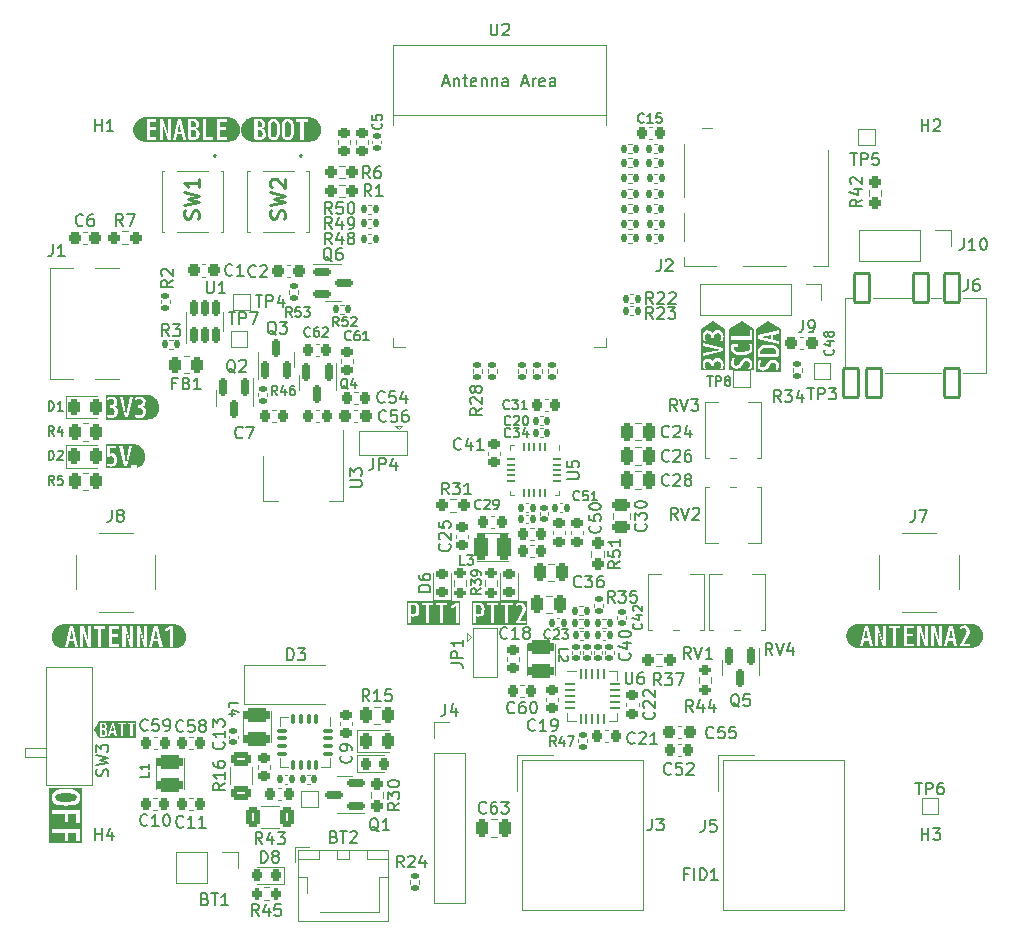
<source format=gbr>
%TF.GenerationSoftware,KiCad,Pcbnew,7.0.1*%
%TF.CreationDate,2023-04-14T11:06:50+03:00*%
%TF.ProjectId,cross_band_handy_walkie_talkie_ES8388,63726f73-735f-4626-916e-645f68616e64,rev?*%
%TF.SameCoordinates,Original*%
%TF.FileFunction,Legend,Top*%
%TF.FilePolarity,Positive*%
%FSLAX46Y46*%
G04 Gerber Fmt 4.6, Leading zero omitted, Abs format (unit mm)*
G04 Created by KiCad (PCBNEW 7.0.1) date 2023-04-14 11:06:50*
%MOMM*%
%LPD*%
G01*
G04 APERTURE LIST*
G04 Aperture macros list*
%AMRoundRect*
0 Rectangle with rounded corners*
0 $1 Rounding radius*
0 $2 $3 $4 $5 $6 $7 $8 $9 X,Y pos of 4 corners*
0 Add a 4 corners polygon primitive as box body*
4,1,4,$2,$3,$4,$5,$6,$7,$8,$9,$2,$3,0*
0 Add four circle primitives for the rounded corners*
1,1,$1+$1,$2,$3*
1,1,$1+$1,$4,$5*
1,1,$1+$1,$6,$7*
1,1,$1+$1,$8,$9*
0 Add four rect primitives between the rounded corners*
20,1,$1+$1,$2,$3,$4,$5,0*
20,1,$1+$1,$4,$5,$6,$7,0*
20,1,$1+$1,$6,$7,$8,$9,0*
20,1,$1+$1,$8,$9,$2,$3,0*%
%AMFreePoly0*
4,1,14,0.306978,0.089737,0.364737,0.031978,0.380000,-0.004868,0.380000,-0.058520,0.366386,-0.091386,0.333520,-0.105000,-0.333520,-0.105000,-0.366386,-0.091386,-0.380000,-0.058520,-0.380000,0.058520,-0.366386,0.091386,-0.333520,0.105000,0.270132,0.105000,0.306978,0.089737,0.306978,0.089737,$1*%
%AMFreePoly1*
4,1,14,0.366386,0.091386,0.380000,0.058520,0.380000,0.004868,0.364737,-0.031978,0.306978,-0.089737,0.270132,-0.105000,-0.333520,-0.105000,-0.366386,-0.091386,-0.380000,-0.058520,-0.380000,0.058520,-0.366386,0.091386,-0.333520,0.105000,0.333520,0.105000,0.366386,0.091386,0.366386,0.091386,$1*%
%AMFreePoly2*
4,1,14,0.091386,0.366386,0.105000,0.333520,0.105000,-0.333520,0.091386,-0.366386,0.058520,-0.380000,-0.058520,-0.380000,-0.091386,-0.366386,-0.105000,-0.333520,-0.105000,0.270132,-0.089737,0.306978,-0.031978,0.364737,0.004868,0.380000,0.058520,0.380000,0.091386,0.366386,0.091386,0.366386,$1*%
%AMFreePoly3*
4,1,14,0.031978,0.364737,0.089737,0.306978,0.105000,0.270132,0.105000,-0.333520,0.091386,-0.366386,0.058520,-0.380000,-0.058520,-0.380000,-0.091386,-0.366386,-0.105000,-0.333520,-0.105000,0.333520,-0.091386,0.366386,-0.058520,0.380000,-0.004868,0.380000,0.031978,0.364737,0.031978,0.364737,$1*%
%AMFreePoly4*
4,1,14,0.366386,0.091386,0.380000,0.058520,0.380000,-0.058520,0.366386,-0.091386,0.333520,-0.105000,-0.270135,-0.105000,-0.306976,-0.089738,-0.364737,-0.031978,-0.380000,0.004868,-0.380000,0.058520,-0.366386,0.091386,-0.333520,0.105000,0.333520,0.105000,0.366386,0.091386,0.366386,0.091386,$1*%
%AMFreePoly5*
4,1,14,0.366386,0.091386,0.380000,0.058520,0.380000,-0.058520,0.366386,-0.091386,0.333520,-0.105000,-0.333520,-0.105000,-0.366386,-0.091386,-0.380000,-0.058520,-0.380000,-0.004868,-0.364737,0.031978,-0.306978,0.089737,-0.270132,0.105000,0.333520,0.105000,0.366386,0.091386,0.366386,0.091386,$1*%
%AMFreePoly6*
4,1,14,0.091386,0.366386,0.105000,0.333520,0.105000,-0.270132,0.089737,-0.306978,0.031978,-0.364737,-0.004868,-0.380000,-0.058520,-0.380000,-0.091386,-0.366386,-0.105000,-0.333520,-0.105000,0.333520,-0.091386,0.366386,-0.058520,0.380000,0.058520,0.380000,0.091386,0.366386,0.091386,0.366386,$1*%
%AMFreePoly7*
4,1,14,0.091386,0.366386,0.105000,0.333520,0.105000,-0.333520,0.091386,-0.366386,0.058520,-0.380000,0.004865,-0.380000,-0.031976,-0.364738,-0.089737,-0.306978,-0.105000,-0.270132,-0.105000,0.333520,-0.091386,0.366386,-0.058520,0.380000,0.058520,0.380000,0.091386,0.366386,0.091386,0.366386,$1*%
G04 Aperture macros list end*
%ADD10C,0.150000*%
%ADD11C,0.130000*%
%ADD12C,0.254000*%
%ADD13C,0.120000*%
%ADD14C,0.100000*%
%ADD15C,0.200000*%
%ADD16RoundRect,0.135000X0.135000X0.185000X-0.135000X0.185000X-0.135000X-0.185000X0.135000X-0.185000X0*%
%ADD17R,1.300000X2.000000*%
%ADD18R,2.000000X2.000000*%
%ADD19RoundRect,0.225000X-0.250000X0.225000X-0.250000X-0.225000X0.250000X-0.225000X0.250000X0.225000X0*%
%ADD20RoundRect,0.135000X-0.135000X-0.185000X0.135000X-0.185000X0.135000X0.185000X-0.135000X0.185000X0*%
%ADD21RoundRect,0.150000X-0.587500X-0.150000X0.587500X-0.150000X0.587500X0.150000X-0.587500X0.150000X0*%
%ADD22RoundRect,0.250000X0.262500X0.450000X-0.262500X0.450000X-0.262500X-0.450000X0.262500X-0.450000X0*%
%ADD23RoundRect,0.237500X-0.250000X-0.237500X0.250000X-0.237500X0.250000X0.237500X-0.250000X0.237500X0*%
%ADD24RoundRect,0.140000X-0.170000X0.140000X-0.170000X-0.140000X0.170000X-0.140000X0.170000X0.140000X0*%
%ADD25RoundRect,0.250000X-0.262500X-0.450000X0.262500X-0.450000X0.262500X0.450000X-0.262500X0.450000X0*%
%ADD26R,1.500000X1.000000*%
%ADD27RoundRect,0.140000X-0.140000X-0.170000X0.140000X-0.170000X0.140000X0.170000X-0.140000X0.170000X0*%
%ADD28C,1.600000*%
%ADD29RoundRect,0.107480X-0.642520X-1.217520X0.642520X-1.217520X0.642520X1.217520X-0.642520X1.217520X0*%
%ADD30RoundRect,0.218750X-0.218750X-0.256250X0.218750X-0.256250X0.218750X0.256250X-0.218750X0.256250X0*%
%ADD31RoundRect,0.225000X-0.225000X-0.250000X0.225000X-0.250000X0.225000X0.250000X-0.225000X0.250000X0*%
%ADD32RoundRect,0.140000X0.140000X0.170000X-0.140000X0.170000X-0.140000X-0.170000X0.140000X-0.170000X0*%
%ADD33R,1.000000X1.000000*%
%ADD34RoundRect,0.135000X-0.185000X0.135000X-0.185000X-0.135000X0.185000X-0.135000X0.185000X0.135000X0*%
%ADD35RoundRect,0.225000X0.250000X-0.225000X0.250000X0.225000X-0.250000X0.225000X-0.250000X-0.225000X0*%
%ADD36RoundRect,0.237500X-0.300000X-0.237500X0.300000X-0.237500X0.300000X0.237500X-0.300000X0.237500X0*%
%ADD37RoundRect,0.237500X0.300000X0.237500X-0.300000X0.237500X-0.300000X-0.237500X0.300000X-0.237500X0*%
%ADD38C,0.610000*%
%ADD39R,1.410000X0.560000*%
%ADD40R,1.410000X0.260000*%
%ADD41O,2.060000X0.960000*%
%ADD42O,1.560000X0.960000*%
%ADD43RoundRect,0.225000X0.225000X0.250000X-0.225000X0.250000X-0.225000X-0.250000X0.225000X-0.250000X0*%
%ADD44RoundRect,0.250000X-0.475000X0.250000X-0.475000X-0.250000X0.475000X-0.250000X0.475000X0.250000X0*%
%ADD45RoundRect,0.218750X0.256250X-0.218750X0.256250X0.218750X-0.256250X0.218750X-0.256250X-0.218750X0*%
%ADD46RoundRect,0.250000X0.250000X0.475000X-0.250000X0.475000X-0.250000X-0.475000X0.250000X-0.475000X0*%
%ADD47R,1.000000X1.500000*%
%ADD48RoundRect,0.250000X-0.250000X-0.475000X0.250000X-0.475000X0.250000X0.475000X-0.250000X0.475000X0*%
%ADD49RoundRect,0.237500X0.250000X0.237500X-0.250000X0.237500X-0.250000X-0.237500X0.250000X-0.237500X0*%
%ADD50RoundRect,0.200000X0.275000X-0.200000X0.275000X0.200000X-0.275000X0.200000X-0.275000X-0.200000X0*%
%ADD51RoundRect,0.243750X-0.243750X-0.456250X0.243750X-0.456250X0.243750X0.456250X-0.243750X0.456250X0*%
%ADD52C,2.000000*%
%ADD53R,2.000000X1.700000*%
%ADD54O,1.700000X1.700000*%
%ADD55C,3.000000*%
%ADD56RoundRect,0.300000X0.800000X-0.300000X0.800000X0.300000X-0.800000X0.300000X-0.800000X-0.300000X0*%
%ADD57R,0.700000X1.000000*%
%ADD58RoundRect,0.218750X0.218750X0.256250X-0.218750X0.256250X-0.218750X-0.256250X0.218750X-0.256250X0*%
%ADD59R,3.500000X1.800000*%
%ADD60RoundRect,0.135000X0.185000X-0.135000X0.185000X0.135000X-0.185000X0.135000X-0.185000X-0.135000X0*%
%ADD61C,1.000000*%
%ADD62RoundRect,0.237500X-0.237500X0.250000X-0.237500X-0.250000X0.237500X-0.250000X0.237500X0.250000X0*%
%ADD63FreePoly0,270.000000*%
%ADD64RoundRect,0.042500X-0.062500X0.337500X-0.062500X-0.337500X0.062500X-0.337500X0.062500X0.337500X0*%
%ADD65FreePoly1,270.000000*%
%ADD66FreePoly2,270.000000*%
%ADD67RoundRect,0.042500X-0.337500X0.062500X-0.337500X-0.062500X0.337500X-0.062500X0.337500X0.062500X0*%
%ADD68FreePoly3,270.000000*%
%ADD69FreePoly4,270.000000*%
%ADD70FreePoly5,270.000000*%
%ADD71FreePoly6,270.000000*%
%ADD72FreePoly7,270.000000*%
%ADD73R,2.360000X2.360000*%
%ADD74C,3.600000*%
%ADD75C,5.600000*%
%ADD76R,1.700000X1.700000*%
%ADD77RoundRect,0.150000X-0.150000X0.587500X-0.150000X-0.587500X0.150000X-0.587500X0.150000X0.587500X0*%
%ADD78C,1.500000*%
%ADD79RoundRect,0.055000X-0.075000X0.337500X-0.075000X-0.337500X0.075000X-0.337500X0.075000X0.337500X0*%
%ADD80RoundRect,0.055000X-0.337500X0.075000X-0.337500X-0.075000X0.337500X-0.075000X0.337500X0.075000X0*%
%ADD81R,2.460000X2.460000*%
%ADD82RoundRect,0.300000X-0.300000X-0.800000X0.300000X-0.800000X0.300000X0.800000X-0.300000X0.800000X0*%
%ADD83RoundRect,0.150000X0.150000X-0.587500X0.150000X0.587500X-0.150000X0.587500X-0.150000X-0.587500X0*%
%ADD84RoundRect,0.300000X-0.800000X0.300000X-0.800000X-0.300000X0.800000X-0.300000X0.800000X0.300000X0*%
%ADD85C,1.200000*%
%ADD86RoundRect,0.140000X0.170000X-0.140000X0.170000X0.140000X-0.170000X0.140000X-0.170000X-0.140000X0*%
%ADD87R,0.850000X1.100000*%
%ADD88R,0.750000X1.100000*%
%ADD89R,1.200000X1.000000*%
%ADD90R,1.550000X1.350000*%
%ADD91R,1.900000X1.350000*%
%ADD92R,1.170000X1.800000*%
%ADD93RoundRect,0.250000X0.625000X-0.312500X0.625000X0.312500X-0.625000X0.312500X-0.625000X-0.312500X0*%
%ADD94RoundRect,0.250000X0.312500X0.625000X-0.312500X0.625000X-0.312500X-0.625000X0.312500X-0.625000X0*%
%ADD95C,2.050000*%
%ADD96C,2.250000*%
%ADD97RoundRect,0.200000X0.200000X0.275000X-0.200000X0.275000X-0.200000X-0.275000X0.200000X-0.275000X0*%
%ADD98R,1.420000X0.820000*%
%ADD99R,0.820000X1.420000*%
%ADD100R,0.820000X0.820000*%
%ADD101RoundRect,0.150000X0.587500X0.150000X-0.587500X0.150000X-0.587500X-0.150000X0.587500X-0.150000X0*%
%ADD102R,1.500000X2.000000*%
%ADD103R,3.800000X2.000000*%
%ADD104R,1.700000X2.000000*%
%ADD105RoundRect,0.150000X0.150000X-0.512500X0.150000X0.512500X-0.150000X0.512500X-0.150000X-0.512500X0*%
%ADD106RoundRect,0.042500X-0.362500X-0.062500X0.362500X-0.062500X0.362500X0.062500X-0.362500X0.062500X0*%
%ADD107RoundRect,0.042500X-0.062500X-0.362500X0.062500X-0.362500X0.062500X0.362500X-0.062500X0.362500X0*%
%ADD108R,2.560000X2.560000*%
G04 APERTURE END LIST*
D10*
%TO.C,RV4*%
X111604761Y-95987619D02*
X111271428Y-95511428D01*
X111033333Y-95987619D02*
X111033333Y-94987619D01*
X111033333Y-94987619D02*
X111414285Y-94987619D01*
X111414285Y-94987619D02*
X111509523Y-95035238D01*
X111509523Y-95035238D02*
X111557142Y-95082857D01*
X111557142Y-95082857D02*
X111604761Y-95178095D01*
X111604761Y-95178095D02*
X111604761Y-95320952D01*
X111604761Y-95320952D02*
X111557142Y-95416190D01*
X111557142Y-95416190D02*
X111509523Y-95463809D01*
X111509523Y-95463809D02*
X111414285Y-95511428D01*
X111414285Y-95511428D02*
X111033333Y-95511428D01*
X111890476Y-94987619D02*
X112223809Y-95987619D01*
X112223809Y-95987619D02*
X112557142Y-94987619D01*
X113319047Y-95320952D02*
X113319047Y-95987619D01*
X113080952Y-94940000D02*
X112842857Y-95654285D01*
X112842857Y-95654285D02*
X113461904Y-95654285D01*
%TO.C,C19*%
X91507142Y-102342380D02*
X91459523Y-102390000D01*
X91459523Y-102390000D02*
X91316666Y-102437619D01*
X91316666Y-102437619D02*
X91221428Y-102437619D01*
X91221428Y-102437619D02*
X91078571Y-102390000D01*
X91078571Y-102390000D02*
X90983333Y-102294761D01*
X90983333Y-102294761D02*
X90935714Y-102199523D01*
X90935714Y-102199523D02*
X90888095Y-102009047D01*
X90888095Y-102009047D02*
X90888095Y-101866190D01*
X90888095Y-101866190D02*
X90935714Y-101675714D01*
X90935714Y-101675714D02*
X90983333Y-101580476D01*
X90983333Y-101580476D02*
X91078571Y-101485238D01*
X91078571Y-101485238D02*
X91221428Y-101437619D01*
X91221428Y-101437619D02*
X91316666Y-101437619D01*
X91316666Y-101437619D02*
X91459523Y-101485238D01*
X91459523Y-101485238D02*
X91507142Y-101532857D01*
X92459523Y-102437619D02*
X91888095Y-102437619D01*
X92173809Y-102437619D02*
X92173809Y-101437619D01*
X92173809Y-101437619D02*
X92078571Y-101580476D01*
X92078571Y-101580476D02*
X91983333Y-101675714D01*
X91983333Y-101675714D02*
X91888095Y-101723333D01*
X92935714Y-102437619D02*
X93126190Y-102437619D01*
X93126190Y-102437619D02*
X93221428Y-102390000D01*
X93221428Y-102390000D02*
X93269047Y-102342380D01*
X93269047Y-102342380D02*
X93364285Y-102199523D01*
X93364285Y-102199523D02*
X93411904Y-102009047D01*
X93411904Y-102009047D02*
X93411904Y-101628095D01*
X93411904Y-101628095D02*
X93364285Y-101532857D01*
X93364285Y-101532857D02*
X93316666Y-101485238D01*
X93316666Y-101485238D02*
X93221428Y-101437619D01*
X93221428Y-101437619D02*
X93030952Y-101437619D01*
X93030952Y-101437619D02*
X92935714Y-101485238D01*
X92935714Y-101485238D02*
X92888095Y-101532857D01*
X92888095Y-101532857D02*
X92840476Y-101628095D01*
X92840476Y-101628095D02*
X92840476Y-101866190D01*
X92840476Y-101866190D02*
X92888095Y-101961428D01*
X92888095Y-101961428D02*
X92935714Y-102009047D01*
X92935714Y-102009047D02*
X93030952Y-102056666D01*
X93030952Y-102056666D02*
X93221428Y-102056666D01*
X93221428Y-102056666D02*
X93316666Y-102009047D01*
X93316666Y-102009047D02*
X93364285Y-101961428D01*
X93364285Y-101961428D02*
X93411904Y-101866190D01*
%TO.C,R3*%
X60493333Y-69002619D02*
X60160000Y-68526428D01*
X59921905Y-69002619D02*
X59921905Y-68002619D01*
X59921905Y-68002619D02*
X60302857Y-68002619D01*
X60302857Y-68002619D02*
X60398095Y-68050238D01*
X60398095Y-68050238D02*
X60445714Y-68097857D01*
X60445714Y-68097857D02*
X60493333Y-68193095D01*
X60493333Y-68193095D02*
X60493333Y-68335952D01*
X60493333Y-68335952D02*
X60445714Y-68431190D01*
X60445714Y-68431190D02*
X60398095Y-68478809D01*
X60398095Y-68478809D02*
X60302857Y-68526428D01*
X60302857Y-68526428D02*
X59921905Y-68526428D01*
X60826667Y-68002619D02*
X61445714Y-68002619D01*
X61445714Y-68002619D02*
X61112381Y-68383571D01*
X61112381Y-68383571D02*
X61255238Y-68383571D01*
X61255238Y-68383571D02*
X61350476Y-68431190D01*
X61350476Y-68431190D02*
X61398095Y-68478809D01*
X61398095Y-68478809D02*
X61445714Y-68574047D01*
X61445714Y-68574047D02*
X61445714Y-68812142D01*
X61445714Y-68812142D02*
X61398095Y-68907380D01*
X61398095Y-68907380D02*
X61350476Y-68955000D01*
X61350476Y-68955000D02*
X61255238Y-69002619D01*
X61255238Y-69002619D02*
X60969524Y-69002619D01*
X60969524Y-69002619D02*
X60874286Y-68955000D01*
X60874286Y-68955000D02*
X60826667Y-68907380D01*
%TO.C,Q6*%
X74304761Y-62657857D02*
X74209523Y-62610238D01*
X74209523Y-62610238D02*
X74114285Y-62515000D01*
X74114285Y-62515000D02*
X73971428Y-62372142D01*
X73971428Y-62372142D02*
X73876190Y-62324523D01*
X73876190Y-62324523D02*
X73780952Y-62324523D01*
X73828571Y-62562619D02*
X73733333Y-62515000D01*
X73733333Y-62515000D02*
X73638095Y-62419761D01*
X73638095Y-62419761D02*
X73590476Y-62229285D01*
X73590476Y-62229285D02*
X73590476Y-61895952D01*
X73590476Y-61895952D02*
X73638095Y-61705476D01*
X73638095Y-61705476D02*
X73733333Y-61610238D01*
X73733333Y-61610238D02*
X73828571Y-61562619D01*
X73828571Y-61562619D02*
X74019047Y-61562619D01*
X74019047Y-61562619D02*
X74114285Y-61610238D01*
X74114285Y-61610238D02*
X74209523Y-61705476D01*
X74209523Y-61705476D02*
X74257142Y-61895952D01*
X74257142Y-61895952D02*
X74257142Y-62229285D01*
X74257142Y-62229285D02*
X74209523Y-62419761D01*
X74209523Y-62419761D02*
X74114285Y-62515000D01*
X74114285Y-62515000D02*
X74019047Y-62562619D01*
X74019047Y-62562619D02*
X73828571Y-62562619D01*
X75114285Y-61562619D02*
X74923809Y-61562619D01*
X74923809Y-61562619D02*
X74828571Y-61610238D01*
X74828571Y-61610238D02*
X74780952Y-61657857D01*
X74780952Y-61657857D02*
X74685714Y-61800714D01*
X74685714Y-61800714D02*
X74638095Y-61991190D01*
X74638095Y-61991190D02*
X74638095Y-62372142D01*
X74638095Y-62372142D02*
X74685714Y-62467380D01*
X74685714Y-62467380D02*
X74733333Y-62515000D01*
X74733333Y-62515000D02*
X74828571Y-62562619D01*
X74828571Y-62562619D02*
X75019047Y-62562619D01*
X75019047Y-62562619D02*
X75114285Y-62515000D01*
X75114285Y-62515000D02*
X75161904Y-62467380D01*
X75161904Y-62467380D02*
X75209523Y-62372142D01*
X75209523Y-62372142D02*
X75209523Y-62134047D01*
X75209523Y-62134047D02*
X75161904Y-62038809D01*
X75161904Y-62038809D02*
X75114285Y-61991190D01*
X75114285Y-61991190D02*
X75019047Y-61943571D01*
X75019047Y-61943571D02*
X74828571Y-61943571D01*
X74828571Y-61943571D02*
X74733333Y-61991190D01*
X74733333Y-61991190D02*
X74685714Y-62038809D01*
X74685714Y-62038809D02*
X74638095Y-62134047D01*
%TO.C,FB1*%
X61136666Y-72998809D02*
X60803333Y-72998809D01*
X60803333Y-73522619D02*
X60803333Y-72522619D01*
X60803333Y-72522619D02*
X61279523Y-72522619D01*
X61993809Y-72998809D02*
X62136666Y-73046428D01*
X62136666Y-73046428D02*
X62184285Y-73094047D01*
X62184285Y-73094047D02*
X62231904Y-73189285D01*
X62231904Y-73189285D02*
X62231904Y-73332142D01*
X62231904Y-73332142D02*
X62184285Y-73427380D01*
X62184285Y-73427380D02*
X62136666Y-73475000D01*
X62136666Y-73475000D02*
X62041428Y-73522619D01*
X62041428Y-73522619D02*
X61660476Y-73522619D01*
X61660476Y-73522619D02*
X61660476Y-72522619D01*
X61660476Y-72522619D02*
X61993809Y-72522619D01*
X61993809Y-72522619D02*
X62089047Y-72570238D01*
X62089047Y-72570238D02*
X62136666Y-72617857D01*
X62136666Y-72617857D02*
X62184285Y-72713095D01*
X62184285Y-72713095D02*
X62184285Y-72808333D01*
X62184285Y-72808333D02*
X62136666Y-72903571D01*
X62136666Y-72903571D02*
X62089047Y-72951190D01*
X62089047Y-72951190D02*
X61993809Y-72998809D01*
X61993809Y-72998809D02*
X61660476Y-72998809D01*
X63184285Y-73522619D02*
X62612857Y-73522619D01*
X62898571Y-73522619D02*
X62898571Y-72522619D01*
X62898571Y-72522619D02*
X62803333Y-72665476D01*
X62803333Y-72665476D02*
X62708095Y-72760714D01*
X62708095Y-72760714D02*
X62612857Y-72808333D01*
%TO.C,R7*%
X56593333Y-59692619D02*
X56260000Y-59216428D01*
X56021905Y-59692619D02*
X56021905Y-58692619D01*
X56021905Y-58692619D02*
X56402857Y-58692619D01*
X56402857Y-58692619D02*
X56498095Y-58740238D01*
X56498095Y-58740238D02*
X56545714Y-58787857D01*
X56545714Y-58787857D02*
X56593333Y-58883095D01*
X56593333Y-58883095D02*
X56593333Y-59025952D01*
X56593333Y-59025952D02*
X56545714Y-59121190D01*
X56545714Y-59121190D02*
X56498095Y-59168809D01*
X56498095Y-59168809D02*
X56402857Y-59216428D01*
X56402857Y-59216428D02*
X56021905Y-59216428D01*
X56926667Y-58692619D02*
X57593333Y-58692619D01*
X57593333Y-58692619D02*
X57164762Y-59692619D01*
%TO.C,C40*%
X99492380Y-95842857D02*
X99540000Y-95890476D01*
X99540000Y-95890476D02*
X99587619Y-96033333D01*
X99587619Y-96033333D02*
X99587619Y-96128571D01*
X99587619Y-96128571D02*
X99540000Y-96271428D01*
X99540000Y-96271428D02*
X99444761Y-96366666D01*
X99444761Y-96366666D02*
X99349523Y-96414285D01*
X99349523Y-96414285D02*
X99159047Y-96461904D01*
X99159047Y-96461904D02*
X99016190Y-96461904D01*
X99016190Y-96461904D02*
X98825714Y-96414285D01*
X98825714Y-96414285D02*
X98730476Y-96366666D01*
X98730476Y-96366666D02*
X98635238Y-96271428D01*
X98635238Y-96271428D02*
X98587619Y-96128571D01*
X98587619Y-96128571D02*
X98587619Y-96033333D01*
X98587619Y-96033333D02*
X98635238Y-95890476D01*
X98635238Y-95890476D02*
X98682857Y-95842857D01*
X98920952Y-94985714D02*
X99587619Y-94985714D01*
X98540000Y-95223809D02*
X99254285Y-95461904D01*
X99254285Y-95461904D02*
X99254285Y-94842857D01*
X98587619Y-94271428D02*
X98587619Y-94176190D01*
X98587619Y-94176190D02*
X98635238Y-94080952D01*
X98635238Y-94080952D02*
X98682857Y-94033333D01*
X98682857Y-94033333D02*
X98778095Y-93985714D01*
X98778095Y-93985714D02*
X98968571Y-93938095D01*
X98968571Y-93938095D02*
X99206666Y-93938095D01*
X99206666Y-93938095D02*
X99397142Y-93985714D01*
X99397142Y-93985714D02*
X99492380Y-94033333D01*
X99492380Y-94033333D02*
X99540000Y-94080952D01*
X99540000Y-94080952D02*
X99587619Y-94176190D01*
X99587619Y-94176190D02*
X99587619Y-94271428D01*
X99587619Y-94271428D02*
X99540000Y-94366666D01*
X99540000Y-94366666D02*
X99492380Y-94414285D01*
X99492380Y-94414285D02*
X99397142Y-94461904D01*
X99397142Y-94461904D02*
X99206666Y-94509523D01*
X99206666Y-94509523D02*
X98968571Y-94509523D01*
X98968571Y-94509523D02*
X98778095Y-94461904D01*
X98778095Y-94461904D02*
X98682857Y-94414285D01*
X98682857Y-94414285D02*
X98635238Y-94366666D01*
X98635238Y-94366666D02*
X98587619Y-94271428D01*
%TO.C,R5*%
X50766667Y-81610095D02*
X50500000Y-81229142D01*
X50309524Y-81610095D02*
X50309524Y-80810095D01*
X50309524Y-80810095D02*
X50614286Y-80810095D01*
X50614286Y-80810095D02*
X50690476Y-80848190D01*
X50690476Y-80848190D02*
X50728571Y-80886285D01*
X50728571Y-80886285D02*
X50766667Y-80962476D01*
X50766667Y-80962476D02*
X50766667Y-81076761D01*
X50766667Y-81076761D02*
X50728571Y-81152952D01*
X50728571Y-81152952D02*
X50690476Y-81191047D01*
X50690476Y-81191047D02*
X50614286Y-81229142D01*
X50614286Y-81229142D02*
X50309524Y-81229142D01*
X51490476Y-80810095D02*
X51109524Y-80810095D01*
X51109524Y-80810095D02*
X51071428Y-81191047D01*
X51071428Y-81191047D02*
X51109524Y-81152952D01*
X51109524Y-81152952D02*
X51185714Y-81114857D01*
X51185714Y-81114857D02*
X51376190Y-81114857D01*
X51376190Y-81114857D02*
X51452381Y-81152952D01*
X51452381Y-81152952D02*
X51490476Y-81191047D01*
X51490476Y-81191047D02*
X51528571Y-81267238D01*
X51528571Y-81267238D02*
X51528571Y-81457714D01*
X51528571Y-81457714D02*
X51490476Y-81533904D01*
X51490476Y-81533904D02*
X51452381Y-81572000D01*
X51452381Y-81572000D02*
X51376190Y-81610095D01*
X51376190Y-81610095D02*
X51185714Y-81610095D01*
X51185714Y-81610095D02*
X51109524Y-81572000D01*
X51109524Y-81572000D02*
X51071428Y-81533904D01*
%TO.C,JP1*%
X84387619Y-96708333D02*
X85101904Y-96708333D01*
X85101904Y-96708333D02*
X85244761Y-96755952D01*
X85244761Y-96755952D02*
X85340000Y-96851190D01*
X85340000Y-96851190D02*
X85387619Y-96994047D01*
X85387619Y-96994047D02*
X85387619Y-97089285D01*
X85387619Y-96232142D02*
X84387619Y-96232142D01*
X84387619Y-96232142D02*
X84387619Y-95851190D01*
X84387619Y-95851190D02*
X84435238Y-95755952D01*
X84435238Y-95755952D02*
X84482857Y-95708333D01*
X84482857Y-95708333D02*
X84578095Y-95660714D01*
X84578095Y-95660714D02*
X84720952Y-95660714D01*
X84720952Y-95660714D02*
X84816190Y-95708333D01*
X84816190Y-95708333D02*
X84863809Y-95755952D01*
X84863809Y-95755952D02*
X84911428Y-95851190D01*
X84911428Y-95851190D02*
X84911428Y-96232142D01*
X85387619Y-94708333D02*
X85387619Y-95279761D01*
X85387619Y-94994047D02*
X84387619Y-94994047D01*
X84387619Y-94994047D02*
X84530476Y-95089285D01*
X84530476Y-95089285D02*
X84625714Y-95184523D01*
X84625714Y-95184523D02*
X84673333Y-95279761D01*
%TO.C,C13*%
X65117380Y-103367857D02*
X65165000Y-103415476D01*
X65165000Y-103415476D02*
X65212619Y-103558333D01*
X65212619Y-103558333D02*
X65212619Y-103653571D01*
X65212619Y-103653571D02*
X65165000Y-103796428D01*
X65165000Y-103796428D02*
X65069761Y-103891666D01*
X65069761Y-103891666D02*
X64974523Y-103939285D01*
X64974523Y-103939285D02*
X64784047Y-103986904D01*
X64784047Y-103986904D02*
X64641190Y-103986904D01*
X64641190Y-103986904D02*
X64450714Y-103939285D01*
X64450714Y-103939285D02*
X64355476Y-103891666D01*
X64355476Y-103891666D02*
X64260238Y-103796428D01*
X64260238Y-103796428D02*
X64212619Y-103653571D01*
X64212619Y-103653571D02*
X64212619Y-103558333D01*
X64212619Y-103558333D02*
X64260238Y-103415476D01*
X64260238Y-103415476D02*
X64307857Y-103367857D01*
X65212619Y-102415476D02*
X65212619Y-102986904D01*
X65212619Y-102701190D02*
X64212619Y-102701190D01*
X64212619Y-102701190D02*
X64355476Y-102796428D01*
X64355476Y-102796428D02*
X64450714Y-102891666D01*
X64450714Y-102891666D02*
X64498333Y-102986904D01*
X64212619Y-102082142D02*
X64212619Y-101463095D01*
X64212619Y-101463095D02*
X64593571Y-101796428D01*
X64593571Y-101796428D02*
X64593571Y-101653571D01*
X64593571Y-101653571D02*
X64641190Y-101558333D01*
X64641190Y-101558333D02*
X64688809Y-101510714D01*
X64688809Y-101510714D02*
X64784047Y-101463095D01*
X64784047Y-101463095D02*
X65022142Y-101463095D01*
X65022142Y-101463095D02*
X65117380Y-101510714D01*
X65117380Y-101510714D02*
X65165000Y-101558333D01*
X65165000Y-101558333D02*
X65212619Y-101653571D01*
X65212619Y-101653571D02*
X65212619Y-101939285D01*
X65212619Y-101939285D02*
X65165000Y-102034523D01*
X65165000Y-102034523D02*
X65117380Y-102082142D01*
%TO.C,C9*%
X75892380Y-104516666D02*
X75940000Y-104564285D01*
X75940000Y-104564285D02*
X75987619Y-104707142D01*
X75987619Y-104707142D02*
X75987619Y-104802380D01*
X75987619Y-104802380D02*
X75940000Y-104945237D01*
X75940000Y-104945237D02*
X75844761Y-105040475D01*
X75844761Y-105040475D02*
X75749523Y-105088094D01*
X75749523Y-105088094D02*
X75559047Y-105135713D01*
X75559047Y-105135713D02*
X75416190Y-105135713D01*
X75416190Y-105135713D02*
X75225714Y-105088094D01*
X75225714Y-105088094D02*
X75130476Y-105040475D01*
X75130476Y-105040475D02*
X75035238Y-104945237D01*
X75035238Y-104945237D02*
X74987619Y-104802380D01*
X74987619Y-104802380D02*
X74987619Y-104707142D01*
X74987619Y-104707142D02*
X75035238Y-104564285D01*
X75035238Y-104564285D02*
X75082857Y-104516666D01*
X75987619Y-104040475D02*
X75987619Y-103849999D01*
X75987619Y-103849999D02*
X75940000Y-103754761D01*
X75940000Y-103754761D02*
X75892380Y-103707142D01*
X75892380Y-103707142D02*
X75749523Y-103611904D01*
X75749523Y-103611904D02*
X75559047Y-103564285D01*
X75559047Y-103564285D02*
X75178095Y-103564285D01*
X75178095Y-103564285D02*
X75082857Y-103611904D01*
X75082857Y-103611904D02*
X75035238Y-103659523D01*
X75035238Y-103659523D02*
X74987619Y-103754761D01*
X74987619Y-103754761D02*
X74987619Y-103945237D01*
X74987619Y-103945237D02*
X75035238Y-104040475D01*
X75035238Y-104040475D02*
X75082857Y-104088094D01*
X75082857Y-104088094D02*
X75178095Y-104135713D01*
X75178095Y-104135713D02*
X75416190Y-104135713D01*
X75416190Y-104135713D02*
X75511428Y-104088094D01*
X75511428Y-104088094D02*
X75559047Y-104040475D01*
X75559047Y-104040475D02*
X75606666Y-103945237D01*
X75606666Y-103945237D02*
X75606666Y-103754761D01*
X75606666Y-103754761D02*
X75559047Y-103659523D01*
X75559047Y-103659523D02*
X75511428Y-103611904D01*
X75511428Y-103611904D02*
X75416190Y-103564285D01*
%TO.C,J6*%
X128141666Y-64187619D02*
X128141666Y-64901904D01*
X128141666Y-64901904D02*
X128094047Y-65044761D01*
X128094047Y-65044761D02*
X127998809Y-65140000D01*
X127998809Y-65140000D02*
X127855952Y-65187619D01*
X127855952Y-65187619D02*
X127760714Y-65187619D01*
X129046428Y-64187619D02*
X128855952Y-64187619D01*
X128855952Y-64187619D02*
X128760714Y-64235238D01*
X128760714Y-64235238D02*
X128713095Y-64282857D01*
X128713095Y-64282857D02*
X128617857Y-64425714D01*
X128617857Y-64425714D02*
X128570238Y-64616190D01*
X128570238Y-64616190D02*
X128570238Y-64997142D01*
X128570238Y-64997142D02*
X128617857Y-65092380D01*
X128617857Y-65092380D02*
X128665476Y-65140000D01*
X128665476Y-65140000D02*
X128760714Y-65187619D01*
X128760714Y-65187619D02*
X128951190Y-65187619D01*
X128951190Y-65187619D02*
X129046428Y-65140000D01*
X129046428Y-65140000D02*
X129094047Y-65092380D01*
X129094047Y-65092380D02*
X129141666Y-64997142D01*
X129141666Y-64997142D02*
X129141666Y-64759047D01*
X129141666Y-64759047D02*
X129094047Y-64663809D01*
X129094047Y-64663809D02*
X129046428Y-64616190D01*
X129046428Y-64616190D02*
X128951190Y-64568571D01*
X128951190Y-64568571D02*
X128760714Y-64568571D01*
X128760714Y-64568571D02*
X128665476Y-64616190D01*
X128665476Y-64616190D02*
X128617857Y-64663809D01*
X128617857Y-64663809D02*
X128570238Y-64759047D01*
%TO.C,C51*%
X95235714Y-82843904D02*
X95197618Y-82882000D01*
X95197618Y-82882000D02*
X95083333Y-82920095D01*
X95083333Y-82920095D02*
X95007142Y-82920095D01*
X95007142Y-82920095D02*
X94892856Y-82882000D01*
X94892856Y-82882000D02*
X94816666Y-82805809D01*
X94816666Y-82805809D02*
X94778571Y-82729619D01*
X94778571Y-82729619D02*
X94740475Y-82577238D01*
X94740475Y-82577238D02*
X94740475Y-82462952D01*
X94740475Y-82462952D02*
X94778571Y-82310571D01*
X94778571Y-82310571D02*
X94816666Y-82234380D01*
X94816666Y-82234380D02*
X94892856Y-82158190D01*
X94892856Y-82158190D02*
X95007142Y-82120095D01*
X95007142Y-82120095D02*
X95083333Y-82120095D01*
X95083333Y-82120095D02*
X95197618Y-82158190D01*
X95197618Y-82158190D02*
X95235714Y-82196285D01*
X95959523Y-82120095D02*
X95578571Y-82120095D01*
X95578571Y-82120095D02*
X95540475Y-82501047D01*
X95540475Y-82501047D02*
X95578571Y-82462952D01*
X95578571Y-82462952D02*
X95654761Y-82424857D01*
X95654761Y-82424857D02*
X95845237Y-82424857D01*
X95845237Y-82424857D02*
X95921428Y-82462952D01*
X95921428Y-82462952D02*
X95959523Y-82501047D01*
X95959523Y-82501047D02*
X95997618Y-82577238D01*
X95997618Y-82577238D02*
X95997618Y-82767714D01*
X95997618Y-82767714D02*
X95959523Y-82843904D01*
X95959523Y-82843904D02*
X95921428Y-82882000D01*
X95921428Y-82882000D02*
X95845237Y-82920095D01*
X95845237Y-82920095D02*
X95654761Y-82920095D01*
X95654761Y-82920095D02*
X95578571Y-82882000D01*
X95578571Y-82882000D02*
X95540475Y-82843904D01*
X96759523Y-82920095D02*
X96302380Y-82920095D01*
X96530952Y-82920095D02*
X96530952Y-82120095D01*
X96530952Y-82120095D02*
X96454761Y-82234380D01*
X96454761Y-82234380D02*
X96378571Y-82310571D01*
X96378571Y-82310571D02*
X96302380Y-82348666D01*
%TO.C,R52*%
X74860714Y-68170095D02*
X74594047Y-67789142D01*
X74403571Y-68170095D02*
X74403571Y-67370095D01*
X74403571Y-67370095D02*
X74708333Y-67370095D01*
X74708333Y-67370095D02*
X74784523Y-67408190D01*
X74784523Y-67408190D02*
X74822618Y-67446285D01*
X74822618Y-67446285D02*
X74860714Y-67522476D01*
X74860714Y-67522476D02*
X74860714Y-67636761D01*
X74860714Y-67636761D02*
X74822618Y-67712952D01*
X74822618Y-67712952D02*
X74784523Y-67751047D01*
X74784523Y-67751047D02*
X74708333Y-67789142D01*
X74708333Y-67789142D02*
X74403571Y-67789142D01*
X75584523Y-67370095D02*
X75203571Y-67370095D01*
X75203571Y-67370095D02*
X75165475Y-67751047D01*
X75165475Y-67751047D02*
X75203571Y-67712952D01*
X75203571Y-67712952D02*
X75279761Y-67674857D01*
X75279761Y-67674857D02*
X75470237Y-67674857D01*
X75470237Y-67674857D02*
X75546428Y-67712952D01*
X75546428Y-67712952D02*
X75584523Y-67751047D01*
X75584523Y-67751047D02*
X75622618Y-67827238D01*
X75622618Y-67827238D02*
X75622618Y-68017714D01*
X75622618Y-68017714D02*
X75584523Y-68093904D01*
X75584523Y-68093904D02*
X75546428Y-68132000D01*
X75546428Y-68132000D02*
X75470237Y-68170095D01*
X75470237Y-68170095D02*
X75279761Y-68170095D01*
X75279761Y-68170095D02*
X75203571Y-68132000D01*
X75203571Y-68132000D02*
X75165475Y-68093904D01*
X75927380Y-67446285D02*
X75965476Y-67408190D01*
X75965476Y-67408190D02*
X76041666Y-67370095D01*
X76041666Y-67370095D02*
X76232142Y-67370095D01*
X76232142Y-67370095D02*
X76308333Y-67408190D01*
X76308333Y-67408190D02*
X76346428Y-67446285D01*
X76346428Y-67446285D02*
X76384523Y-67522476D01*
X76384523Y-67522476D02*
X76384523Y-67598666D01*
X76384523Y-67598666D02*
X76346428Y-67712952D01*
X76346428Y-67712952D02*
X75889285Y-68170095D01*
X75889285Y-68170095D02*
X76384523Y-68170095D01*
%TO.C,C11*%
X61722142Y-110517380D02*
X61674523Y-110565000D01*
X61674523Y-110565000D02*
X61531666Y-110612619D01*
X61531666Y-110612619D02*
X61436428Y-110612619D01*
X61436428Y-110612619D02*
X61293571Y-110565000D01*
X61293571Y-110565000D02*
X61198333Y-110469761D01*
X61198333Y-110469761D02*
X61150714Y-110374523D01*
X61150714Y-110374523D02*
X61103095Y-110184047D01*
X61103095Y-110184047D02*
X61103095Y-110041190D01*
X61103095Y-110041190D02*
X61150714Y-109850714D01*
X61150714Y-109850714D02*
X61198333Y-109755476D01*
X61198333Y-109755476D02*
X61293571Y-109660238D01*
X61293571Y-109660238D02*
X61436428Y-109612619D01*
X61436428Y-109612619D02*
X61531666Y-109612619D01*
X61531666Y-109612619D02*
X61674523Y-109660238D01*
X61674523Y-109660238D02*
X61722142Y-109707857D01*
X62674523Y-110612619D02*
X62103095Y-110612619D01*
X62388809Y-110612619D02*
X62388809Y-109612619D01*
X62388809Y-109612619D02*
X62293571Y-109755476D01*
X62293571Y-109755476D02*
X62198333Y-109850714D01*
X62198333Y-109850714D02*
X62103095Y-109898333D01*
X63626904Y-110612619D02*
X63055476Y-110612619D01*
X63341190Y-110612619D02*
X63341190Y-109612619D01*
X63341190Y-109612619D02*
X63245952Y-109755476D01*
X63245952Y-109755476D02*
X63150714Y-109850714D01*
X63150714Y-109850714D02*
X63055476Y-109898333D01*
%TO.C,C25*%
X84247380Y-86587857D02*
X84295000Y-86635476D01*
X84295000Y-86635476D02*
X84342619Y-86778333D01*
X84342619Y-86778333D02*
X84342619Y-86873571D01*
X84342619Y-86873571D02*
X84295000Y-87016428D01*
X84295000Y-87016428D02*
X84199761Y-87111666D01*
X84199761Y-87111666D02*
X84104523Y-87159285D01*
X84104523Y-87159285D02*
X83914047Y-87206904D01*
X83914047Y-87206904D02*
X83771190Y-87206904D01*
X83771190Y-87206904D02*
X83580714Y-87159285D01*
X83580714Y-87159285D02*
X83485476Y-87111666D01*
X83485476Y-87111666D02*
X83390238Y-87016428D01*
X83390238Y-87016428D02*
X83342619Y-86873571D01*
X83342619Y-86873571D02*
X83342619Y-86778333D01*
X83342619Y-86778333D02*
X83390238Y-86635476D01*
X83390238Y-86635476D02*
X83437857Y-86587857D01*
X83437857Y-86206904D02*
X83390238Y-86159285D01*
X83390238Y-86159285D02*
X83342619Y-86064047D01*
X83342619Y-86064047D02*
X83342619Y-85825952D01*
X83342619Y-85825952D02*
X83390238Y-85730714D01*
X83390238Y-85730714D02*
X83437857Y-85683095D01*
X83437857Y-85683095D02*
X83533095Y-85635476D01*
X83533095Y-85635476D02*
X83628333Y-85635476D01*
X83628333Y-85635476D02*
X83771190Y-85683095D01*
X83771190Y-85683095D02*
X84342619Y-86254523D01*
X84342619Y-86254523D02*
X84342619Y-85635476D01*
X83342619Y-84730714D02*
X83342619Y-85206904D01*
X83342619Y-85206904D02*
X83818809Y-85254523D01*
X83818809Y-85254523D02*
X83771190Y-85206904D01*
X83771190Y-85206904D02*
X83723571Y-85111666D01*
X83723571Y-85111666D02*
X83723571Y-84873571D01*
X83723571Y-84873571D02*
X83771190Y-84778333D01*
X83771190Y-84778333D02*
X83818809Y-84730714D01*
X83818809Y-84730714D02*
X83914047Y-84683095D01*
X83914047Y-84683095D02*
X84152142Y-84683095D01*
X84152142Y-84683095D02*
X84247380Y-84730714D01*
X84247380Y-84730714D02*
X84295000Y-84778333D01*
X84295000Y-84778333D02*
X84342619Y-84873571D01*
X84342619Y-84873571D02*
X84342619Y-85111666D01*
X84342619Y-85111666D02*
X84295000Y-85206904D01*
X84295000Y-85206904D02*
X84247380Y-85254523D01*
%TO.C,C6*%
X53225833Y-59597380D02*
X53178214Y-59645000D01*
X53178214Y-59645000D02*
X53035357Y-59692619D01*
X53035357Y-59692619D02*
X52940119Y-59692619D01*
X52940119Y-59692619D02*
X52797262Y-59645000D01*
X52797262Y-59645000D02*
X52702024Y-59549761D01*
X52702024Y-59549761D02*
X52654405Y-59454523D01*
X52654405Y-59454523D02*
X52606786Y-59264047D01*
X52606786Y-59264047D02*
X52606786Y-59121190D01*
X52606786Y-59121190D02*
X52654405Y-58930714D01*
X52654405Y-58930714D02*
X52702024Y-58835476D01*
X52702024Y-58835476D02*
X52797262Y-58740238D01*
X52797262Y-58740238D02*
X52940119Y-58692619D01*
X52940119Y-58692619D02*
X53035357Y-58692619D01*
X53035357Y-58692619D02*
X53178214Y-58740238D01*
X53178214Y-58740238D02*
X53225833Y-58787857D01*
X54082976Y-58692619D02*
X53892500Y-58692619D01*
X53892500Y-58692619D02*
X53797262Y-58740238D01*
X53797262Y-58740238D02*
X53749643Y-58787857D01*
X53749643Y-58787857D02*
X53654405Y-58930714D01*
X53654405Y-58930714D02*
X53606786Y-59121190D01*
X53606786Y-59121190D02*
X53606786Y-59502142D01*
X53606786Y-59502142D02*
X53654405Y-59597380D01*
X53654405Y-59597380D02*
X53702024Y-59645000D01*
X53702024Y-59645000D02*
X53797262Y-59692619D01*
X53797262Y-59692619D02*
X53987738Y-59692619D01*
X53987738Y-59692619D02*
X54082976Y-59645000D01*
X54082976Y-59645000D02*
X54130595Y-59597380D01*
X54130595Y-59597380D02*
X54178214Y-59502142D01*
X54178214Y-59502142D02*
X54178214Y-59264047D01*
X54178214Y-59264047D02*
X54130595Y-59168809D01*
X54130595Y-59168809D02*
X54082976Y-59121190D01*
X54082976Y-59121190D02*
X53987738Y-59073571D01*
X53987738Y-59073571D02*
X53797262Y-59073571D01*
X53797262Y-59073571D02*
X53702024Y-59121190D01*
X53702024Y-59121190D02*
X53654405Y-59168809D01*
X53654405Y-59168809D02*
X53606786Y-59264047D01*
%TO.C,C56*%
X78882142Y-76167380D02*
X78834523Y-76215000D01*
X78834523Y-76215000D02*
X78691666Y-76262619D01*
X78691666Y-76262619D02*
X78596428Y-76262619D01*
X78596428Y-76262619D02*
X78453571Y-76215000D01*
X78453571Y-76215000D02*
X78358333Y-76119761D01*
X78358333Y-76119761D02*
X78310714Y-76024523D01*
X78310714Y-76024523D02*
X78263095Y-75834047D01*
X78263095Y-75834047D02*
X78263095Y-75691190D01*
X78263095Y-75691190D02*
X78310714Y-75500714D01*
X78310714Y-75500714D02*
X78358333Y-75405476D01*
X78358333Y-75405476D02*
X78453571Y-75310238D01*
X78453571Y-75310238D02*
X78596428Y-75262619D01*
X78596428Y-75262619D02*
X78691666Y-75262619D01*
X78691666Y-75262619D02*
X78834523Y-75310238D01*
X78834523Y-75310238D02*
X78882142Y-75357857D01*
X79786904Y-75262619D02*
X79310714Y-75262619D01*
X79310714Y-75262619D02*
X79263095Y-75738809D01*
X79263095Y-75738809D02*
X79310714Y-75691190D01*
X79310714Y-75691190D02*
X79405952Y-75643571D01*
X79405952Y-75643571D02*
X79644047Y-75643571D01*
X79644047Y-75643571D02*
X79739285Y-75691190D01*
X79739285Y-75691190D02*
X79786904Y-75738809D01*
X79786904Y-75738809D02*
X79834523Y-75834047D01*
X79834523Y-75834047D02*
X79834523Y-76072142D01*
X79834523Y-76072142D02*
X79786904Y-76167380D01*
X79786904Y-76167380D02*
X79739285Y-76215000D01*
X79739285Y-76215000D02*
X79644047Y-76262619D01*
X79644047Y-76262619D02*
X79405952Y-76262619D01*
X79405952Y-76262619D02*
X79310714Y-76215000D01*
X79310714Y-76215000D02*
X79263095Y-76167380D01*
X80691666Y-75262619D02*
X80501190Y-75262619D01*
X80501190Y-75262619D02*
X80405952Y-75310238D01*
X80405952Y-75310238D02*
X80358333Y-75357857D01*
X80358333Y-75357857D02*
X80263095Y-75500714D01*
X80263095Y-75500714D02*
X80215476Y-75691190D01*
X80215476Y-75691190D02*
X80215476Y-76072142D01*
X80215476Y-76072142D02*
X80263095Y-76167380D01*
X80263095Y-76167380D02*
X80310714Y-76215000D01*
X80310714Y-76215000D02*
X80405952Y-76262619D01*
X80405952Y-76262619D02*
X80596428Y-76262619D01*
X80596428Y-76262619D02*
X80691666Y-76215000D01*
X80691666Y-76215000D02*
X80739285Y-76167380D01*
X80739285Y-76167380D02*
X80786904Y-76072142D01*
X80786904Y-76072142D02*
X80786904Y-75834047D01*
X80786904Y-75834047D02*
X80739285Y-75738809D01*
X80739285Y-75738809D02*
X80691666Y-75691190D01*
X80691666Y-75691190D02*
X80596428Y-75643571D01*
X80596428Y-75643571D02*
X80405952Y-75643571D01*
X80405952Y-75643571D02*
X80310714Y-75691190D01*
X80310714Y-75691190D02*
X80263095Y-75738809D01*
X80263095Y-75738809D02*
X80215476Y-75834047D01*
%TO.C,C55*%
X106607142Y-102967380D02*
X106559523Y-103015000D01*
X106559523Y-103015000D02*
X106416666Y-103062619D01*
X106416666Y-103062619D02*
X106321428Y-103062619D01*
X106321428Y-103062619D02*
X106178571Y-103015000D01*
X106178571Y-103015000D02*
X106083333Y-102919761D01*
X106083333Y-102919761D02*
X106035714Y-102824523D01*
X106035714Y-102824523D02*
X105988095Y-102634047D01*
X105988095Y-102634047D02*
X105988095Y-102491190D01*
X105988095Y-102491190D02*
X106035714Y-102300714D01*
X106035714Y-102300714D02*
X106083333Y-102205476D01*
X106083333Y-102205476D02*
X106178571Y-102110238D01*
X106178571Y-102110238D02*
X106321428Y-102062619D01*
X106321428Y-102062619D02*
X106416666Y-102062619D01*
X106416666Y-102062619D02*
X106559523Y-102110238D01*
X106559523Y-102110238D02*
X106607142Y-102157857D01*
X107511904Y-102062619D02*
X107035714Y-102062619D01*
X107035714Y-102062619D02*
X106988095Y-102538809D01*
X106988095Y-102538809D02*
X107035714Y-102491190D01*
X107035714Y-102491190D02*
X107130952Y-102443571D01*
X107130952Y-102443571D02*
X107369047Y-102443571D01*
X107369047Y-102443571D02*
X107464285Y-102491190D01*
X107464285Y-102491190D02*
X107511904Y-102538809D01*
X107511904Y-102538809D02*
X107559523Y-102634047D01*
X107559523Y-102634047D02*
X107559523Y-102872142D01*
X107559523Y-102872142D02*
X107511904Y-102967380D01*
X107511904Y-102967380D02*
X107464285Y-103015000D01*
X107464285Y-103015000D02*
X107369047Y-103062619D01*
X107369047Y-103062619D02*
X107130952Y-103062619D01*
X107130952Y-103062619D02*
X107035714Y-103015000D01*
X107035714Y-103015000D02*
X106988095Y-102967380D01*
X108464285Y-102062619D02*
X107988095Y-102062619D01*
X107988095Y-102062619D02*
X107940476Y-102538809D01*
X107940476Y-102538809D02*
X107988095Y-102491190D01*
X107988095Y-102491190D02*
X108083333Y-102443571D01*
X108083333Y-102443571D02*
X108321428Y-102443571D01*
X108321428Y-102443571D02*
X108416666Y-102491190D01*
X108416666Y-102491190D02*
X108464285Y-102538809D01*
X108464285Y-102538809D02*
X108511904Y-102634047D01*
X108511904Y-102634047D02*
X108511904Y-102872142D01*
X108511904Y-102872142D02*
X108464285Y-102967380D01*
X108464285Y-102967380D02*
X108416666Y-103015000D01*
X108416666Y-103015000D02*
X108321428Y-103062619D01*
X108321428Y-103062619D02*
X108083333Y-103062619D01*
X108083333Y-103062619D02*
X107988095Y-103015000D01*
X107988095Y-103015000D02*
X107940476Y-102967380D01*
%TO.C,J1*%
X50666666Y-61237619D02*
X50666666Y-61951904D01*
X50666666Y-61951904D02*
X50619047Y-62094761D01*
X50619047Y-62094761D02*
X50523809Y-62190000D01*
X50523809Y-62190000D02*
X50380952Y-62237619D01*
X50380952Y-62237619D02*
X50285714Y-62237619D01*
X51666666Y-62237619D02*
X51095238Y-62237619D01*
X51380952Y-62237619D02*
X51380952Y-61237619D01*
X51380952Y-61237619D02*
X51285714Y-61380476D01*
X51285714Y-61380476D02*
X51190476Y-61475714D01*
X51190476Y-61475714D02*
X51095238Y-61523333D01*
%TO.C,C30*%
X100847380Y-84892857D02*
X100895000Y-84940476D01*
X100895000Y-84940476D02*
X100942619Y-85083333D01*
X100942619Y-85083333D02*
X100942619Y-85178571D01*
X100942619Y-85178571D02*
X100895000Y-85321428D01*
X100895000Y-85321428D02*
X100799761Y-85416666D01*
X100799761Y-85416666D02*
X100704523Y-85464285D01*
X100704523Y-85464285D02*
X100514047Y-85511904D01*
X100514047Y-85511904D02*
X100371190Y-85511904D01*
X100371190Y-85511904D02*
X100180714Y-85464285D01*
X100180714Y-85464285D02*
X100085476Y-85416666D01*
X100085476Y-85416666D02*
X99990238Y-85321428D01*
X99990238Y-85321428D02*
X99942619Y-85178571D01*
X99942619Y-85178571D02*
X99942619Y-85083333D01*
X99942619Y-85083333D02*
X99990238Y-84940476D01*
X99990238Y-84940476D02*
X100037857Y-84892857D01*
X99942619Y-84559523D02*
X99942619Y-83940476D01*
X99942619Y-83940476D02*
X100323571Y-84273809D01*
X100323571Y-84273809D02*
X100323571Y-84130952D01*
X100323571Y-84130952D02*
X100371190Y-84035714D01*
X100371190Y-84035714D02*
X100418809Y-83988095D01*
X100418809Y-83988095D02*
X100514047Y-83940476D01*
X100514047Y-83940476D02*
X100752142Y-83940476D01*
X100752142Y-83940476D02*
X100847380Y-83988095D01*
X100847380Y-83988095D02*
X100895000Y-84035714D01*
X100895000Y-84035714D02*
X100942619Y-84130952D01*
X100942619Y-84130952D02*
X100942619Y-84416666D01*
X100942619Y-84416666D02*
X100895000Y-84511904D01*
X100895000Y-84511904D02*
X100847380Y-84559523D01*
X99942619Y-83321428D02*
X99942619Y-83226190D01*
X99942619Y-83226190D02*
X99990238Y-83130952D01*
X99990238Y-83130952D02*
X100037857Y-83083333D01*
X100037857Y-83083333D02*
X100133095Y-83035714D01*
X100133095Y-83035714D02*
X100323571Y-82988095D01*
X100323571Y-82988095D02*
X100561666Y-82988095D01*
X100561666Y-82988095D02*
X100752142Y-83035714D01*
X100752142Y-83035714D02*
X100847380Y-83083333D01*
X100847380Y-83083333D02*
X100895000Y-83130952D01*
X100895000Y-83130952D02*
X100942619Y-83226190D01*
X100942619Y-83226190D02*
X100942619Y-83321428D01*
X100942619Y-83321428D02*
X100895000Y-83416666D01*
X100895000Y-83416666D02*
X100847380Y-83464285D01*
X100847380Y-83464285D02*
X100752142Y-83511904D01*
X100752142Y-83511904D02*
X100561666Y-83559523D01*
X100561666Y-83559523D02*
X100323571Y-83559523D01*
X100323571Y-83559523D02*
X100133095Y-83511904D01*
X100133095Y-83511904D02*
X100037857Y-83464285D01*
X100037857Y-83464285D02*
X99990238Y-83416666D01*
X99990238Y-83416666D02*
X99942619Y-83321428D01*
%TO.C,C61*%
X75885714Y-69293904D02*
X75847618Y-69332000D01*
X75847618Y-69332000D02*
X75733333Y-69370095D01*
X75733333Y-69370095D02*
X75657142Y-69370095D01*
X75657142Y-69370095D02*
X75542856Y-69332000D01*
X75542856Y-69332000D02*
X75466666Y-69255809D01*
X75466666Y-69255809D02*
X75428571Y-69179619D01*
X75428571Y-69179619D02*
X75390475Y-69027238D01*
X75390475Y-69027238D02*
X75390475Y-68912952D01*
X75390475Y-68912952D02*
X75428571Y-68760571D01*
X75428571Y-68760571D02*
X75466666Y-68684380D01*
X75466666Y-68684380D02*
X75542856Y-68608190D01*
X75542856Y-68608190D02*
X75657142Y-68570095D01*
X75657142Y-68570095D02*
X75733333Y-68570095D01*
X75733333Y-68570095D02*
X75847618Y-68608190D01*
X75847618Y-68608190D02*
X75885714Y-68646285D01*
X76571428Y-68570095D02*
X76419047Y-68570095D01*
X76419047Y-68570095D02*
X76342856Y-68608190D01*
X76342856Y-68608190D02*
X76304761Y-68646285D01*
X76304761Y-68646285D02*
X76228571Y-68760571D01*
X76228571Y-68760571D02*
X76190475Y-68912952D01*
X76190475Y-68912952D02*
X76190475Y-69217714D01*
X76190475Y-69217714D02*
X76228571Y-69293904D01*
X76228571Y-69293904D02*
X76266666Y-69332000D01*
X76266666Y-69332000D02*
X76342856Y-69370095D01*
X76342856Y-69370095D02*
X76495237Y-69370095D01*
X76495237Y-69370095D02*
X76571428Y-69332000D01*
X76571428Y-69332000D02*
X76609523Y-69293904D01*
X76609523Y-69293904D02*
X76647618Y-69217714D01*
X76647618Y-69217714D02*
X76647618Y-69027238D01*
X76647618Y-69027238D02*
X76609523Y-68951047D01*
X76609523Y-68951047D02*
X76571428Y-68912952D01*
X76571428Y-68912952D02*
X76495237Y-68874857D01*
X76495237Y-68874857D02*
X76342856Y-68874857D01*
X76342856Y-68874857D02*
X76266666Y-68912952D01*
X76266666Y-68912952D02*
X76228571Y-68951047D01*
X76228571Y-68951047D02*
X76190475Y-69027238D01*
X77409523Y-69370095D02*
X76952380Y-69370095D01*
X77180952Y-69370095D02*
X77180952Y-68570095D01*
X77180952Y-68570095D02*
X77104761Y-68684380D01*
X77104761Y-68684380D02*
X77028571Y-68760571D01*
X77028571Y-68760571D02*
X76952380Y-68798666D01*
%TO.C,C20*%
X89410714Y-76468904D02*
X89372618Y-76507000D01*
X89372618Y-76507000D02*
X89258333Y-76545095D01*
X89258333Y-76545095D02*
X89182142Y-76545095D01*
X89182142Y-76545095D02*
X89067856Y-76507000D01*
X89067856Y-76507000D02*
X88991666Y-76430809D01*
X88991666Y-76430809D02*
X88953571Y-76354619D01*
X88953571Y-76354619D02*
X88915475Y-76202238D01*
X88915475Y-76202238D02*
X88915475Y-76087952D01*
X88915475Y-76087952D02*
X88953571Y-75935571D01*
X88953571Y-75935571D02*
X88991666Y-75859380D01*
X88991666Y-75859380D02*
X89067856Y-75783190D01*
X89067856Y-75783190D02*
X89182142Y-75745095D01*
X89182142Y-75745095D02*
X89258333Y-75745095D01*
X89258333Y-75745095D02*
X89372618Y-75783190D01*
X89372618Y-75783190D02*
X89410714Y-75821285D01*
X89715475Y-75821285D02*
X89753571Y-75783190D01*
X89753571Y-75783190D02*
X89829761Y-75745095D01*
X89829761Y-75745095D02*
X90020237Y-75745095D01*
X90020237Y-75745095D02*
X90096428Y-75783190D01*
X90096428Y-75783190D02*
X90134523Y-75821285D01*
X90134523Y-75821285D02*
X90172618Y-75897476D01*
X90172618Y-75897476D02*
X90172618Y-75973666D01*
X90172618Y-75973666D02*
X90134523Y-76087952D01*
X90134523Y-76087952D02*
X89677380Y-76545095D01*
X89677380Y-76545095D02*
X90172618Y-76545095D01*
X90667857Y-75745095D02*
X90744047Y-75745095D01*
X90744047Y-75745095D02*
X90820238Y-75783190D01*
X90820238Y-75783190D02*
X90858333Y-75821285D01*
X90858333Y-75821285D02*
X90896428Y-75897476D01*
X90896428Y-75897476D02*
X90934523Y-76049857D01*
X90934523Y-76049857D02*
X90934523Y-76240333D01*
X90934523Y-76240333D02*
X90896428Y-76392714D01*
X90896428Y-76392714D02*
X90858333Y-76468904D01*
X90858333Y-76468904D02*
X90820238Y-76507000D01*
X90820238Y-76507000D02*
X90744047Y-76545095D01*
X90744047Y-76545095D02*
X90667857Y-76545095D01*
X90667857Y-76545095D02*
X90591666Y-76507000D01*
X90591666Y-76507000D02*
X90553571Y-76468904D01*
X90553571Y-76468904D02*
X90515476Y-76392714D01*
X90515476Y-76392714D02*
X90477380Y-76240333D01*
X90477380Y-76240333D02*
X90477380Y-76049857D01*
X90477380Y-76049857D02*
X90515476Y-75897476D01*
X90515476Y-75897476D02*
X90553571Y-75821285D01*
X90553571Y-75821285D02*
X90591666Y-75783190D01*
X90591666Y-75783190D02*
X90667857Y-75745095D01*
%TO.C,D6*%
X82642619Y-90630594D02*
X81642619Y-90630594D01*
X81642619Y-90630594D02*
X81642619Y-90392499D01*
X81642619Y-90392499D02*
X81690238Y-90249642D01*
X81690238Y-90249642D02*
X81785476Y-90154404D01*
X81785476Y-90154404D02*
X81880714Y-90106785D01*
X81880714Y-90106785D02*
X82071190Y-90059166D01*
X82071190Y-90059166D02*
X82214047Y-90059166D01*
X82214047Y-90059166D02*
X82404523Y-90106785D01*
X82404523Y-90106785D02*
X82499761Y-90154404D01*
X82499761Y-90154404D02*
X82595000Y-90249642D01*
X82595000Y-90249642D02*
X82642619Y-90392499D01*
X82642619Y-90392499D02*
X82642619Y-90630594D01*
X81642619Y-89202023D02*
X81642619Y-89392499D01*
X81642619Y-89392499D02*
X81690238Y-89487737D01*
X81690238Y-89487737D02*
X81737857Y-89535356D01*
X81737857Y-89535356D02*
X81880714Y-89630594D01*
X81880714Y-89630594D02*
X82071190Y-89678213D01*
X82071190Y-89678213D02*
X82452142Y-89678213D01*
X82452142Y-89678213D02*
X82547380Y-89630594D01*
X82547380Y-89630594D02*
X82595000Y-89582975D01*
X82595000Y-89582975D02*
X82642619Y-89487737D01*
X82642619Y-89487737D02*
X82642619Y-89297261D01*
X82642619Y-89297261D02*
X82595000Y-89202023D01*
X82595000Y-89202023D02*
X82547380Y-89154404D01*
X82547380Y-89154404D02*
X82452142Y-89106785D01*
X82452142Y-89106785D02*
X82214047Y-89106785D01*
X82214047Y-89106785D02*
X82118809Y-89154404D01*
X82118809Y-89154404D02*
X82071190Y-89202023D01*
X82071190Y-89202023D02*
X82023571Y-89297261D01*
X82023571Y-89297261D02*
X82023571Y-89487737D01*
X82023571Y-89487737D02*
X82071190Y-89582975D01*
X82071190Y-89582975D02*
X82118809Y-89630594D01*
X82118809Y-89630594D02*
X82214047Y-89678213D01*
%TO.C,RV3*%
X103529761Y-75337619D02*
X103196428Y-74861428D01*
X102958333Y-75337619D02*
X102958333Y-74337619D01*
X102958333Y-74337619D02*
X103339285Y-74337619D01*
X103339285Y-74337619D02*
X103434523Y-74385238D01*
X103434523Y-74385238D02*
X103482142Y-74432857D01*
X103482142Y-74432857D02*
X103529761Y-74528095D01*
X103529761Y-74528095D02*
X103529761Y-74670952D01*
X103529761Y-74670952D02*
X103482142Y-74766190D01*
X103482142Y-74766190D02*
X103434523Y-74813809D01*
X103434523Y-74813809D02*
X103339285Y-74861428D01*
X103339285Y-74861428D02*
X102958333Y-74861428D01*
X103815476Y-74337619D02*
X104148809Y-75337619D01*
X104148809Y-75337619D02*
X104482142Y-74337619D01*
X104720238Y-74337619D02*
X105339285Y-74337619D01*
X105339285Y-74337619D02*
X105005952Y-74718571D01*
X105005952Y-74718571D02*
X105148809Y-74718571D01*
X105148809Y-74718571D02*
X105244047Y-74766190D01*
X105244047Y-74766190D02*
X105291666Y-74813809D01*
X105291666Y-74813809D02*
X105339285Y-74909047D01*
X105339285Y-74909047D02*
X105339285Y-75147142D01*
X105339285Y-75147142D02*
X105291666Y-75242380D01*
X105291666Y-75242380D02*
X105244047Y-75290000D01*
X105244047Y-75290000D02*
X105148809Y-75337619D01*
X105148809Y-75337619D02*
X104863095Y-75337619D01*
X104863095Y-75337619D02*
X104767857Y-75290000D01*
X104767857Y-75290000D02*
X104720238Y-75242380D01*
%TO.C,JP4*%
X77816666Y-79337619D02*
X77816666Y-80051904D01*
X77816666Y-80051904D02*
X77769047Y-80194761D01*
X77769047Y-80194761D02*
X77673809Y-80290000D01*
X77673809Y-80290000D02*
X77530952Y-80337619D01*
X77530952Y-80337619D02*
X77435714Y-80337619D01*
X78292857Y-80337619D02*
X78292857Y-79337619D01*
X78292857Y-79337619D02*
X78673809Y-79337619D01*
X78673809Y-79337619D02*
X78769047Y-79385238D01*
X78769047Y-79385238D02*
X78816666Y-79432857D01*
X78816666Y-79432857D02*
X78864285Y-79528095D01*
X78864285Y-79528095D02*
X78864285Y-79670952D01*
X78864285Y-79670952D02*
X78816666Y-79766190D01*
X78816666Y-79766190D02*
X78769047Y-79813809D01*
X78769047Y-79813809D02*
X78673809Y-79861428D01*
X78673809Y-79861428D02*
X78292857Y-79861428D01*
X79721428Y-79670952D02*
X79721428Y-80337619D01*
X79483333Y-79290000D02*
X79245238Y-80004285D01*
X79245238Y-80004285D02*
X79864285Y-80004285D01*
%TO.C,C28*%
X102832142Y-81592380D02*
X102784523Y-81640000D01*
X102784523Y-81640000D02*
X102641666Y-81687619D01*
X102641666Y-81687619D02*
X102546428Y-81687619D01*
X102546428Y-81687619D02*
X102403571Y-81640000D01*
X102403571Y-81640000D02*
X102308333Y-81544761D01*
X102308333Y-81544761D02*
X102260714Y-81449523D01*
X102260714Y-81449523D02*
X102213095Y-81259047D01*
X102213095Y-81259047D02*
X102213095Y-81116190D01*
X102213095Y-81116190D02*
X102260714Y-80925714D01*
X102260714Y-80925714D02*
X102308333Y-80830476D01*
X102308333Y-80830476D02*
X102403571Y-80735238D01*
X102403571Y-80735238D02*
X102546428Y-80687619D01*
X102546428Y-80687619D02*
X102641666Y-80687619D01*
X102641666Y-80687619D02*
X102784523Y-80735238D01*
X102784523Y-80735238D02*
X102832142Y-80782857D01*
X103213095Y-80782857D02*
X103260714Y-80735238D01*
X103260714Y-80735238D02*
X103355952Y-80687619D01*
X103355952Y-80687619D02*
X103594047Y-80687619D01*
X103594047Y-80687619D02*
X103689285Y-80735238D01*
X103689285Y-80735238D02*
X103736904Y-80782857D01*
X103736904Y-80782857D02*
X103784523Y-80878095D01*
X103784523Y-80878095D02*
X103784523Y-80973333D01*
X103784523Y-80973333D02*
X103736904Y-81116190D01*
X103736904Y-81116190D02*
X103165476Y-81687619D01*
X103165476Y-81687619D02*
X103784523Y-81687619D01*
X104355952Y-81116190D02*
X104260714Y-81068571D01*
X104260714Y-81068571D02*
X104213095Y-81020952D01*
X104213095Y-81020952D02*
X104165476Y-80925714D01*
X104165476Y-80925714D02*
X104165476Y-80878095D01*
X104165476Y-80878095D02*
X104213095Y-80782857D01*
X104213095Y-80782857D02*
X104260714Y-80735238D01*
X104260714Y-80735238D02*
X104355952Y-80687619D01*
X104355952Y-80687619D02*
X104546428Y-80687619D01*
X104546428Y-80687619D02*
X104641666Y-80735238D01*
X104641666Y-80735238D02*
X104689285Y-80782857D01*
X104689285Y-80782857D02*
X104736904Y-80878095D01*
X104736904Y-80878095D02*
X104736904Y-80925714D01*
X104736904Y-80925714D02*
X104689285Y-81020952D01*
X104689285Y-81020952D02*
X104641666Y-81068571D01*
X104641666Y-81068571D02*
X104546428Y-81116190D01*
X104546428Y-81116190D02*
X104355952Y-81116190D01*
X104355952Y-81116190D02*
X104260714Y-81163809D01*
X104260714Y-81163809D02*
X104213095Y-81211428D01*
X104213095Y-81211428D02*
X104165476Y-81306666D01*
X104165476Y-81306666D02*
X104165476Y-81497142D01*
X104165476Y-81497142D02*
X104213095Y-81592380D01*
X104213095Y-81592380D02*
X104260714Y-81640000D01*
X104260714Y-81640000D02*
X104355952Y-81687619D01*
X104355952Y-81687619D02*
X104546428Y-81687619D01*
X104546428Y-81687619D02*
X104641666Y-81640000D01*
X104641666Y-81640000D02*
X104689285Y-81592380D01*
X104689285Y-81592380D02*
X104736904Y-81497142D01*
X104736904Y-81497142D02*
X104736904Y-81306666D01*
X104736904Y-81306666D02*
X104689285Y-81211428D01*
X104689285Y-81211428D02*
X104641666Y-81163809D01*
X104641666Y-81163809D02*
X104546428Y-81116190D01*
%TO.C,R1*%
X77633333Y-57162619D02*
X77300000Y-56686428D01*
X77061905Y-57162619D02*
X77061905Y-56162619D01*
X77061905Y-56162619D02*
X77442857Y-56162619D01*
X77442857Y-56162619D02*
X77538095Y-56210238D01*
X77538095Y-56210238D02*
X77585714Y-56257857D01*
X77585714Y-56257857D02*
X77633333Y-56353095D01*
X77633333Y-56353095D02*
X77633333Y-56495952D01*
X77633333Y-56495952D02*
X77585714Y-56591190D01*
X77585714Y-56591190D02*
X77538095Y-56638809D01*
X77538095Y-56638809D02*
X77442857Y-56686428D01*
X77442857Y-56686428D02*
X77061905Y-56686428D01*
X78585714Y-57162619D02*
X78014286Y-57162619D01*
X78300000Y-57162619D02*
X78300000Y-56162619D01*
X78300000Y-56162619D02*
X78204762Y-56305476D01*
X78204762Y-56305476D02*
X78109524Y-56400714D01*
X78109524Y-56400714D02*
X78014286Y-56448333D01*
%TO.C,C5*%
X78443904Y-51008332D02*
X78482000Y-51046428D01*
X78482000Y-51046428D02*
X78520095Y-51160713D01*
X78520095Y-51160713D02*
X78520095Y-51236904D01*
X78520095Y-51236904D02*
X78482000Y-51351190D01*
X78482000Y-51351190D02*
X78405809Y-51427380D01*
X78405809Y-51427380D02*
X78329619Y-51465475D01*
X78329619Y-51465475D02*
X78177238Y-51503571D01*
X78177238Y-51503571D02*
X78062952Y-51503571D01*
X78062952Y-51503571D02*
X77910571Y-51465475D01*
X77910571Y-51465475D02*
X77834380Y-51427380D01*
X77834380Y-51427380D02*
X77758190Y-51351190D01*
X77758190Y-51351190D02*
X77720095Y-51236904D01*
X77720095Y-51236904D02*
X77720095Y-51160713D01*
X77720095Y-51160713D02*
X77758190Y-51046428D01*
X77758190Y-51046428D02*
X77796285Y-51008332D01*
X77720095Y-50284523D02*
X77720095Y-50665475D01*
X77720095Y-50665475D02*
X78101047Y-50703571D01*
X78101047Y-50703571D02*
X78062952Y-50665475D01*
X78062952Y-50665475D02*
X78024857Y-50589285D01*
X78024857Y-50589285D02*
X78024857Y-50398809D01*
X78024857Y-50398809D02*
X78062952Y-50322618D01*
X78062952Y-50322618D02*
X78101047Y-50284523D01*
X78101047Y-50284523D02*
X78177238Y-50246428D01*
X78177238Y-50246428D02*
X78367714Y-50246428D01*
X78367714Y-50246428D02*
X78443904Y-50284523D01*
X78443904Y-50284523D02*
X78482000Y-50322618D01*
X78482000Y-50322618D02*
X78520095Y-50398809D01*
X78520095Y-50398809D02*
X78520095Y-50589285D01*
X78520095Y-50589285D02*
X78482000Y-50665475D01*
X78482000Y-50665475D02*
X78443904Y-50703571D01*
%TO.C,C41*%
X85232142Y-78542380D02*
X85184523Y-78590000D01*
X85184523Y-78590000D02*
X85041666Y-78637619D01*
X85041666Y-78637619D02*
X84946428Y-78637619D01*
X84946428Y-78637619D02*
X84803571Y-78590000D01*
X84803571Y-78590000D02*
X84708333Y-78494761D01*
X84708333Y-78494761D02*
X84660714Y-78399523D01*
X84660714Y-78399523D02*
X84613095Y-78209047D01*
X84613095Y-78209047D02*
X84613095Y-78066190D01*
X84613095Y-78066190D02*
X84660714Y-77875714D01*
X84660714Y-77875714D02*
X84708333Y-77780476D01*
X84708333Y-77780476D02*
X84803571Y-77685238D01*
X84803571Y-77685238D02*
X84946428Y-77637619D01*
X84946428Y-77637619D02*
X85041666Y-77637619D01*
X85041666Y-77637619D02*
X85184523Y-77685238D01*
X85184523Y-77685238D02*
X85232142Y-77732857D01*
X86089285Y-77970952D02*
X86089285Y-78637619D01*
X85851190Y-77590000D02*
X85613095Y-78304285D01*
X85613095Y-78304285D02*
X86232142Y-78304285D01*
X87136904Y-78637619D02*
X86565476Y-78637619D01*
X86851190Y-78637619D02*
X86851190Y-77637619D01*
X86851190Y-77637619D02*
X86755952Y-77780476D01*
X86755952Y-77780476D02*
X86660714Y-77875714D01*
X86660714Y-77875714D02*
X86565476Y-77923333D01*
%TO.C,C34*%
X89410714Y-77493904D02*
X89372618Y-77532000D01*
X89372618Y-77532000D02*
X89258333Y-77570095D01*
X89258333Y-77570095D02*
X89182142Y-77570095D01*
X89182142Y-77570095D02*
X89067856Y-77532000D01*
X89067856Y-77532000D02*
X88991666Y-77455809D01*
X88991666Y-77455809D02*
X88953571Y-77379619D01*
X88953571Y-77379619D02*
X88915475Y-77227238D01*
X88915475Y-77227238D02*
X88915475Y-77112952D01*
X88915475Y-77112952D02*
X88953571Y-76960571D01*
X88953571Y-76960571D02*
X88991666Y-76884380D01*
X88991666Y-76884380D02*
X89067856Y-76808190D01*
X89067856Y-76808190D02*
X89182142Y-76770095D01*
X89182142Y-76770095D02*
X89258333Y-76770095D01*
X89258333Y-76770095D02*
X89372618Y-76808190D01*
X89372618Y-76808190D02*
X89410714Y-76846285D01*
X89677380Y-76770095D02*
X90172618Y-76770095D01*
X90172618Y-76770095D02*
X89905952Y-77074857D01*
X89905952Y-77074857D02*
X90020237Y-77074857D01*
X90020237Y-77074857D02*
X90096428Y-77112952D01*
X90096428Y-77112952D02*
X90134523Y-77151047D01*
X90134523Y-77151047D02*
X90172618Y-77227238D01*
X90172618Y-77227238D02*
X90172618Y-77417714D01*
X90172618Y-77417714D02*
X90134523Y-77493904D01*
X90134523Y-77493904D02*
X90096428Y-77532000D01*
X90096428Y-77532000D02*
X90020237Y-77570095D01*
X90020237Y-77570095D02*
X89791666Y-77570095D01*
X89791666Y-77570095D02*
X89715475Y-77532000D01*
X89715475Y-77532000D02*
X89677380Y-77493904D01*
X90858333Y-77036761D02*
X90858333Y-77570095D01*
X90667857Y-76732000D02*
X90477380Y-77303428D01*
X90477380Y-77303428D02*
X90972619Y-77303428D01*
%TO.C,RV2*%
X103604761Y-84537619D02*
X103271428Y-84061428D01*
X103033333Y-84537619D02*
X103033333Y-83537619D01*
X103033333Y-83537619D02*
X103414285Y-83537619D01*
X103414285Y-83537619D02*
X103509523Y-83585238D01*
X103509523Y-83585238D02*
X103557142Y-83632857D01*
X103557142Y-83632857D02*
X103604761Y-83728095D01*
X103604761Y-83728095D02*
X103604761Y-83870952D01*
X103604761Y-83870952D02*
X103557142Y-83966190D01*
X103557142Y-83966190D02*
X103509523Y-84013809D01*
X103509523Y-84013809D02*
X103414285Y-84061428D01*
X103414285Y-84061428D02*
X103033333Y-84061428D01*
X103890476Y-83537619D02*
X104223809Y-84537619D01*
X104223809Y-84537619D02*
X104557142Y-83537619D01*
X104842857Y-83632857D02*
X104890476Y-83585238D01*
X104890476Y-83585238D02*
X104985714Y-83537619D01*
X104985714Y-83537619D02*
X105223809Y-83537619D01*
X105223809Y-83537619D02*
X105319047Y-83585238D01*
X105319047Y-83585238D02*
X105366666Y-83632857D01*
X105366666Y-83632857D02*
X105414285Y-83728095D01*
X105414285Y-83728095D02*
X105414285Y-83823333D01*
X105414285Y-83823333D02*
X105366666Y-83966190D01*
X105366666Y-83966190D02*
X104795238Y-84537619D01*
X104795238Y-84537619D02*
X105414285Y-84537619D01*
%TO.C,J4*%
X83916666Y-100132619D02*
X83916666Y-100846904D01*
X83916666Y-100846904D02*
X83869047Y-100989761D01*
X83869047Y-100989761D02*
X83773809Y-101085000D01*
X83773809Y-101085000D02*
X83630952Y-101132619D01*
X83630952Y-101132619D02*
X83535714Y-101132619D01*
X84821428Y-100465952D02*
X84821428Y-101132619D01*
X84583333Y-100085000D02*
X84345238Y-100799285D01*
X84345238Y-100799285D02*
X84964285Y-100799285D01*
%TO.C,J5*%
X105866666Y-109962619D02*
X105866666Y-110676904D01*
X105866666Y-110676904D02*
X105819047Y-110819761D01*
X105819047Y-110819761D02*
X105723809Y-110915000D01*
X105723809Y-110915000D02*
X105580952Y-110962619D01*
X105580952Y-110962619D02*
X105485714Y-110962619D01*
X106819047Y-109962619D02*
X106342857Y-109962619D01*
X106342857Y-109962619D02*
X106295238Y-110438809D01*
X106295238Y-110438809D02*
X106342857Y-110391190D01*
X106342857Y-110391190D02*
X106438095Y-110343571D01*
X106438095Y-110343571D02*
X106676190Y-110343571D01*
X106676190Y-110343571D02*
X106771428Y-110391190D01*
X106771428Y-110391190D02*
X106819047Y-110438809D01*
X106819047Y-110438809D02*
X106866666Y-110534047D01*
X106866666Y-110534047D02*
X106866666Y-110772142D01*
X106866666Y-110772142D02*
X106819047Y-110867380D01*
X106819047Y-110867380D02*
X106771428Y-110915000D01*
X106771428Y-110915000D02*
X106676190Y-110962619D01*
X106676190Y-110962619D02*
X106438095Y-110962619D01*
X106438095Y-110962619D02*
X106342857Y-110915000D01*
X106342857Y-110915000D02*
X106295238Y-110867380D01*
%TO.C,R34*%
X112307142Y-74587619D02*
X111973809Y-74111428D01*
X111735714Y-74587619D02*
X111735714Y-73587619D01*
X111735714Y-73587619D02*
X112116666Y-73587619D01*
X112116666Y-73587619D02*
X112211904Y-73635238D01*
X112211904Y-73635238D02*
X112259523Y-73682857D01*
X112259523Y-73682857D02*
X112307142Y-73778095D01*
X112307142Y-73778095D02*
X112307142Y-73920952D01*
X112307142Y-73920952D02*
X112259523Y-74016190D01*
X112259523Y-74016190D02*
X112211904Y-74063809D01*
X112211904Y-74063809D02*
X112116666Y-74111428D01*
X112116666Y-74111428D02*
X111735714Y-74111428D01*
X112640476Y-73587619D02*
X113259523Y-73587619D01*
X113259523Y-73587619D02*
X112926190Y-73968571D01*
X112926190Y-73968571D02*
X113069047Y-73968571D01*
X113069047Y-73968571D02*
X113164285Y-74016190D01*
X113164285Y-74016190D02*
X113211904Y-74063809D01*
X113211904Y-74063809D02*
X113259523Y-74159047D01*
X113259523Y-74159047D02*
X113259523Y-74397142D01*
X113259523Y-74397142D02*
X113211904Y-74492380D01*
X113211904Y-74492380D02*
X113164285Y-74540000D01*
X113164285Y-74540000D02*
X113069047Y-74587619D01*
X113069047Y-74587619D02*
X112783333Y-74587619D01*
X112783333Y-74587619D02*
X112688095Y-74540000D01*
X112688095Y-74540000D02*
X112640476Y-74492380D01*
X114116666Y-73920952D02*
X114116666Y-74587619D01*
X113878571Y-73540000D02*
X113640476Y-74254285D01*
X113640476Y-74254285D02*
X114259523Y-74254285D01*
D11*
%TO.C,L1*%
X58835095Y-105923333D02*
X58835095Y-106304285D01*
X58835095Y-106304285D02*
X58035095Y-106304285D01*
X58835095Y-105237619D02*
X58835095Y-105694762D01*
X58835095Y-105466190D02*
X58035095Y-105466190D01*
X58035095Y-105466190D02*
X58149380Y-105542381D01*
X58149380Y-105542381D02*
X58225571Y-105618571D01*
X58225571Y-105618571D02*
X58263666Y-105694762D01*
D12*
%TO.C,SW1*%
X63002050Y-59068333D02*
X63062526Y-58886904D01*
X63062526Y-58886904D02*
X63062526Y-58584523D01*
X63062526Y-58584523D02*
X63002050Y-58463571D01*
X63002050Y-58463571D02*
X62941573Y-58403095D01*
X62941573Y-58403095D02*
X62820621Y-58342618D01*
X62820621Y-58342618D02*
X62699669Y-58342618D01*
X62699669Y-58342618D02*
X62578716Y-58403095D01*
X62578716Y-58403095D02*
X62518240Y-58463571D01*
X62518240Y-58463571D02*
X62457764Y-58584523D01*
X62457764Y-58584523D02*
X62397288Y-58826428D01*
X62397288Y-58826428D02*
X62336811Y-58947380D01*
X62336811Y-58947380D02*
X62276335Y-59007857D01*
X62276335Y-59007857D02*
X62155383Y-59068333D01*
X62155383Y-59068333D02*
X62034430Y-59068333D01*
X62034430Y-59068333D02*
X61913478Y-59007857D01*
X61913478Y-59007857D02*
X61853002Y-58947380D01*
X61853002Y-58947380D02*
X61792526Y-58826428D01*
X61792526Y-58826428D02*
X61792526Y-58524047D01*
X61792526Y-58524047D02*
X61853002Y-58342618D01*
X61792526Y-57919285D02*
X63062526Y-57616904D01*
X63062526Y-57616904D02*
X62155383Y-57374999D01*
X62155383Y-57374999D02*
X63062526Y-57133094D01*
X63062526Y-57133094D02*
X61792526Y-56830714D01*
X63062526Y-55681665D02*
X63062526Y-56407380D01*
X63062526Y-56044523D02*
X61792526Y-56044523D01*
X61792526Y-56044523D02*
X61973954Y-56165475D01*
X61973954Y-56165475D02*
X62094907Y-56286427D01*
X62094907Y-56286427D02*
X62155383Y-56407380D01*
D10*
%TO.C,D8*%
X68286905Y-113587619D02*
X68286905Y-112587619D01*
X68286905Y-112587619D02*
X68525000Y-112587619D01*
X68525000Y-112587619D02*
X68667857Y-112635238D01*
X68667857Y-112635238D02*
X68763095Y-112730476D01*
X68763095Y-112730476D02*
X68810714Y-112825714D01*
X68810714Y-112825714D02*
X68858333Y-113016190D01*
X68858333Y-113016190D02*
X68858333Y-113159047D01*
X68858333Y-113159047D02*
X68810714Y-113349523D01*
X68810714Y-113349523D02*
X68763095Y-113444761D01*
X68763095Y-113444761D02*
X68667857Y-113540000D01*
X68667857Y-113540000D02*
X68525000Y-113587619D01*
X68525000Y-113587619D02*
X68286905Y-113587619D01*
X69429762Y-113016190D02*
X69334524Y-112968571D01*
X69334524Y-112968571D02*
X69286905Y-112920952D01*
X69286905Y-112920952D02*
X69239286Y-112825714D01*
X69239286Y-112825714D02*
X69239286Y-112778095D01*
X69239286Y-112778095D02*
X69286905Y-112682857D01*
X69286905Y-112682857D02*
X69334524Y-112635238D01*
X69334524Y-112635238D02*
X69429762Y-112587619D01*
X69429762Y-112587619D02*
X69620238Y-112587619D01*
X69620238Y-112587619D02*
X69715476Y-112635238D01*
X69715476Y-112635238D02*
X69763095Y-112682857D01*
X69763095Y-112682857D02*
X69810714Y-112778095D01*
X69810714Y-112778095D02*
X69810714Y-112825714D01*
X69810714Y-112825714D02*
X69763095Y-112920952D01*
X69763095Y-112920952D02*
X69715476Y-112968571D01*
X69715476Y-112968571D02*
X69620238Y-113016190D01*
X69620238Y-113016190D02*
X69429762Y-113016190D01*
X69429762Y-113016190D02*
X69334524Y-113063809D01*
X69334524Y-113063809D02*
X69286905Y-113111428D01*
X69286905Y-113111428D02*
X69239286Y-113206666D01*
X69239286Y-113206666D02*
X69239286Y-113397142D01*
X69239286Y-113397142D02*
X69286905Y-113492380D01*
X69286905Y-113492380D02*
X69334524Y-113540000D01*
X69334524Y-113540000D02*
X69429762Y-113587619D01*
X69429762Y-113587619D02*
X69620238Y-113587619D01*
X69620238Y-113587619D02*
X69715476Y-113540000D01*
X69715476Y-113540000D02*
X69763095Y-113492380D01*
X69763095Y-113492380D02*
X69810714Y-113397142D01*
X69810714Y-113397142D02*
X69810714Y-113206666D01*
X69810714Y-113206666D02*
X69763095Y-113111428D01*
X69763095Y-113111428D02*
X69715476Y-113063809D01*
X69715476Y-113063809D02*
X69620238Y-113016190D01*
%TO.C,D3*%
X70516905Y-96442619D02*
X70516905Y-95442619D01*
X70516905Y-95442619D02*
X70755000Y-95442619D01*
X70755000Y-95442619D02*
X70897857Y-95490238D01*
X70897857Y-95490238D02*
X70993095Y-95585476D01*
X70993095Y-95585476D02*
X71040714Y-95680714D01*
X71040714Y-95680714D02*
X71088333Y-95871190D01*
X71088333Y-95871190D02*
X71088333Y-96014047D01*
X71088333Y-96014047D02*
X71040714Y-96204523D01*
X71040714Y-96204523D02*
X70993095Y-96299761D01*
X70993095Y-96299761D02*
X70897857Y-96395000D01*
X70897857Y-96395000D02*
X70755000Y-96442619D01*
X70755000Y-96442619D02*
X70516905Y-96442619D01*
X71421667Y-95442619D02*
X72040714Y-95442619D01*
X72040714Y-95442619D02*
X71707381Y-95823571D01*
X71707381Y-95823571D02*
X71850238Y-95823571D01*
X71850238Y-95823571D02*
X71945476Y-95871190D01*
X71945476Y-95871190D02*
X71993095Y-95918809D01*
X71993095Y-95918809D02*
X72040714Y-96014047D01*
X72040714Y-96014047D02*
X72040714Y-96252142D01*
X72040714Y-96252142D02*
X71993095Y-96347380D01*
X71993095Y-96347380D02*
X71945476Y-96395000D01*
X71945476Y-96395000D02*
X71850238Y-96442619D01*
X71850238Y-96442619D02*
X71564524Y-96442619D01*
X71564524Y-96442619D02*
X71469286Y-96395000D01*
X71469286Y-96395000D02*
X71421667Y-96347380D01*
%TO.C,C24*%
X102832142Y-77492380D02*
X102784523Y-77540000D01*
X102784523Y-77540000D02*
X102641666Y-77587619D01*
X102641666Y-77587619D02*
X102546428Y-77587619D01*
X102546428Y-77587619D02*
X102403571Y-77540000D01*
X102403571Y-77540000D02*
X102308333Y-77444761D01*
X102308333Y-77444761D02*
X102260714Y-77349523D01*
X102260714Y-77349523D02*
X102213095Y-77159047D01*
X102213095Y-77159047D02*
X102213095Y-77016190D01*
X102213095Y-77016190D02*
X102260714Y-76825714D01*
X102260714Y-76825714D02*
X102308333Y-76730476D01*
X102308333Y-76730476D02*
X102403571Y-76635238D01*
X102403571Y-76635238D02*
X102546428Y-76587619D01*
X102546428Y-76587619D02*
X102641666Y-76587619D01*
X102641666Y-76587619D02*
X102784523Y-76635238D01*
X102784523Y-76635238D02*
X102832142Y-76682857D01*
X103213095Y-76682857D02*
X103260714Y-76635238D01*
X103260714Y-76635238D02*
X103355952Y-76587619D01*
X103355952Y-76587619D02*
X103594047Y-76587619D01*
X103594047Y-76587619D02*
X103689285Y-76635238D01*
X103689285Y-76635238D02*
X103736904Y-76682857D01*
X103736904Y-76682857D02*
X103784523Y-76778095D01*
X103784523Y-76778095D02*
X103784523Y-76873333D01*
X103784523Y-76873333D02*
X103736904Y-77016190D01*
X103736904Y-77016190D02*
X103165476Y-77587619D01*
X103165476Y-77587619D02*
X103784523Y-77587619D01*
X104641666Y-76920952D02*
X104641666Y-77587619D01*
X104403571Y-76540000D02*
X104165476Y-77254285D01*
X104165476Y-77254285D02*
X104784523Y-77254285D01*
%TO.C,C22*%
X101547380Y-100842857D02*
X101595000Y-100890476D01*
X101595000Y-100890476D02*
X101642619Y-101033333D01*
X101642619Y-101033333D02*
X101642619Y-101128571D01*
X101642619Y-101128571D02*
X101595000Y-101271428D01*
X101595000Y-101271428D02*
X101499761Y-101366666D01*
X101499761Y-101366666D02*
X101404523Y-101414285D01*
X101404523Y-101414285D02*
X101214047Y-101461904D01*
X101214047Y-101461904D02*
X101071190Y-101461904D01*
X101071190Y-101461904D02*
X100880714Y-101414285D01*
X100880714Y-101414285D02*
X100785476Y-101366666D01*
X100785476Y-101366666D02*
X100690238Y-101271428D01*
X100690238Y-101271428D02*
X100642619Y-101128571D01*
X100642619Y-101128571D02*
X100642619Y-101033333D01*
X100642619Y-101033333D02*
X100690238Y-100890476D01*
X100690238Y-100890476D02*
X100737857Y-100842857D01*
X100737857Y-100461904D02*
X100690238Y-100414285D01*
X100690238Y-100414285D02*
X100642619Y-100319047D01*
X100642619Y-100319047D02*
X100642619Y-100080952D01*
X100642619Y-100080952D02*
X100690238Y-99985714D01*
X100690238Y-99985714D02*
X100737857Y-99938095D01*
X100737857Y-99938095D02*
X100833095Y-99890476D01*
X100833095Y-99890476D02*
X100928333Y-99890476D01*
X100928333Y-99890476D02*
X101071190Y-99938095D01*
X101071190Y-99938095D02*
X101642619Y-100509523D01*
X101642619Y-100509523D02*
X101642619Y-99890476D01*
X100737857Y-99509523D02*
X100690238Y-99461904D01*
X100690238Y-99461904D02*
X100642619Y-99366666D01*
X100642619Y-99366666D02*
X100642619Y-99128571D01*
X100642619Y-99128571D02*
X100690238Y-99033333D01*
X100690238Y-99033333D02*
X100737857Y-98985714D01*
X100737857Y-98985714D02*
X100833095Y-98938095D01*
X100833095Y-98938095D02*
X100928333Y-98938095D01*
X100928333Y-98938095D02*
X101071190Y-98985714D01*
X101071190Y-98985714D02*
X101642619Y-99557142D01*
X101642619Y-99557142D02*
X101642619Y-98938095D01*
%TO.C,R46*%
X69660714Y-73995095D02*
X69394047Y-73614142D01*
X69203571Y-73995095D02*
X69203571Y-73195095D01*
X69203571Y-73195095D02*
X69508333Y-73195095D01*
X69508333Y-73195095D02*
X69584523Y-73233190D01*
X69584523Y-73233190D02*
X69622618Y-73271285D01*
X69622618Y-73271285D02*
X69660714Y-73347476D01*
X69660714Y-73347476D02*
X69660714Y-73461761D01*
X69660714Y-73461761D02*
X69622618Y-73537952D01*
X69622618Y-73537952D02*
X69584523Y-73576047D01*
X69584523Y-73576047D02*
X69508333Y-73614142D01*
X69508333Y-73614142D02*
X69203571Y-73614142D01*
X70346428Y-73461761D02*
X70346428Y-73995095D01*
X70155952Y-73157000D02*
X69965475Y-73728428D01*
X69965475Y-73728428D02*
X70460714Y-73728428D01*
X71108333Y-73195095D02*
X70955952Y-73195095D01*
X70955952Y-73195095D02*
X70879761Y-73233190D01*
X70879761Y-73233190D02*
X70841666Y-73271285D01*
X70841666Y-73271285D02*
X70765476Y-73385571D01*
X70765476Y-73385571D02*
X70727380Y-73537952D01*
X70727380Y-73537952D02*
X70727380Y-73842714D01*
X70727380Y-73842714D02*
X70765476Y-73918904D01*
X70765476Y-73918904D02*
X70803571Y-73957000D01*
X70803571Y-73957000D02*
X70879761Y-73995095D01*
X70879761Y-73995095D02*
X71032142Y-73995095D01*
X71032142Y-73995095D02*
X71108333Y-73957000D01*
X71108333Y-73957000D02*
X71146428Y-73918904D01*
X71146428Y-73918904D02*
X71184523Y-73842714D01*
X71184523Y-73842714D02*
X71184523Y-73652238D01*
X71184523Y-73652238D02*
X71146428Y-73576047D01*
X71146428Y-73576047D02*
X71108333Y-73537952D01*
X71108333Y-73537952D02*
X71032142Y-73499857D01*
X71032142Y-73499857D02*
X70879761Y-73499857D01*
X70879761Y-73499857D02*
X70803571Y-73537952D01*
X70803571Y-73537952D02*
X70765476Y-73576047D01*
X70765476Y-73576047D02*
X70727380Y-73652238D01*
%TO.C,R4*%
X50766667Y-77420095D02*
X50500000Y-77039142D01*
X50309524Y-77420095D02*
X50309524Y-76620095D01*
X50309524Y-76620095D02*
X50614286Y-76620095D01*
X50614286Y-76620095D02*
X50690476Y-76658190D01*
X50690476Y-76658190D02*
X50728571Y-76696285D01*
X50728571Y-76696285D02*
X50766667Y-76772476D01*
X50766667Y-76772476D02*
X50766667Y-76886761D01*
X50766667Y-76886761D02*
X50728571Y-76962952D01*
X50728571Y-76962952D02*
X50690476Y-77001047D01*
X50690476Y-77001047D02*
X50614286Y-77039142D01*
X50614286Y-77039142D02*
X50309524Y-77039142D01*
X51452381Y-76886761D02*
X51452381Y-77420095D01*
X51261905Y-76582000D02*
X51071428Y-77153428D01*
X51071428Y-77153428D02*
X51566667Y-77153428D01*
%TO.C,FID1*%
X104453571Y-114538809D02*
X104120238Y-114538809D01*
X104120238Y-115062619D02*
X104120238Y-114062619D01*
X104120238Y-114062619D02*
X104596428Y-114062619D01*
X104977381Y-115062619D02*
X104977381Y-114062619D01*
X105453571Y-115062619D02*
X105453571Y-114062619D01*
X105453571Y-114062619D02*
X105691666Y-114062619D01*
X105691666Y-114062619D02*
X105834523Y-114110238D01*
X105834523Y-114110238D02*
X105929761Y-114205476D01*
X105929761Y-114205476D02*
X105977380Y-114300714D01*
X105977380Y-114300714D02*
X106024999Y-114491190D01*
X106024999Y-114491190D02*
X106024999Y-114634047D01*
X106024999Y-114634047D02*
X105977380Y-114824523D01*
X105977380Y-114824523D02*
X105929761Y-114919761D01*
X105929761Y-114919761D02*
X105834523Y-115015000D01*
X105834523Y-115015000D02*
X105691666Y-115062619D01*
X105691666Y-115062619D02*
X105453571Y-115062619D01*
X106977380Y-115062619D02*
X106405952Y-115062619D01*
X106691666Y-115062619D02*
X106691666Y-114062619D01*
X106691666Y-114062619D02*
X106596428Y-114205476D01*
X106596428Y-114205476D02*
X106501190Y-114300714D01*
X106501190Y-114300714D02*
X106405952Y-114348333D01*
%TO.C,R30*%
X80022619Y-108522857D02*
X79546428Y-108856190D01*
X80022619Y-109094285D02*
X79022619Y-109094285D01*
X79022619Y-109094285D02*
X79022619Y-108713333D01*
X79022619Y-108713333D02*
X79070238Y-108618095D01*
X79070238Y-108618095D02*
X79117857Y-108570476D01*
X79117857Y-108570476D02*
X79213095Y-108522857D01*
X79213095Y-108522857D02*
X79355952Y-108522857D01*
X79355952Y-108522857D02*
X79451190Y-108570476D01*
X79451190Y-108570476D02*
X79498809Y-108618095D01*
X79498809Y-108618095D02*
X79546428Y-108713333D01*
X79546428Y-108713333D02*
X79546428Y-109094285D01*
X79022619Y-108189523D02*
X79022619Y-107570476D01*
X79022619Y-107570476D02*
X79403571Y-107903809D01*
X79403571Y-107903809D02*
X79403571Y-107760952D01*
X79403571Y-107760952D02*
X79451190Y-107665714D01*
X79451190Y-107665714D02*
X79498809Y-107618095D01*
X79498809Y-107618095D02*
X79594047Y-107570476D01*
X79594047Y-107570476D02*
X79832142Y-107570476D01*
X79832142Y-107570476D02*
X79927380Y-107618095D01*
X79927380Y-107618095D02*
X79975000Y-107665714D01*
X79975000Y-107665714D02*
X80022619Y-107760952D01*
X80022619Y-107760952D02*
X80022619Y-108046666D01*
X80022619Y-108046666D02*
X79975000Y-108141904D01*
X79975000Y-108141904D02*
X79927380Y-108189523D01*
X79022619Y-106951428D02*
X79022619Y-106856190D01*
X79022619Y-106856190D02*
X79070238Y-106760952D01*
X79070238Y-106760952D02*
X79117857Y-106713333D01*
X79117857Y-106713333D02*
X79213095Y-106665714D01*
X79213095Y-106665714D02*
X79403571Y-106618095D01*
X79403571Y-106618095D02*
X79641666Y-106618095D01*
X79641666Y-106618095D02*
X79832142Y-106665714D01*
X79832142Y-106665714D02*
X79927380Y-106713333D01*
X79927380Y-106713333D02*
X79975000Y-106760952D01*
X79975000Y-106760952D02*
X80022619Y-106856190D01*
X80022619Y-106856190D02*
X80022619Y-106951428D01*
X80022619Y-106951428D02*
X79975000Y-107046666D01*
X79975000Y-107046666D02*
X79927380Y-107094285D01*
X79927380Y-107094285D02*
X79832142Y-107141904D01*
X79832142Y-107141904D02*
X79641666Y-107189523D01*
X79641666Y-107189523D02*
X79403571Y-107189523D01*
X79403571Y-107189523D02*
X79213095Y-107141904D01*
X79213095Y-107141904D02*
X79117857Y-107094285D01*
X79117857Y-107094285D02*
X79070238Y-107046666D01*
X79070238Y-107046666D02*
X79022619Y-106951428D01*
%TO.C,C48*%
X116693904Y-70139285D02*
X116732000Y-70177381D01*
X116732000Y-70177381D02*
X116770095Y-70291666D01*
X116770095Y-70291666D02*
X116770095Y-70367857D01*
X116770095Y-70367857D02*
X116732000Y-70482143D01*
X116732000Y-70482143D02*
X116655809Y-70558333D01*
X116655809Y-70558333D02*
X116579619Y-70596428D01*
X116579619Y-70596428D02*
X116427238Y-70634524D01*
X116427238Y-70634524D02*
X116312952Y-70634524D01*
X116312952Y-70634524D02*
X116160571Y-70596428D01*
X116160571Y-70596428D02*
X116084380Y-70558333D01*
X116084380Y-70558333D02*
X116008190Y-70482143D01*
X116008190Y-70482143D02*
X115970095Y-70367857D01*
X115970095Y-70367857D02*
X115970095Y-70291666D01*
X115970095Y-70291666D02*
X116008190Y-70177381D01*
X116008190Y-70177381D02*
X116046285Y-70139285D01*
X116236761Y-69453571D02*
X116770095Y-69453571D01*
X115932000Y-69644047D02*
X116503428Y-69834524D01*
X116503428Y-69834524D02*
X116503428Y-69339285D01*
X116312952Y-68920238D02*
X116274857Y-68996428D01*
X116274857Y-68996428D02*
X116236761Y-69034523D01*
X116236761Y-69034523D02*
X116160571Y-69072619D01*
X116160571Y-69072619D02*
X116122476Y-69072619D01*
X116122476Y-69072619D02*
X116046285Y-69034523D01*
X116046285Y-69034523D02*
X116008190Y-68996428D01*
X116008190Y-68996428D02*
X115970095Y-68920238D01*
X115970095Y-68920238D02*
X115970095Y-68767857D01*
X115970095Y-68767857D02*
X116008190Y-68691666D01*
X116008190Y-68691666D02*
X116046285Y-68653571D01*
X116046285Y-68653571D02*
X116122476Y-68615476D01*
X116122476Y-68615476D02*
X116160571Y-68615476D01*
X116160571Y-68615476D02*
X116236761Y-68653571D01*
X116236761Y-68653571D02*
X116274857Y-68691666D01*
X116274857Y-68691666D02*
X116312952Y-68767857D01*
X116312952Y-68767857D02*
X116312952Y-68920238D01*
X116312952Y-68920238D02*
X116351047Y-68996428D01*
X116351047Y-68996428D02*
X116389142Y-69034523D01*
X116389142Y-69034523D02*
X116465333Y-69072619D01*
X116465333Y-69072619D02*
X116617714Y-69072619D01*
X116617714Y-69072619D02*
X116693904Y-69034523D01*
X116693904Y-69034523D02*
X116732000Y-68996428D01*
X116732000Y-68996428D02*
X116770095Y-68920238D01*
X116770095Y-68920238D02*
X116770095Y-68767857D01*
X116770095Y-68767857D02*
X116732000Y-68691666D01*
X116732000Y-68691666D02*
X116693904Y-68653571D01*
X116693904Y-68653571D02*
X116617714Y-68615476D01*
X116617714Y-68615476D02*
X116465333Y-68615476D01*
X116465333Y-68615476D02*
X116389142Y-68653571D01*
X116389142Y-68653571D02*
X116351047Y-68691666D01*
X116351047Y-68691666D02*
X116312952Y-68767857D01*
%TO.C,U5*%
X94212619Y-81111904D02*
X95022142Y-81111904D01*
X95022142Y-81111904D02*
X95117380Y-81064285D01*
X95117380Y-81064285D02*
X95165000Y-81016666D01*
X95165000Y-81016666D02*
X95212619Y-80921428D01*
X95212619Y-80921428D02*
X95212619Y-80730952D01*
X95212619Y-80730952D02*
X95165000Y-80635714D01*
X95165000Y-80635714D02*
X95117380Y-80588095D01*
X95117380Y-80588095D02*
X95022142Y-80540476D01*
X95022142Y-80540476D02*
X94212619Y-80540476D01*
X94212619Y-79588095D02*
X94212619Y-80064285D01*
X94212619Y-80064285D02*
X94688809Y-80111904D01*
X94688809Y-80111904D02*
X94641190Y-80064285D01*
X94641190Y-80064285D02*
X94593571Y-79969047D01*
X94593571Y-79969047D02*
X94593571Y-79730952D01*
X94593571Y-79730952D02*
X94641190Y-79635714D01*
X94641190Y-79635714D02*
X94688809Y-79588095D01*
X94688809Y-79588095D02*
X94784047Y-79540476D01*
X94784047Y-79540476D02*
X95022142Y-79540476D01*
X95022142Y-79540476D02*
X95117380Y-79588095D01*
X95117380Y-79588095D02*
X95165000Y-79635714D01*
X95165000Y-79635714D02*
X95212619Y-79730952D01*
X95212619Y-79730952D02*
X95212619Y-79969047D01*
X95212619Y-79969047D02*
X95165000Y-80064285D01*
X95165000Y-80064285D02*
X95117380Y-80111904D01*
%TO.C,TP7*%
X65563095Y-66987619D02*
X66134523Y-66987619D01*
X65848809Y-67987619D02*
X65848809Y-66987619D01*
X66467857Y-67987619D02*
X66467857Y-66987619D01*
X66467857Y-66987619D02*
X66848809Y-66987619D01*
X66848809Y-66987619D02*
X66944047Y-67035238D01*
X66944047Y-67035238D02*
X66991666Y-67082857D01*
X66991666Y-67082857D02*
X67039285Y-67178095D01*
X67039285Y-67178095D02*
X67039285Y-67320952D01*
X67039285Y-67320952D02*
X66991666Y-67416190D01*
X66991666Y-67416190D02*
X66944047Y-67463809D01*
X66944047Y-67463809D02*
X66848809Y-67511428D01*
X66848809Y-67511428D02*
X66467857Y-67511428D01*
X67372619Y-66987619D02*
X68039285Y-66987619D01*
X68039285Y-66987619D02*
X67610714Y-67987619D01*
D11*
%TO.C,TP8*%
X106090476Y-72420095D02*
X106547619Y-72420095D01*
X106319047Y-73220095D02*
X106319047Y-72420095D01*
X106814286Y-73220095D02*
X106814286Y-72420095D01*
X106814286Y-72420095D02*
X107119048Y-72420095D01*
X107119048Y-72420095D02*
X107195238Y-72458190D01*
X107195238Y-72458190D02*
X107233333Y-72496285D01*
X107233333Y-72496285D02*
X107271429Y-72572476D01*
X107271429Y-72572476D02*
X107271429Y-72686761D01*
X107271429Y-72686761D02*
X107233333Y-72762952D01*
X107233333Y-72762952D02*
X107195238Y-72801047D01*
X107195238Y-72801047D02*
X107119048Y-72839142D01*
X107119048Y-72839142D02*
X106814286Y-72839142D01*
X107728571Y-72762952D02*
X107652381Y-72724857D01*
X107652381Y-72724857D02*
X107614286Y-72686761D01*
X107614286Y-72686761D02*
X107576190Y-72610571D01*
X107576190Y-72610571D02*
X107576190Y-72572476D01*
X107576190Y-72572476D02*
X107614286Y-72496285D01*
X107614286Y-72496285D02*
X107652381Y-72458190D01*
X107652381Y-72458190D02*
X107728571Y-72420095D01*
X107728571Y-72420095D02*
X107880952Y-72420095D01*
X107880952Y-72420095D02*
X107957143Y-72458190D01*
X107957143Y-72458190D02*
X107995238Y-72496285D01*
X107995238Y-72496285D02*
X108033333Y-72572476D01*
X108033333Y-72572476D02*
X108033333Y-72610571D01*
X108033333Y-72610571D02*
X107995238Y-72686761D01*
X107995238Y-72686761D02*
X107957143Y-72724857D01*
X107957143Y-72724857D02*
X107880952Y-72762952D01*
X107880952Y-72762952D02*
X107728571Y-72762952D01*
X107728571Y-72762952D02*
X107652381Y-72801047D01*
X107652381Y-72801047D02*
X107614286Y-72839142D01*
X107614286Y-72839142D02*
X107576190Y-72915333D01*
X107576190Y-72915333D02*
X107576190Y-73067714D01*
X107576190Y-73067714D02*
X107614286Y-73143904D01*
X107614286Y-73143904D02*
X107652381Y-73182000D01*
X107652381Y-73182000D02*
X107728571Y-73220095D01*
X107728571Y-73220095D02*
X107880952Y-73220095D01*
X107880952Y-73220095D02*
X107957143Y-73182000D01*
X107957143Y-73182000D02*
X107995238Y-73143904D01*
X107995238Y-73143904D02*
X108033333Y-73067714D01*
X108033333Y-73067714D02*
X108033333Y-72915333D01*
X108033333Y-72915333D02*
X107995238Y-72839142D01*
X107995238Y-72839142D02*
X107957143Y-72801047D01*
X107957143Y-72801047D02*
X107880952Y-72762952D01*
D10*
%TO.C,R37*%
X102157142Y-98562619D02*
X101823809Y-98086428D01*
X101585714Y-98562619D02*
X101585714Y-97562619D01*
X101585714Y-97562619D02*
X101966666Y-97562619D01*
X101966666Y-97562619D02*
X102061904Y-97610238D01*
X102061904Y-97610238D02*
X102109523Y-97657857D01*
X102109523Y-97657857D02*
X102157142Y-97753095D01*
X102157142Y-97753095D02*
X102157142Y-97895952D01*
X102157142Y-97895952D02*
X102109523Y-97991190D01*
X102109523Y-97991190D02*
X102061904Y-98038809D01*
X102061904Y-98038809D02*
X101966666Y-98086428D01*
X101966666Y-98086428D02*
X101585714Y-98086428D01*
X102490476Y-97562619D02*
X103109523Y-97562619D01*
X103109523Y-97562619D02*
X102776190Y-97943571D01*
X102776190Y-97943571D02*
X102919047Y-97943571D01*
X102919047Y-97943571D02*
X103014285Y-97991190D01*
X103014285Y-97991190D02*
X103061904Y-98038809D01*
X103061904Y-98038809D02*
X103109523Y-98134047D01*
X103109523Y-98134047D02*
X103109523Y-98372142D01*
X103109523Y-98372142D02*
X103061904Y-98467380D01*
X103061904Y-98467380D02*
X103014285Y-98515000D01*
X103014285Y-98515000D02*
X102919047Y-98562619D01*
X102919047Y-98562619D02*
X102633333Y-98562619D01*
X102633333Y-98562619D02*
X102538095Y-98515000D01*
X102538095Y-98515000D02*
X102490476Y-98467380D01*
X103442857Y-97562619D02*
X104109523Y-97562619D01*
X104109523Y-97562619D02*
X103680952Y-98562619D01*
%TO.C,H3*%
X124238095Y-111662619D02*
X124238095Y-110662619D01*
X124238095Y-111138809D02*
X124809523Y-111138809D01*
X124809523Y-111662619D02*
X124809523Y-110662619D01*
X125190476Y-110662619D02*
X125809523Y-110662619D01*
X125809523Y-110662619D02*
X125476190Y-111043571D01*
X125476190Y-111043571D02*
X125619047Y-111043571D01*
X125619047Y-111043571D02*
X125714285Y-111091190D01*
X125714285Y-111091190D02*
X125761904Y-111138809D01*
X125761904Y-111138809D02*
X125809523Y-111234047D01*
X125809523Y-111234047D02*
X125809523Y-111472142D01*
X125809523Y-111472142D02*
X125761904Y-111567380D01*
X125761904Y-111567380D02*
X125714285Y-111615000D01*
X125714285Y-111615000D02*
X125619047Y-111662619D01*
X125619047Y-111662619D02*
X125333333Y-111662619D01*
X125333333Y-111662619D02*
X125238095Y-111615000D01*
X125238095Y-111615000D02*
X125190476Y-111567380D01*
%TO.C,H4*%
X54238095Y-111662619D02*
X54238095Y-110662619D01*
X54238095Y-111138809D02*
X54809523Y-111138809D01*
X54809523Y-111662619D02*
X54809523Y-110662619D01*
X55714285Y-110995952D02*
X55714285Y-111662619D01*
X55476190Y-110615000D02*
X55238095Y-111329285D01*
X55238095Y-111329285D02*
X55857142Y-111329285D01*
%TO.C,R22*%
X101507142Y-66287619D02*
X101173809Y-65811428D01*
X100935714Y-66287619D02*
X100935714Y-65287619D01*
X100935714Y-65287619D02*
X101316666Y-65287619D01*
X101316666Y-65287619D02*
X101411904Y-65335238D01*
X101411904Y-65335238D02*
X101459523Y-65382857D01*
X101459523Y-65382857D02*
X101507142Y-65478095D01*
X101507142Y-65478095D02*
X101507142Y-65620952D01*
X101507142Y-65620952D02*
X101459523Y-65716190D01*
X101459523Y-65716190D02*
X101411904Y-65763809D01*
X101411904Y-65763809D02*
X101316666Y-65811428D01*
X101316666Y-65811428D02*
X100935714Y-65811428D01*
X101888095Y-65382857D02*
X101935714Y-65335238D01*
X101935714Y-65335238D02*
X102030952Y-65287619D01*
X102030952Y-65287619D02*
X102269047Y-65287619D01*
X102269047Y-65287619D02*
X102364285Y-65335238D01*
X102364285Y-65335238D02*
X102411904Y-65382857D01*
X102411904Y-65382857D02*
X102459523Y-65478095D01*
X102459523Y-65478095D02*
X102459523Y-65573333D01*
X102459523Y-65573333D02*
X102411904Y-65716190D01*
X102411904Y-65716190D02*
X101840476Y-66287619D01*
X101840476Y-66287619D02*
X102459523Y-66287619D01*
X102840476Y-65382857D02*
X102888095Y-65335238D01*
X102888095Y-65335238D02*
X102983333Y-65287619D01*
X102983333Y-65287619D02*
X103221428Y-65287619D01*
X103221428Y-65287619D02*
X103316666Y-65335238D01*
X103316666Y-65335238D02*
X103364285Y-65382857D01*
X103364285Y-65382857D02*
X103411904Y-65478095D01*
X103411904Y-65478095D02*
X103411904Y-65573333D01*
X103411904Y-65573333D02*
X103364285Y-65716190D01*
X103364285Y-65716190D02*
X102792857Y-66287619D01*
X102792857Y-66287619D02*
X103411904Y-66287619D01*
%TO.C,TP3*%
X114563095Y-73362619D02*
X115134523Y-73362619D01*
X114848809Y-74362619D02*
X114848809Y-73362619D01*
X115467857Y-74362619D02*
X115467857Y-73362619D01*
X115467857Y-73362619D02*
X115848809Y-73362619D01*
X115848809Y-73362619D02*
X115944047Y-73410238D01*
X115944047Y-73410238D02*
X115991666Y-73457857D01*
X115991666Y-73457857D02*
X116039285Y-73553095D01*
X116039285Y-73553095D02*
X116039285Y-73695952D01*
X116039285Y-73695952D02*
X115991666Y-73791190D01*
X115991666Y-73791190D02*
X115944047Y-73838809D01*
X115944047Y-73838809D02*
X115848809Y-73886428D01*
X115848809Y-73886428D02*
X115467857Y-73886428D01*
X116372619Y-73362619D02*
X116991666Y-73362619D01*
X116991666Y-73362619D02*
X116658333Y-73743571D01*
X116658333Y-73743571D02*
X116801190Y-73743571D01*
X116801190Y-73743571D02*
X116896428Y-73791190D01*
X116896428Y-73791190D02*
X116944047Y-73838809D01*
X116944047Y-73838809D02*
X116991666Y-73934047D01*
X116991666Y-73934047D02*
X116991666Y-74172142D01*
X116991666Y-74172142D02*
X116944047Y-74267380D01*
X116944047Y-74267380D02*
X116896428Y-74315000D01*
X116896428Y-74315000D02*
X116801190Y-74362619D01*
X116801190Y-74362619D02*
X116515476Y-74362619D01*
X116515476Y-74362619D02*
X116420238Y-74315000D01*
X116420238Y-74315000D02*
X116372619Y-74267380D01*
%TO.C,C7*%
X66733333Y-77567380D02*
X66685714Y-77615000D01*
X66685714Y-77615000D02*
X66542857Y-77662619D01*
X66542857Y-77662619D02*
X66447619Y-77662619D01*
X66447619Y-77662619D02*
X66304762Y-77615000D01*
X66304762Y-77615000D02*
X66209524Y-77519761D01*
X66209524Y-77519761D02*
X66161905Y-77424523D01*
X66161905Y-77424523D02*
X66114286Y-77234047D01*
X66114286Y-77234047D02*
X66114286Y-77091190D01*
X66114286Y-77091190D02*
X66161905Y-76900714D01*
X66161905Y-76900714D02*
X66209524Y-76805476D01*
X66209524Y-76805476D02*
X66304762Y-76710238D01*
X66304762Y-76710238D02*
X66447619Y-76662619D01*
X66447619Y-76662619D02*
X66542857Y-76662619D01*
X66542857Y-76662619D02*
X66685714Y-76710238D01*
X66685714Y-76710238D02*
X66733333Y-76757857D01*
X67066667Y-76662619D02*
X67733333Y-76662619D01*
X67733333Y-76662619D02*
X67304762Y-77662619D01*
%TO.C,J9*%
X114191666Y-67662619D02*
X114191666Y-68376904D01*
X114191666Y-68376904D02*
X114144047Y-68519761D01*
X114144047Y-68519761D02*
X114048809Y-68615000D01*
X114048809Y-68615000D02*
X113905952Y-68662619D01*
X113905952Y-68662619D02*
X113810714Y-68662619D01*
X114715476Y-68662619D02*
X114905952Y-68662619D01*
X114905952Y-68662619D02*
X115001190Y-68615000D01*
X115001190Y-68615000D02*
X115048809Y-68567380D01*
X115048809Y-68567380D02*
X115144047Y-68424523D01*
X115144047Y-68424523D02*
X115191666Y-68234047D01*
X115191666Y-68234047D02*
X115191666Y-67853095D01*
X115191666Y-67853095D02*
X115144047Y-67757857D01*
X115144047Y-67757857D02*
X115096428Y-67710238D01*
X115096428Y-67710238D02*
X115001190Y-67662619D01*
X115001190Y-67662619D02*
X114810714Y-67662619D01*
X114810714Y-67662619D02*
X114715476Y-67710238D01*
X114715476Y-67710238D02*
X114667857Y-67757857D01*
X114667857Y-67757857D02*
X114620238Y-67853095D01*
X114620238Y-67853095D02*
X114620238Y-68091190D01*
X114620238Y-68091190D02*
X114667857Y-68186428D01*
X114667857Y-68186428D02*
X114715476Y-68234047D01*
X114715476Y-68234047D02*
X114810714Y-68281666D01*
X114810714Y-68281666D02*
X115001190Y-68281666D01*
X115001190Y-68281666D02*
X115096428Y-68234047D01*
X115096428Y-68234047D02*
X115144047Y-68186428D01*
X115144047Y-68186428D02*
X115191666Y-68091190D01*
%TO.C,Q5*%
X108804761Y-100407857D02*
X108709523Y-100360238D01*
X108709523Y-100360238D02*
X108614285Y-100265000D01*
X108614285Y-100265000D02*
X108471428Y-100122142D01*
X108471428Y-100122142D02*
X108376190Y-100074523D01*
X108376190Y-100074523D02*
X108280952Y-100074523D01*
X108328571Y-100312619D02*
X108233333Y-100265000D01*
X108233333Y-100265000D02*
X108138095Y-100169761D01*
X108138095Y-100169761D02*
X108090476Y-99979285D01*
X108090476Y-99979285D02*
X108090476Y-99645952D01*
X108090476Y-99645952D02*
X108138095Y-99455476D01*
X108138095Y-99455476D02*
X108233333Y-99360238D01*
X108233333Y-99360238D02*
X108328571Y-99312619D01*
X108328571Y-99312619D02*
X108519047Y-99312619D01*
X108519047Y-99312619D02*
X108614285Y-99360238D01*
X108614285Y-99360238D02*
X108709523Y-99455476D01*
X108709523Y-99455476D02*
X108757142Y-99645952D01*
X108757142Y-99645952D02*
X108757142Y-99979285D01*
X108757142Y-99979285D02*
X108709523Y-100169761D01*
X108709523Y-100169761D02*
X108614285Y-100265000D01*
X108614285Y-100265000D02*
X108519047Y-100312619D01*
X108519047Y-100312619D02*
X108328571Y-100312619D01*
X109661904Y-99312619D02*
X109185714Y-99312619D01*
X109185714Y-99312619D02*
X109138095Y-99788809D01*
X109138095Y-99788809D02*
X109185714Y-99741190D01*
X109185714Y-99741190D02*
X109280952Y-99693571D01*
X109280952Y-99693571D02*
X109519047Y-99693571D01*
X109519047Y-99693571D02*
X109614285Y-99741190D01*
X109614285Y-99741190D02*
X109661904Y-99788809D01*
X109661904Y-99788809D02*
X109709523Y-99884047D01*
X109709523Y-99884047D02*
X109709523Y-100122142D01*
X109709523Y-100122142D02*
X109661904Y-100217380D01*
X109661904Y-100217380D02*
X109614285Y-100265000D01*
X109614285Y-100265000D02*
X109519047Y-100312619D01*
X109519047Y-100312619D02*
X109280952Y-100312619D01*
X109280952Y-100312619D02*
X109185714Y-100265000D01*
X109185714Y-100265000D02*
X109138095Y-100217380D01*
%TO.C,C2*%
X67858333Y-63917380D02*
X67810714Y-63965000D01*
X67810714Y-63965000D02*
X67667857Y-64012619D01*
X67667857Y-64012619D02*
X67572619Y-64012619D01*
X67572619Y-64012619D02*
X67429762Y-63965000D01*
X67429762Y-63965000D02*
X67334524Y-63869761D01*
X67334524Y-63869761D02*
X67286905Y-63774523D01*
X67286905Y-63774523D02*
X67239286Y-63584047D01*
X67239286Y-63584047D02*
X67239286Y-63441190D01*
X67239286Y-63441190D02*
X67286905Y-63250714D01*
X67286905Y-63250714D02*
X67334524Y-63155476D01*
X67334524Y-63155476D02*
X67429762Y-63060238D01*
X67429762Y-63060238D02*
X67572619Y-63012619D01*
X67572619Y-63012619D02*
X67667857Y-63012619D01*
X67667857Y-63012619D02*
X67810714Y-63060238D01*
X67810714Y-63060238D02*
X67858333Y-63107857D01*
X68239286Y-63107857D02*
X68286905Y-63060238D01*
X68286905Y-63060238D02*
X68382143Y-63012619D01*
X68382143Y-63012619D02*
X68620238Y-63012619D01*
X68620238Y-63012619D02*
X68715476Y-63060238D01*
X68715476Y-63060238D02*
X68763095Y-63107857D01*
X68763095Y-63107857D02*
X68810714Y-63203095D01*
X68810714Y-63203095D02*
X68810714Y-63298333D01*
X68810714Y-63298333D02*
X68763095Y-63441190D01*
X68763095Y-63441190D02*
X68191667Y-64012619D01*
X68191667Y-64012619D02*
X68810714Y-64012619D01*
%TO.C,R48*%
X74307142Y-61237619D02*
X73973809Y-60761428D01*
X73735714Y-61237619D02*
X73735714Y-60237619D01*
X73735714Y-60237619D02*
X74116666Y-60237619D01*
X74116666Y-60237619D02*
X74211904Y-60285238D01*
X74211904Y-60285238D02*
X74259523Y-60332857D01*
X74259523Y-60332857D02*
X74307142Y-60428095D01*
X74307142Y-60428095D02*
X74307142Y-60570952D01*
X74307142Y-60570952D02*
X74259523Y-60666190D01*
X74259523Y-60666190D02*
X74211904Y-60713809D01*
X74211904Y-60713809D02*
X74116666Y-60761428D01*
X74116666Y-60761428D02*
X73735714Y-60761428D01*
X75164285Y-60570952D02*
X75164285Y-61237619D01*
X74926190Y-60190000D02*
X74688095Y-60904285D01*
X74688095Y-60904285D02*
X75307142Y-60904285D01*
X75830952Y-60666190D02*
X75735714Y-60618571D01*
X75735714Y-60618571D02*
X75688095Y-60570952D01*
X75688095Y-60570952D02*
X75640476Y-60475714D01*
X75640476Y-60475714D02*
X75640476Y-60428095D01*
X75640476Y-60428095D02*
X75688095Y-60332857D01*
X75688095Y-60332857D02*
X75735714Y-60285238D01*
X75735714Y-60285238D02*
X75830952Y-60237619D01*
X75830952Y-60237619D02*
X76021428Y-60237619D01*
X76021428Y-60237619D02*
X76116666Y-60285238D01*
X76116666Y-60285238D02*
X76164285Y-60332857D01*
X76164285Y-60332857D02*
X76211904Y-60428095D01*
X76211904Y-60428095D02*
X76211904Y-60475714D01*
X76211904Y-60475714D02*
X76164285Y-60570952D01*
X76164285Y-60570952D02*
X76116666Y-60618571D01*
X76116666Y-60618571D02*
X76021428Y-60666190D01*
X76021428Y-60666190D02*
X75830952Y-60666190D01*
X75830952Y-60666190D02*
X75735714Y-60713809D01*
X75735714Y-60713809D02*
X75688095Y-60761428D01*
X75688095Y-60761428D02*
X75640476Y-60856666D01*
X75640476Y-60856666D02*
X75640476Y-61047142D01*
X75640476Y-61047142D02*
X75688095Y-61142380D01*
X75688095Y-61142380D02*
X75735714Y-61190000D01*
X75735714Y-61190000D02*
X75830952Y-61237619D01*
X75830952Y-61237619D02*
X76021428Y-61237619D01*
X76021428Y-61237619D02*
X76116666Y-61190000D01*
X76116666Y-61190000D02*
X76164285Y-61142380D01*
X76164285Y-61142380D02*
X76211904Y-61047142D01*
X76211904Y-61047142D02*
X76211904Y-60856666D01*
X76211904Y-60856666D02*
X76164285Y-60761428D01*
X76164285Y-60761428D02*
X76116666Y-60713809D01*
X76116666Y-60713809D02*
X76021428Y-60666190D01*
%TO.C,SW3*%
X55315000Y-106258332D02*
X55362619Y-106115475D01*
X55362619Y-106115475D02*
X55362619Y-105877380D01*
X55362619Y-105877380D02*
X55315000Y-105782142D01*
X55315000Y-105782142D02*
X55267380Y-105734523D01*
X55267380Y-105734523D02*
X55172142Y-105686904D01*
X55172142Y-105686904D02*
X55076904Y-105686904D01*
X55076904Y-105686904D02*
X54981666Y-105734523D01*
X54981666Y-105734523D02*
X54934047Y-105782142D01*
X54934047Y-105782142D02*
X54886428Y-105877380D01*
X54886428Y-105877380D02*
X54838809Y-106067856D01*
X54838809Y-106067856D02*
X54791190Y-106163094D01*
X54791190Y-106163094D02*
X54743571Y-106210713D01*
X54743571Y-106210713D02*
X54648333Y-106258332D01*
X54648333Y-106258332D02*
X54553095Y-106258332D01*
X54553095Y-106258332D02*
X54457857Y-106210713D01*
X54457857Y-106210713D02*
X54410238Y-106163094D01*
X54410238Y-106163094D02*
X54362619Y-106067856D01*
X54362619Y-106067856D02*
X54362619Y-105829761D01*
X54362619Y-105829761D02*
X54410238Y-105686904D01*
X54362619Y-105353570D02*
X55362619Y-105115475D01*
X55362619Y-105115475D02*
X54648333Y-104924999D01*
X54648333Y-104924999D02*
X55362619Y-104734523D01*
X55362619Y-104734523D02*
X54362619Y-104496428D01*
X54362619Y-104210713D02*
X54362619Y-103591666D01*
X54362619Y-103591666D02*
X54743571Y-103924999D01*
X54743571Y-103924999D02*
X54743571Y-103782142D01*
X54743571Y-103782142D02*
X54791190Y-103686904D01*
X54791190Y-103686904D02*
X54838809Y-103639285D01*
X54838809Y-103639285D02*
X54934047Y-103591666D01*
X54934047Y-103591666D02*
X55172142Y-103591666D01*
X55172142Y-103591666D02*
X55267380Y-103639285D01*
X55267380Y-103639285D02*
X55315000Y-103686904D01*
X55315000Y-103686904D02*
X55362619Y-103782142D01*
X55362619Y-103782142D02*
X55362619Y-104067856D01*
X55362619Y-104067856D02*
X55315000Y-104163094D01*
X55315000Y-104163094D02*
X55267380Y-104210713D01*
%TO.C,C59*%
X58707142Y-102342380D02*
X58659523Y-102390000D01*
X58659523Y-102390000D02*
X58516666Y-102437619D01*
X58516666Y-102437619D02*
X58421428Y-102437619D01*
X58421428Y-102437619D02*
X58278571Y-102390000D01*
X58278571Y-102390000D02*
X58183333Y-102294761D01*
X58183333Y-102294761D02*
X58135714Y-102199523D01*
X58135714Y-102199523D02*
X58088095Y-102009047D01*
X58088095Y-102009047D02*
X58088095Y-101866190D01*
X58088095Y-101866190D02*
X58135714Y-101675714D01*
X58135714Y-101675714D02*
X58183333Y-101580476D01*
X58183333Y-101580476D02*
X58278571Y-101485238D01*
X58278571Y-101485238D02*
X58421428Y-101437619D01*
X58421428Y-101437619D02*
X58516666Y-101437619D01*
X58516666Y-101437619D02*
X58659523Y-101485238D01*
X58659523Y-101485238D02*
X58707142Y-101532857D01*
X59611904Y-101437619D02*
X59135714Y-101437619D01*
X59135714Y-101437619D02*
X59088095Y-101913809D01*
X59088095Y-101913809D02*
X59135714Y-101866190D01*
X59135714Y-101866190D02*
X59230952Y-101818571D01*
X59230952Y-101818571D02*
X59469047Y-101818571D01*
X59469047Y-101818571D02*
X59564285Y-101866190D01*
X59564285Y-101866190D02*
X59611904Y-101913809D01*
X59611904Y-101913809D02*
X59659523Y-102009047D01*
X59659523Y-102009047D02*
X59659523Y-102247142D01*
X59659523Y-102247142D02*
X59611904Y-102342380D01*
X59611904Y-102342380D02*
X59564285Y-102390000D01*
X59564285Y-102390000D02*
X59469047Y-102437619D01*
X59469047Y-102437619D02*
X59230952Y-102437619D01*
X59230952Y-102437619D02*
X59135714Y-102390000D01*
X59135714Y-102390000D02*
X59088095Y-102342380D01*
X60135714Y-102437619D02*
X60326190Y-102437619D01*
X60326190Y-102437619D02*
X60421428Y-102390000D01*
X60421428Y-102390000D02*
X60469047Y-102342380D01*
X60469047Y-102342380D02*
X60564285Y-102199523D01*
X60564285Y-102199523D02*
X60611904Y-102009047D01*
X60611904Y-102009047D02*
X60611904Y-101628095D01*
X60611904Y-101628095D02*
X60564285Y-101532857D01*
X60564285Y-101532857D02*
X60516666Y-101485238D01*
X60516666Y-101485238D02*
X60421428Y-101437619D01*
X60421428Y-101437619D02*
X60230952Y-101437619D01*
X60230952Y-101437619D02*
X60135714Y-101485238D01*
X60135714Y-101485238D02*
X60088095Y-101532857D01*
X60088095Y-101532857D02*
X60040476Y-101628095D01*
X60040476Y-101628095D02*
X60040476Y-101866190D01*
X60040476Y-101866190D02*
X60088095Y-101961428D01*
X60088095Y-101961428D02*
X60135714Y-102009047D01*
X60135714Y-102009047D02*
X60230952Y-102056666D01*
X60230952Y-102056666D02*
X60421428Y-102056666D01*
X60421428Y-102056666D02*
X60516666Y-102009047D01*
X60516666Y-102009047D02*
X60564285Y-101961428D01*
X60564285Y-101961428D02*
X60611904Y-101866190D01*
%TO.C,C10*%
X58672142Y-110387380D02*
X58624523Y-110435000D01*
X58624523Y-110435000D02*
X58481666Y-110482619D01*
X58481666Y-110482619D02*
X58386428Y-110482619D01*
X58386428Y-110482619D02*
X58243571Y-110435000D01*
X58243571Y-110435000D02*
X58148333Y-110339761D01*
X58148333Y-110339761D02*
X58100714Y-110244523D01*
X58100714Y-110244523D02*
X58053095Y-110054047D01*
X58053095Y-110054047D02*
X58053095Y-109911190D01*
X58053095Y-109911190D02*
X58100714Y-109720714D01*
X58100714Y-109720714D02*
X58148333Y-109625476D01*
X58148333Y-109625476D02*
X58243571Y-109530238D01*
X58243571Y-109530238D02*
X58386428Y-109482619D01*
X58386428Y-109482619D02*
X58481666Y-109482619D01*
X58481666Y-109482619D02*
X58624523Y-109530238D01*
X58624523Y-109530238D02*
X58672142Y-109577857D01*
X59624523Y-110482619D02*
X59053095Y-110482619D01*
X59338809Y-110482619D02*
X59338809Y-109482619D01*
X59338809Y-109482619D02*
X59243571Y-109625476D01*
X59243571Y-109625476D02*
X59148333Y-109720714D01*
X59148333Y-109720714D02*
X59053095Y-109768333D01*
X60243571Y-109482619D02*
X60338809Y-109482619D01*
X60338809Y-109482619D02*
X60434047Y-109530238D01*
X60434047Y-109530238D02*
X60481666Y-109577857D01*
X60481666Y-109577857D02*
X60529285Y-109673095D01*
X60529285Y-109673095D02*
X60576904Y-109863571D01*
X60576904Y-109863571D02*
X60576904Y-110101666D01*
X60576904Y-110101666D02*
X60529285Y-110292142D01*
X60529285Y-110292142D02*
X60481666Y-110387380D01*
X60481666Y-110387380D02*
X60434047Y-110435000D01*
X60434047Y-110435000D02*
X60338809Y-110482619D01*
X60338809Y-110482619D02*
X60243571Y-110482619D01*
X60243571Y-110482619D02*
X60148333Y-110435000D01*
X60148333Y-110435000D02*
X60100714Y-110387380D01*
X60100714Y-110387380D02*
X60053095Y-110292142D01*
X60053095Y-110292142D02*
X60005476Y-110101666D01*
X60005476Y-110101666D02*
X60005476Y-109863571D01*
X60005476Y-109863571D02*
X60053095Y-109673095D01*
X60053095Y-109673095D02*
X60100714Y-109577857D01*
X60100714Y-109577857D02*
X60148333Y-109530238D01*
X60148333Y-109530238D02*
X60243571Y-109482619D01*
%TO.C,C15*%
X100710714Y-50868904D02*
X100672618Y-50907000D01*
X100672618Y-50907000D02*
X100558333Y-50945095D01*
X100558333Y-50945095D02*
X100482142Y-50945095D01*
X100482142Y-50945095D02*
X100367856Y-50907000D01*
X100367856Y-50907000D02*
X100291666Y-50830809D01*
X100291666Y-50830809D02*
X100253571Y-50754619D01*
X100253571Y-50754619D02*
X100215475Y-50602238D01*
X100215475Y-50602238D02*
X100215475Y-50487952D01*
X100215475Y-50487952D02*
X100253571Y-50335571D01*
X100253571Y-50335571D02*
X100291666Y-50259380D01*
X100291666Y-50259380D02*
X100367856Y-50183190D01*
X100367856Y-50183190D02*
X100482142Y-50145095D01*
X100482142Y-50145095D02*
X100558333Y-50145095D01*
X100558333Y-50145095D02*
X100672618Y-50183190D01*
X100672618Y-50183190D02*
X100710714Y-50221285D01*
X101472618Y-50945095D02*
X101015475Y-50945095D01*
X101244047Y-50945095D02*
X101244047Y-50145095D01*
X101244047Y-50145095D02*
X101167856Y-50259380D01*
X101167856Y-50259380D02*
X101091666Y-50335571D01*
X101091666Y-50335571D02*
X101015475Y-50373666D01*
X102196428Y-50145095D02*
X101815476Y-50145095D01*
X101815476Y-50145095D02*
X101777380Y-50526047D01*
X101777380Y-50526047D02*
X101815476Y-50487952D01*
X101815476Y-50487952D02*
X101891666Y-50449857D01*
X101891666Y-50449857D02*
X102082142Y-50449857D01*
X102082142Y-50449857D02*
X102158333Y-50487952D01*
X102158333Y-50487952D02*
X102196428Y-50526047D01*
X102196428Y-50526047D02*
X102234523Y-50602238D01*
X102234523Y-50602238D02*
X102234523Y-50792714D01*
X102234523Y-50792714D02*
X102196428Y-50868904D01*
X102196428Y-50868904D02*
X102158333Y-50907000D01*
X102158333Y-50907000D02*
X102082142Y-50945095D01*
X102082142Y-50945095D02*
X101891666Y-50945095D01*
X101891666Y-50945095D02*
X101815476Y-50907000D01*
X101815476Y-50907000D02*
X101777380Y-50868904D01*
%TO.C,R28*%
X87012619Y-75117857D02*
X86536428Y-75451190D01*
X87012619Y-75689285D02*
X86012619Y-75689285D01*
X86012619Y-75689285D02*
X86012619Y-75308333D01*
X86012619Y-75308333D02*
X86060238Y-75213095D01*
X86060238Y-75213095D02*
X86107857Y-75165476D01*
X86107857Y-75165476D02*
X86203095Y-75117857D01*
X86203095Y-75117857D02*
X86345952Y-75117857D01*
X86345952Y-75117857D02*
X86441190Y-75165476D01*
X86441190Y-75165476D02*
X86488809Y-75213095D01*
X86488809Y-75213095D02*
X86536428Y-75308333D01*
X86536428Y-75308333D02*
X86536428Y-75689285D01*
X86107857Y-74736904D02*
X86060238Y-74689285D01*
X86060238Y-74689285D02*
X86012619Y-74594047D01*
X86012619Y-74594047D02*
X86012619Y-74355952D01*
X86012619Y-74355952D02*
X86060238Y-74260714D01*
X86060238Y-74260714D02*
X86107857Y-74213095D01*
X86107857Y-74213095D02*
X86203095Y-74165476D01*
X86203095Y-74165476D02*
X86298333Y-74165476D01*
X86298333Y-74165476D02*
X86441190Y-74213095D01*
X86441190Y-74213095D02*
X87012619Y-74784523D01*
X87012619Y-74784523D02*
X87012619Y-74165476D01*
X86441190Y-73594047D02*
X86393571Y-73689285D01*
X86393571Y-73689285D02*
X86345952Y-73736904D01*
X86345952Y-73736904D02*
X86250714Y-73784523D01*
X86250714Y-73784523D02*
X86203095Y-73784523D01*
X86203095Y-73784523D02*
X86107857Y-73736904D01*
X86107857Y-73736904D02*
X86060238Y-73689285D01*
X86060238Y-73689285D02*
X86012619Y-73594047D01*
X86012619Y-73594047D02*
X86012619Y-73403571D01*
X86012619Y-73403571D02*
X86060238Y-73308333D01*
X86060238Y-73308333D02*
X86107857Y-73260714D01*
X86107857Y-73260714D02*
X86203095Y-73213095D01*
X86203095Y-73213095D02*
X86250714Y-73213095D01*
X86250714Y-73213095D02*
X86345952Y-73260714D01*
X86345952Y-73260714D02*
X86393571Y-73308333D01*
X86393571Y-73308333D02*
X86441190Y-73403571D01*
X86441190Y-73403571D02*
X86441190Y-73594047D01*
X86441190Y-73594047D02*
X86488809Y-73689285D01*
X86488809Y-73689285D02*
X86536428Y-73736904D01*
X86536428Y-73736904D02*
X86631666Y-73784523D01*
X86631666Y-73784523D02*
X86822142Y-73784523D01*
X86822142Y-73784523D02*
X86917380Y-73736904D01*
X86917380Y-73736904D02*
X86965000Y-73689285D01*
X86965000Y-73689285D02*
X87012619Y-73594047D01*
X87012619Y-73594047D02*
X87012619Y-73403571D01*
X87012619Y-73403571D02*
X86965000Y-73308333D01*
X86965000Y-73308333D02*
X86917380Y-73260714D01*
X86917380Y-73260714D02*
X86822142Y-73213095D01*
X86822142Y-73213095D02*
X86631666Y-73213095D01*
X86631666Y-73213095D02*
X86536428Y-73260714D01*
X86536428Y-73260714D02*
X86488809Y-73308333D01*
X86488809Y-73308333D02*
X86441190Y-73403571D01*
%TO.C,C58*%
X61722142Y-102427380D02*
X61674523Y-102475000D01*
X61674523Y-102475000D02*
X61531666Y-102522619D01*
X61531666Y-102522619D02*
X61436428Y-102522619D01*
X61436428Y-102522619D02*
X61293571Y-102475000D01*
X61293571Y-102475000D02*
X61198333Y-102379761D01*
X61198333Y-102379761D02*
X61150714Y-102284523D01*
X61150714Y-102284523D02*
X61103095Y-102094047D01*
X61103095Y-102094047D02*
X61103095Y-101951190D01*
X61103095Y-101951190D02*
X61150714Y-101760714D01*
X61150714Y-101760714D02*
X61198333Y-101665476D01*
X61198333Y-101665476D02*
X61293571Y-101570238D01*
X61293571Y-101570238D02*
X61436428Y-101522619D01*
X61436428Y-101522619D02*
X61531666Y-101522619D01*
X61531666Y-101522619D02*
X61674523Y-101570238D01*
X61674523Y-101570238D02*
X61722142Y-101617857D01*
X62626904Y-101522619D02*
X62150714Y-101522619D01*
X62150714Y-101522619D02*
X62103095Y-101998809D01*
X62103095Y-101998809D02*
X62150714Y-101951190D01*
X62150714Y-101951190D02*
X62245952Y-101903571D01*
X62245952Y-101903571D02*
X62484047Y-101903571D01*
X62484047Y-101903571D02*
X62579285Y-101951190D01*
X62579285Y-101951190D02*
X62626904Y-101998809D01*
X62626904Y-101998809D02*
X62674523Y-102094047D01*
X62674523Y-102094047D02*
X62674523Y-102332142D01*
X62674523Y-102332142D02*
X62626904Y-102427380D01*
X62626904Y-102427380D02*
X62579285Y-102475000D01*
X62579285Y-102475000D02*
X62484047Y-102522619D01*
X62484047Y-102522619D02*
X62245952Y-102522619D01*
X62245952Y-102522619D02*
X62150714Y-102475000D01*
X62150714Y-102475000D02*
X62103095Y-102427380D01*
X63245952Y-101951190D02*
X63150714Y-101903571D01*
X63150714Y-101903571D02*
X63103095Y-101855952D01*
X63103095Y-101855952D02*
X63055476Y-101760714D01*
X63055476Y-101760714D02*
X63055476Y-101713095D01*
X63055476Y-101713095D02*
X63103095Y-101617857D01*
X63103095Y-101617857D02*
X63150714Y-101570238D01*
X63150714Y-101570238D02*
X63245952Y-101522619D01*
X63245952Y-101522619D02*
X63436428Y-101522619D01*
X63436428Y-101522619D02*
X63531666Y-101570238D01*
X63531666Y-101570238D02*
X63579285Y-101617857D01*
X63579285Y-101617857D02*
X63626904Y-101713095D01*
X63626904Y-101713095D02*
X63626904Y-101760714D01*
X63626904Y-101760714D02*
X63579285Y-101855952D01*
X63579285Y-101855952D02*
X63531666Y-101903571D01*
X63531666Y-101903571D02*
X63436428Y-101951190D01*
X63436428Y-101951190D02*
X63245952Y-101951190D01*
X63245952Y-101951190D02*
X63150714Y-101998809D01*
X63150714Y-101998809D02*
X63103095Y-102046428D01*
X63103095Y-102046428D02*
X63055476Y-102141666D01*
X63055476Y-102141666D02*
X63055476Y-102332142D01*
X63055476Y-102332142D02*
X63103095Y-102427380D01*
X63103095Y-102427380D02*
X63150714Y-102475000D01*
X63150714Y-102475000D02*
X63245952Y-102522619D01*
X63245952Y-102522619D02*
X63436428Y-102522619D01*
X63436428Y-102522619D02*
X63531666Y-102475000D01*
X63531666Y-102475000D02*
X63579285Y-102427380D01*
X63579285Y-102427380D02*
X63626904Y-102332142D01*
X63626904Y-102332142D02*
X63626904Y-102141666D01*
X63626904Y-102141666D02*
X63579285Y-102046428D01*
X63579285Y-102046428D02*
X63531666Y-101998809D01*
X63531666Y-101998809D02*
X63436428Y-101951190D01*
D11*
%TO.C,L3*%
X85566666Y-88345095D02*
X85185714Y-88345095D01*
X85185714Y-88345095D02*
X85185714Y-87545095D01*
X85757142Y-87545095D02*
X86252380Y-87545095D01*
X86252380Y-87545095D02*
X85985714Y-87849857D01*
X85985714Y-87849857D02*
X86099999Y-87849857D01*
X86099999Y-87849857D02*
X86176190Y-87887952D01*
X86176190Y-87887952D02*
X86214285Y-87926047D01*
X86214285Y-87926047D02*
X86252380Y-88002238D01*
X86252380Y-88002238D02*
X86252380Y-88192714D01*
X86252380Y-88192714D02*
X86214285Y-88268904D01*
X86214285Y-88268904D02*
X86176190Y-88307000D01*
X86176190Y-88307000D02*
X86099999Y-88345095D01*
X86099999Y-88345095D02*
X85871428Y-88345095D01*
X85871428Y-88345095D02*
X85795237Y-88307000D01*
X85795237Y-88307000D02*
X85757142Y-88268904D01*
D10*
%TO.C,Q3*%
X69579761Y-68882857D02*
X69484523Y-68835238D01*
X69484523Y-68835238D02*
X69389285Y-68740000D01*
X69389285Y-68740000D02*
X69246428Y-68597142D01*
X69246428Y-68597142D02*
X69151190Y-68549523D01*
X69151190Y-68549523D02*
X69055952Y-68549523D01*
X69103571Y-68787619D02*
X69008333Y-68740000D01*
X69008333Y-68740000D02*
X68913095Y-68644761D01*
X68913095Y-68644761D02*
X68865476Y-68454285D01*
X68865476Y-68454285D02*
X68865476Y-68120952D01*
X68865476Y-68120952D02*
X68913095Y-67930476D01*
X68913095Y-67930476D02*
X69008333Y-67835238D01*
X69008333Y-67835238D02*
X69103571Y-67787619D01*
X69103571Y-67787619D02*
X69294047Y-67787619D01*
X69294047Y-67787619D02*
X69389285Y-67835238D01*
X69389285Y-67835238D02*
X69484523Y-67930476D01*
X69484523Y-67930476D02*
X69532142Y-68120952D01*
X69532142Y-68120952D02*
X69532142Y-68454285D01*
X69532142Y-68454285D02*
X69484523Y-68644761D01*
X69484523Y-68644761D02*
X69389285Y-68740000D01*
X69389285Y-68740000D02*
X69294047Y-68787619D01*
X69294047Y-68787619D02*
X69103571Y-68787619D01*
X69865476Y-67787619D02*
X70484523Y-67787619D01*
X70484523Y-67787619D02*
X70151190Y-68168571D01*
X70151190Y-68168571D02*
X70294047Y-68168571D01*
X70294047Y-68168571D02*
X70389285Y-68216190D01*
X70389285Y-68216190D02*
X70436904Y-68263809D01*
X70436904Y-68263809D02*
X70484523Y-68359047D01*
X70484523Y-68359047D02*
X70484523Y-68597142D01*
X70484523Y-68597142D02*
X70436904Y-68692380D01*
X70436904Y-68692380D02*
X70389285Y-68740000D01*
X70389285Y-68740000D02*
X70294047Y-68787619D01*
X70294047Y-68787619D02*
X70008333Y-68787619D01*
X70008333Y-68787619D02*
X69913095Y-68740000D01*
X69913095Y-68740000D02*
X69865476Y-68692380D01*
D11*
%TO.C,L4*%
X65579904Y-100416666D02*
X65579904Y-100035714D01*
X65579904Y-100035714D02*
X66379904Y-100035714D01*
X66113238Y-101026190D02*
X65579904Y-101026190D01*
X66418000Y-100835714D02*
X65846571Y-100645237D01*
X65846571Y-100645237D02*
X65846571Y-101140476D01*
D10*
%TO.C,BT2*%
X74464285Y-111388809D02*
X74607142Y-111436428D01*
X74607142Y-111436428D02*
X74654761Y-111484047D01*
X74654761Y-111484047D02*
X74702380Y-111579285D01*
X74702380Y-111579285D02*
X74702380Y-111722142D01*
X74702380Y-111722142D02*
X74654761Y-111817380D01*
X74654761Y-111817380D02*
X74607142Y-111865000D01*
X74607142Y-111865000D02*
X74511904Y-111912619D01*
X74511904Y-111912619D02*
X74130952Y-111912619D01*
X74130952Y-111912619D02*
X74130952Y-110912619D01*
X74130952Y-110912619D02*
X74464285Y-110912619D01*
X74464285Y-110912619D02*
X74559523Y-110960238D01*
X74559523Y-110960238D02*
X74607142Y-111007857D01*
X74607142Y-111007857D02*
X74654761Y-111103095D01*
X74654761Y-111103095D02*
X74654761Y-111198333D01*
X74654761Y-111198333D02*
X74607142Y-111293571D01*
X74607142Y-111293571D02*
X74559523Y-111341190D01*
X74559523Y-111341190D02*
X74464285Y-111388809D01*
X74464285Y-111388809D02*
X74130952Y-111388809D01*
X74988095Y-110912619D02*
X75559523Y-110912619D01*
X75273809Y-111912619D02*
X75273809Y-110912619D01*
X75845238Y-111007857D02*
X75892857Y-110960238D01*
X75892857Y-110960238D02*
X75988095Y-110912619D01*
X75988095Y-110912619D02*
X76226190Y-110912619D01*
X76226190Y-110912619D02*
X76321428Y-110960238D01*
X76321428Y-110960238D02*
X76369047Y-111007857D01*
X76369047Y-111007857D02*
X76416666Y-111103095D01*
X76416666Y-111103095D02*
X76416666Y-111198333D01*
X76416666Y-111198333D02*
X76369047Y-111341190D01*
X76369047Y-111341190D02*
X75797619Y-111912619D01*
X75797619Y-111912619D02*
X76416666Y-111912619D01*
%TO.C,C52*%
X103032142Y-106042380D02*
X102984523Y-106090000D01*
X102984523Y-106090000D02*
X102841666Y-106137619D01*
X102841666Y-106137619D02*
X102746428Y-106137619D01*
X102746428Y-106137619D02*
X102603571Y-106090000D01*
X102603571Y-106090000D02*
X102508333Y-105994761D01*
X102508333Y-105994761D02*
X102460714Y-105899523D01*
X102460714Y-105899523D02*
X102413095Y-105709047D01*
X102413095Y-105709047D02*
X102413095Y-105566190D01*
X102413095Y-105566190D02*
X102460714Y-105375714D01*
X102460714Y-105375714D02*
X102508333Y-105280476D01*
X102508333Y-105280476D02*
X102603571Y-105185238D01*
X102603571Y-105185238D02*
X102746428Y-105137619D01*
X102746428Y-105137619D02*
X102841666Y-105137619D01*
X102841666Y-105137619D02*
X102984523Y-105185238D01*
X102984523Y-105185238D02*
X103032142Y-105232857D01*
X103936904Y-105137619D02*
X103460714Y-105137619D01*
X103460714Y-105137619D02*
X103413095Y-105613809D01*
X103413095Y-105613809D02*
X103460714Y-105566190D01*
X103460714Y-105566190D02*
X103555952Y-105518571D01*
X103555952Y-105518571D02*
X103794047Y-105518571D01*
X103794047Y-105518571D02*
X103889285Y-105566190D01*
X103889285Y-105566190D02*
X103936904Y-105613809D01*
X103936904Y-105613809D02*
X103984523Y-105709047D01*
X103984523Y-105709047D02*
X103984523Y-105947142D01*
X103984523Y-105947142D02*
X103936904Y-106042380D01*
X103936904Y-106042380D02*
X103889285Y-106090000D01*
X103889285Y-106090000D02*
X103794047Y-106137619D01*
X103794047Y-106137619D02*
X103555952Y-106137619D01*
X103555952Y-106137619D02*
X103460714Y-106090000D01*
X103460714Y-106090000D02*
X103413095Y-106042380D01*
X104365476Y-105232857D02*
X104413095Y-105185238D01*
X104413095Y-105185238D02*
X104508333Y-105137619D01*
X104508333Y-105137619D02*
X104746428Y-105137619D01*
X104746428Y-105137619D02*
X104841666Y-105185238D01*
X104841666Y-105185238D02*
X104889285Y-105232857D01*
X104889285Y-105232857D02*
X104936904Y-105328095D01*
X104936904Y-105328095D02*
X104936904Y-105423333D01*
X104936904Y-105423333D02*
X104889285Y-105566190D01*
X104889285Y-105566190D02*
X104317857Y-106137619D01*
X104317857Y-106137619D02*
X104936904Y-106137619D01*
%TO.C,C42*%
X100493904Y-93339285D02*
X100532000Y-93377381D01*
X100532000Y-93377381D02*
X100570095Y-93491666D01*
X100570095Y-93491666D02*
X100570095Y-93567857D01*
X100570095Y-93567857D02*
X100532000Y-93682143D01*
X100532000Y-93682143D02*
X100455809Y-93758333D01*
X100455809Y-93758333D02*
X100379619Y-93796428D01*
X100379619Y-93796428D02*
X100227238Y-93834524D01*
X100227238Y-93834524D02*
X100112952Y-93834524D01*
X100112952Y-93834524D02*
X99960571Y-93796428D01*
X99960571Y-93796428D02*
X99884380Y-93758333D01*
X99884380Y-93758333D02*
X99808190Y-93682143D01*
X99808190Y-93682143D02*
X99770095Y-93567857D01*
X99770095Y-93567857D02*
X99770095Y-93491666D01*
X99770095Y-93491666D02*
X99808190Y-93377381D01*
X99808190Y-93377381D02*
X99846285Y-93339285D01*
X100036761Y-92653571D02*
X100570095Y-92653571D01*
X99732000Y-92844047D02*
X100303428Y-93034524D01*
X100303428Y-93034524D02*
X100303428Y-92539285D01*
X99846285Y-92272619D02*
X99808190Y-92234523D01*
X99808190Y-92234523D02*
X99770095Y-92158333D01*
X99770095Y-92158333D02*
X99770095Y-91967857D01*
X99770095Y-91967857D02*
X99808190Y-91891666D01*
X99808190Y-91891666D02*
X99846285Y-91853571D01*
X99846285Y-91853571D02*
X99922476Y-91815476D01*
X99922476Y-91815476D02*
X99998666Y-91815476D01*
X99998666Y-91815476D02*
X100112952Y-91853571D01*
X100112952Y-91853571D02*
X100570095Y-92310714D01*
X100570095Y-92310714D02*
X100570095Y-91815476D01*
%TO.C,C21*%
X99932142Y-103442380D02*
X99884523Y-103490000D01*
X99884523Y-103490000D02*
X99741666Y-103537619D01*
X99741666Y-103537619D02*
X99646428Y-103537619D01*
X99646428Y-103537619D02*
X99503571Y-103490000D01*
X99503571Y-103490000D02*
X99408333Y-103394761D01*
X99408333Y-103394761D02*
X99360714Y-103299523D01*
X99360714Y-103299523D02*
X99313095Y-103109047D01*
X99313095Y-103109047D02*
X99313095Y-102966190D01*
X99313095Y-102966190D02*
X99360714Y-102775714D01*
X99360714Y-102775714D02*
X99408333Y-102680476D01*
X99408333Y-102680476D02*
X99503571Y-102585238D01*
X99503571Y-102585238D02*
X99646428Y-102537619D01*
X99646428Y-102537619D02*
X99741666Y-102537619D01*
X99741666Y-102537619D02*
X99884523Y-102585238D01*
X99884523Y-102585238D02*
X99932142Y-102632857D01*
X100313095Y-102632857D02*
X100360714Y-102585238D01*
X100360714Y-102585238D02*
X100455952Y-102537619D01*
X100455952Y-102537619D02*
X100694047Y-102537619D01*
X100694047Y-102537619D02*
X100789285Y-102585238D01*
X100789285Y-102585238D02*
X100836904Y-102632857D01*
X100836904Y-102632857D02*
X100884523Y-102728095D01*
X100884523Y-102728095D02*
X100884523Y-102823333D01*
X100884523Y-102823333D02*
X100836904Y-102966190D01*
X100836904Y-102966190D02*
X100265476Y-103537619D01*
X100265476Y-103537619D02*
X100884523Y-103537619D01*
X101836904Y-103537619D02*
X101265476Y-103537619D01*
X101551190Y-103537619D02*
X101551190Y-102537619D01*
X101551190Y-102537619D02*
X101455952Y-102680476D01*
X101455952Y-102680476D02*
X101360714Y-102775714D01*
X101360714Y-102775714D02*
X101265476Y-102823333D01*
%TO.C,C60*%
X89754642Y-100847380D02*
X89707023Y-100895000D01*
X89707023Y-100895000D02*
X89564166Y-100942619D01*
X89564166Y-100942619D02*
X89468928Y-100942619D01*
X89468928Y-100942619D02*
X89326071Y-100895000D01*
X89326071Y-100895000D02*
X89230833Y-100799761D01*
X89230833Y-100799761D02*
X89183214Y-100704523D01*
X89183214Y-100704523D02*
X89135595Y-100514047D01*
X89135595Y-100514047D02*
X89135595Y-100371190D01*
X89135595Y-100371190D02*
X89183214Y-100180714D01*
X89183214Y-100180714D02*
X89230833Y-100085476D01*
X89230833Y-100085476D02*
X89326071Y-99990238D01*
X89326071Y-99990238D02*
X89468928Y-99942619D01*
X89468928Y-99942619D02*
X89564166Y-99942619D01*
X89564166Y-99942619D02*
X89707023Y-99990238D01*
X89707023Y-99990238D02*
X89754642Y-100037857D01*
X90611785Y-99942619D02*
X90421309Y-99942619D01*
X90421309Y-99942619D02*
X90326071Y-99990238D01*
X90326071Y-99990238D02*
X90278452Y-100037857D01*
X90278452Y-100037857D02*
X90183214Y-100180714D01*
X90183214Y-100180714D02*
X90135595Y-100371190D01*
X90135595Y-100371190D02*
X90135595Y-100752142D01*
X90135595Y-100752142D02*
X90183214Y-100847380D01*
X90183214Y-100847380D02*
X90230833Y-100895000D01*
X90230833Y-100895000D02*
X90326071Y-100942619D01*
X90326071Y-100942619D02*
X90516547Y-100942619D01*
X90516547Y-100942619D02*
X90611785Y-100895000D01*
X90611785Y-100895000D02*
X90659404Y-100847380D01*
X90659404Y-100847380D02*
X90707023Y-100752142D01*
X90707023Y-100752142D02*
X90707023Y-100514047D01*
X90707023Y-100514047D02*
X90659404Y-100418809D01*
X90659404Y-100418809D02*
X90611785Y-100371190D01*
X90611785Y-100371190D02*
X90516547Y-100323571D01*
X90516547Y-100323571D02*
X90326071Y-100323571D01*
X90326071Y-100323571D02*
X90230833Y-100371190D01*
X90230833Y-100371190D02*
X90183214Y-100418809D01*
X90183214Y-100418809D02*
X90135595Y-100514047D01*
X91326071Y-99942619D02*
X91421309Y-99942619D01*
X91421309Y-99942619D02*
X91516547Y-99990238D01*
X91516547Y-99990238D02*
X91564166Y-100037857D01*
X91564166Y-100037857D02*
X91611785Y-100133095D01*
X91611785Y-100133095D02*
X91659404Y-100323571D01*
X91659404Y-100323571D02*
X91659404Y-100561666D01*
X91659404Y-100561666D02*
X91611785Y-100752142D01*
X91611785Y-100752142D02*
X91564166Y-100847380D01*
X91564166Y-100847380D02*
X91516547Y-100895000D01*
X91516547Y-100895000D02*
X91421309Y-100942619D01*
X91421309Y-100942619D02*
X91326071Y-100942619D01*
X91326071Y-100942619D02*
X91230833Y-100895000D01*
X91230833Y-100895000D02*
X91183214Y-100847380D01*
X91183214Y-100847380D02*
X91135595Y-100752142D01*
X91135595Y-100752142D02*
X91087976Y-100561666D01*
X91087976Y-100561666D02*
X91087976Y-100323571D01*
X91087976Y-100323571D02*
X91135595Y-100133095D01*
X91135595Y-100133095D02*
X91183214Y-100037857D01*
X91183214Y-100037857D02*
X91230833Y-99990238D01*
X91230833Y-99990238D02*
X91326071Y-99942619D01*
D12*
%TO.C,SW2*%
X70277050Y-59068333D02*
X70337526Y-58886904D01*
X70337526Y-58886904D02*
X70337526Y-58584523D01*
X70337526Y-58584523D02*
X70277050Y-58463571D01*
X70277050Y-58463571D02*
X70216573Y-58403095D01*
X70216573Y-58403095D02*
X70095621Y-58342618D01*
X70095621Y-58342618D02*
X69974669Y-58342618D01*
X69974669Y-58342618D02*
X69853716Y-58403095D01*
X69853716Y-58403095D02*
X69793240Y-58463571D01*
X69793240Y-58463571D02*
X69732764Y-58584523D01*
X69732764Y-58584523D02*
X69672288Y-58826428D01*
X69672288Y-58826428D02*
X69611811Y-58947380D01*
X69611811Y-58947380D02*
X69551335Y-59007857D01*
X69551335Y-59007857D02*
X69430383Y-59068333D01*
X69430383Y-59068333D02*
X69309430Y-59068333D01*
X69309430Y-59068333D02*
X69188478Y-59007857D01*
X69188478Y-59007857D02*
X69128002Y-58947380D01*
X69128002Y-58947380D02*
X69067526Y-58826428D01*
X69067526Y-58826428D02*
X69067526Y-58524047D01*
X69067526Y-58524047D02*
X69128002Y-58342618D01*
X69067526Y-57919285D02*
X70337526Y-57616904D01*
X70337526Y-57616904D02*
X69430383Y-57374999D01*
X69430383Y-57374999D02*
X70337526Y-57133094D01*
X70337526Y-57133094D02*
X69067526Y-56830714D01*
X69188478Y-56407380D02*
X69128002Y-56346904D01*
X69128002Y-56346904D02*
X69067526Y-56225951D01*
X69067526Y-56225951D02*
X69067526Y-55923570D01*
X69067526Y-55923570D02*
X69128002Y-55802618D01*
X69128002Y-55802618D02*
X69188478Y-55742142D01*
X69188478Y-55742142D02*
X69309430Y-55681665D01*
X69309430Y-55681665D02*
X69430383Y-55681665D01*
X69430383Y-55681665D02*
X69611811Y-55742142D01*
X69611811Y-55742142D02*
X70337526Y-56467856D01*
X70337526Y-56467856D02*
X70337526Y-55681665D01*
D10*
%TO.C,R24*%
X80382142Y-113987619D02*
X80048809Y-113511428D01*
X79810714Y-113987619D02*
X79810714Y-112987619D01*
X79810714Y-112987619D02*
X80191666Y-112987619D01*
X80191666Y-112987619D02*
X80286904Y-113035238D01*
X80286904Y-113035238D02*
X80334523Y-113082857D01*
X80334523Y-113082857D02*
X80382142Y-113178095D01*
X80382142Y-113178095D02*
X80382142Y-113320952D01*
X80382142Y-113320952D02*
X80334523Y-113416190D01*
X80334523Y-113416190D02*
X80286904Y-113463809D01*
X80286904Y-113463809D02*
X80191666Y-113511428D01*
X80191666Y-113511428D02*
X79810714Y-113511428D01*
X80763095Y-113082857D02*
X80810714Y-113035238D01*
X80810714Y-113035238D02*
X80905952Y-112987619D01*
X80905952Y-112987619D02*
X81144047Y-112987619D01*
X81144047Y-112987619D02*
X81239285Y-113035238D01*
X81239285Y-113035238D02*
X81286904Y-113082857D01*
X81286904Y-113082857D02*
X81334523Y-113178095D01*
X81334523Y-113178095D02*
X81334523Y-113273333D01*
X81334523Y-113273333D02*
X81286904Y-113416190D01*
X81286904Y-113416190D02*
X80715476Y-113987619D01*
X80715476Y-113987619D02*
X81334523Y-113987619D01*
X82191666Y-113320952D02*
X82191666Y-113987619D01*
X81953571Y-112940000D02*
X81715476Y-113654285D01*
X81715476Y-113654285D02*
X82334523Y-113654285D01*
%TO.C,J2*%
X102141666Y-62512619D02*
X102141666Y-63226904D01*
X102141666Y-63226904D02*
X102094047Y-63369761D01*
X102094047Y-63369761D02*
X101998809Y-63465000D01*
X101998809Y-63465000D02*
X101855952Y-63512619D01*
X101855952Y-63512619D02*
X101760714Y-63512619D01*
X102570238Y-62607857D02*
X102617857Y-62560238D01*
X102617857Y-62560238D02*
X102713095Y-62512619D01*
X102713095Y-62512619D02*
X102951190Y-62512619D01*
X102951190Y-62512619D02*
X103046428Y-62560238D01*
X103046428Y-62560238D02*
X103094047Y-62607857D01*
X103094047Y-62607857D02*
X103141666Y-62703095D01*
X103141666Y-62703095D02*
X103141666Y-62798333D01*
X103141666Y-62798333D02*
X103094047Y-62941190D01*
X103094047Y-62941190D02*
X102522619Y-63512619D01*
X102522619Y-63512619D02*
X103141666Y-63512619D01*
%TO.C,C63*%
X87357142Y-109337380D02*
X87309523Y-109385000D01*
X87309523Y-109385000D02*
X87166666Y-109432619D01*
X87166666Y-109432619D02*
X87071428Y-109432619D01*
X87071428Y-109432619D02*
X86928571Y-109385000D01*
X86928571Y-109385000D02*
X86833333Y-109289761D01*
X86833333Y-109289761D02*
X86785714Y-109194523D01*
X86785714Y-109194523D02*
X86738095Y-109004047D01*
X86738095Y-109004047D02*
X86738095Y-108861190D01*
X86738095Y-108861190D02*
X86785714Y-108670714D01*
X86785714Y-108670714D02*
X86833333Y-108575476D01*
X86833333Y-108575476D02*
X86928571Y-108480238D01*
X86928571Y-108480238D02*
X87071428Y-108432619D01*
X87071428Y-108432619D02*
X87166666Y-108432619D01*
X87166666Y-108432619D02*
X87309523Y-108480238D01*
X87309523Y-108480238D02*
X87357142Y-108527857D01*
X88214285Y-108432619D02*
X88023809Y-108432619D01*
X88023809Y-108432619D02*
X87928571Y-108480238D01*
X87928571Y-108480238D02*
X87880952Y-108527857D01*
X87880952Y-108527857D02*
X87785714Y-108670714D01*
X87785714Y-108670714D02*
X87738095Y-108861190D01*
X87738095Y-108861190D02*
X87738095Y-109242142D01*
X87738095Y-109242142D02*
X87785714Y-109337380D01*
X87785714Y-109337380D02*
X87833333Y-109385000D01*
X87833333Y-109385000D02*
X87928571Y-109432619D01*
X87928571Y-109432619D02*
X88119047Y-109432619D01*
X88119047Y-109432619D02*
X88214285Y-109385000D01*
X88214285Y-109385000D02*
X88261904Y-109337380D01*
X88261904Y-109337380D02*
X88309523Y-109242142D01*
X88309523Y-109242142D02*
X88309523Y-109004047D01*
X88309523Y-109004047D02*
X88261904Y-108908809D01*
X88261904Y-108908809D02*
X88214285Y-108861190D01*
X88214285Y-108861190D02*
X88119047Y-108813571D01*
X88119047Y-108813571D02*
X87928571Y-108813571D01*
X87928571Y-108813571D02*
X87833333Y-108861190D01*
X87833333Y-108861190D02*
X87785714Y-108908809D01*
X87785714Y-108908809D02*
X87738095Y-109004047D01*
X88642857Y-108432619D02*
X89261904Y-108432619D01*
X89261904Y-108432619D02*
X88928571Y-108813571D01*
X88928571Y-108813571D02*
X89071428Y-108813571D01*
X89071428Y-108813571D02*
X89166666Y-108861190D01*
X89166666Y-108861190D02*
X89214285Y-108908809D01*
X89214285Y-108908809D02*
X89261904Y-109004047D01*
X89261904Y-109004047D02*
X89261904Y-109242142D01*
X89261904Y-109242142D02*
X89214285Y-109337380D01*
X89214285Y-109337380D02*
X89166666Y-109385000D01*
X89166666Y-109385000D02*
X89071428Y-109432619D01*
X89071428Y-109432619D02*
X88785714Y-109432619D01*
X88785714Y-109432619D02*
X88690476Y-109385000D01*
X88690476Y-109385000D02*
X88642857Y-109337380D01*
%TO.C,R51*%
X98692619Y-88067857D02*
X98216428Y-88401190D01*
X98692619Y-88639285D02*
X97692619Y-88639285D01*
X97692619Y-88639285D02*
X97692619Y-88258333D01*
X97692619Y-88258333D02*
X97740238Y-88163095D01*
X97740238Y-88163095D02*
X97787857Y-88115476D01*
X97787857Y-88115476D02*
X97883095Y-88067857D01*
X97883095Y-88067857D02*
X98025952Y-88067857D01*
X98025952Y-88067857D02*
X98121190Y-88115476D01*
X98121190Y-88115476D02*
X98168809Y-88163095D01*
X98168809Y-88163095D02*
X98216428Y-88258333D01*
X98216428Y-88258333D02*
X98216428Y-88639285D01*
X97692619Y-87163095D02*
X97692619Y-87639285D01*
X97692619Y-87639285D02*
X98168809Y-87686904D01*
X98168809Y-87686904D02*
X98121190Y-87639285D01*
X98121190Y-87639285D02*
X98073571Y-87544047D01*
X98073571Y-87544047D02*
X98073571Y-87305952D01*
X98073571Y-87305952D02*
X98121190Y-87210714D01*
X98121190Y-87210714D02*
X98168809Y-87163095D01*
X98168809Y-87163095D02*
X98264047Y-87115476D01*
X98264047Y-87115476D02*
X98502142Y-87115476D01*
X98502142Y-87115476D02*
X98597380Y-87163095D01*
X98597380Y-87163095D02*
X98645000Y-87210714D01*
X98645000Y-87210714D02*
X98692619Y-87305952D01*
X98692619Y-87305952D02*
X98692619Y-87544047D01*
X98692619Y-87544047D02*
X98645000Y-87639285D01*
X98645000Y-87639285D02*
X98597380Y-87686904D01*
X98692619Y-86163095D02*
X98692619Y-86734523D01*
X98692619Y-86448809D02*
X97692619Y-86448809D01*
X97692619Y-86448809D02*
X97835476Y-86544047D01*
X97835476Y-86544047D02*
X97930714Y-86639285D01*
X97930714Y-86639285D02*
X97978333Y-86734523D01*
%TO.C,C50*%
X96992380Y-85042857D02*
X97040000Y-85090476D01*
X97040000Y-85090476D02*
X97087619Y-85233333D01*
X97087619Y-85233333D02*
X97087619Y-85328571D01*
X97087619Y-85328571D02*
X97040000Y-85471428D01*
X97040000Y-85471428D02*
X96944761Y-85566666D01*
X96944761Y-85566666D02*
X96849523Y-85614285D01*
X96849523Y-85614285D02*
X96659047Y-85661904D01*
X96659047Y-85661904D02*
X96516190Y-85661904D01*
X96516190Y-85661904D02*
X96325714Y-85614285D01*
X96325714Y-85614285D02*
X96230476Y-85566666D01*
X96230476Y-85566666D02*
X96135238Y-85471428D01*
X96135238Y-85471428D02*
X96087619Y-85328571D01*
X96087619Y-85328571D02*
X96087619Y-85233333D01*
X96087619Y-85233333D02*
X96135238Y-85090476D01*
X96135238Y-85090476D02*
X96182857Y-85042857D01*
X96087619Y-84138095D02*
X96087619Y-84614285D01*
X96087619Y-84614285D02*
X96563809Y-84661904D01*
X96563809Y-84661904D02*
X96516190Y-84614285D01*
X96516190Y-84614285D02*
X96468571Y-84519047D01*
X96468571Y-84519047D02*
X96468571Y-84280952D01*
X96468571Y-84280952D02*
X96516190Y-84185714D01*
X96516190Y-84185714D02*
X96563809Y-84138095D01*
X96563809Y-84138095D02*
X96659047Y-84090476D01*
X96659047Y-84090476D02*
X96897142Y-84090476D01*
X96897142Y-84090476D02*
X96992380Y-84138095D01*
X96992380Y-84138095D02*
X97040000Y-84185714D01*
X97040000Y-84185714D02*
X97087619Y-84280952D01*
X97087619Y-84280952D02*
X97087619Y-84519047D01*
X97087619Y-84519047D02*
X97040000Y-84614285D01*
X97040000Y-84614285D02*
X96992380Y-84661904D01*
X96087619Y-83471428D02*
X96087619Y-83376190D01*
X96087619Y-83376190D02*
X96135238Y-83280952D01*
X96135238Y-83280952D02*
X96182857Y-83233333D01*
X96182857Y-83233333D02*
X96278095Y-83185714D01*
X96278095Y-83185714D02*
X96468571Y-83138095D01*
X96468571Y-83138095D02*
X96706666Y-83138095D01*
X96706666Y-83138095D02*
X96897142Y-83185714D01*
X96897142Y-83185714D02*
X96992380Y-83233333D01*
X96992380Y-83233333D02*
X97040000Y-83280952D01*
X97040000Y-83280952D02*
X97087619Y-83376190D01*
X97087619Y-83376190D02*
X97087619Y-83471428D01*
X97087619Y-83471428D02*
X97040000Y-83566666D01*
X97040000Y-83566666D02*
X96992380Y-83614285D01*
X96992380Y-83614285D02*
X96897142Y-83661904D01*
X96897142Y-83661904D02*
X96706666Y-83709523D01*
X96706666Y-83709523D02*
X96468571Y-83709523D01*
X96468571Y-83709523D02*
X96278095Y-83661904D01*
X96278095Y-83661904D02*
X96182857Y-83614285D01*
X96182857Y-83614285D02*
X96135238Y-83566666D01*
X96135238Y-83566666D02*
X96087619Y-83471428D01*
%TO.C,R6*%
X77508333Y-55637619D02*
X77175000Y-55161428D01*
X76936905Y-55637619D02*
X76936905Y-54637619D01*
X76936905Y-54637619D02*
X77317857Y-54637619D01*
X77317857Y-54637619D02*
X77413095Y-54685238D01*
X77413095Y-54685238D02*
X77460714Y-54732857D01*
X77460714Y-54732857D02*
X77508333Y-54828095D01*
X77508333Y-54828095D02*
X77508333Y-54970952D01*
X77508333Y-54970952D02*
X77460714Y-55066190D01*
X77460714Y-55066190D02*
X77413095Y-55113809D01*
X77413095Y-55113809D02*
X77317857Y-55161428D01*
X77317857Y-55161428D02*
X76936905Y-55161428D01*
X78365476Y-54637619D02*
X78175000Y-54637619D01*
X78175000Y-54637619D02*
X78079762Y-54685238D01*
X78079762Y-54685238D02*
X78032143Y-54732857D01*
X78032143Y-54732857D02*
X77936905Y-54875714D01*
X77936905Y-54875714D02*
X77889286Y-55066190D01*
X77889286Y-55066190D02*
X77889286Y-55447142D01*
X77889286Y-55447142D02*
X77936905Y-55542380D01*
X77936905Y-55542380D02*
X77984524Y-55590000D01*
X77984524Y-55590000D02*
X78079762Y-55637619D01*
X78079762Y-55637619D02*
X78270238Y-55637619D01*
X78270238Y-55637619D02*
X78365476Y-55590000D01*
X78365476Y-55590000D02*
X78413095Y-55542380D01*
X78413095Y-55542380D02*
X78460714Y-55447142D01*
X78460714Y-55447142D02*
X78460714Y-55209047D01*
X78460714Y-55209047D02*
X78413095Y-55113809D01*
X78413095Y-55113809D02*
X78365476Y-55066190D01*
X78365476Y-55066190D02*
X78270238Y-55018571D01*
X78270238Y-55018571D02*
X78079762Y-55018571D01*
X78079762Y-55018571D02*
X77984524Y-55066190D01*
X77984524Y-55066190D02*
X77936905Y-55113809D01*
X77936905Y-55113809D02*
X77889286Y-55209047D01*
%TO.C,TP6*%
X123688095Y-106814619D02*
X124259523Y-106814619D01*
X123973809Y-107814619D02*
X123973809Y-106814619D01*
X124592857Y-107814619D02*
X124592857Y-106814619D01*
X124592857Y-106814619D02*
X124973809Y-106814619D01*
X124973809Y-106814619D02*
X125069047Y-106862238D01*
X125069047Y-106862238D02*
X125116666Y-106909857D01*
X125116666Y-106909857D02*
X125164285Y-107005095D01*
X125164285Y-107005095D02*
X125164285Y-107147952D01*
X125164285Y-107147952D02*
X125116666Y-107243190D01*
X125116666Y-107243190D02*
X125069047Y-107290809D01*
X125069047Y-107290809D02*
X124973809Y-107338428D01*
X124973809Y-107338428D02*
X124592857Y-107338428D01*
X126021428Y-106814619D02*
X125830952Y-106814619D01*
X125830952Y-106814619D02*
X125735714Y-106862238D01*
X125735714Y-106862238D02*
X125688095Y-106909857D01*
X125688095Y-106909857D02*
X125592857Y-107052714D01*
X125592857Y-107052714D02*
X125545238Y-107243190D01*
X125545238Y-107243190D02*
X125545238Y-107624142D01*
X125545238Y-107624142D02*
X125592857Y-107719380D01*
X125592857Y-107719380D02*
X125640476Y-107767000D01*
X125640476Y-107767000D02*
X125735714Y-107814619D01*
X125735714Y-107814619D02*
X125926190Y-107814619D01*
X125926190Y-107814619D02*
X126021428Y-107767000D01*
X126021428Y-107767000D02*
X126069047Y-107719380D01*
X126069047Y-107719380D02*
X126116666Y-107624142D01*
X126116666Y-107624142D02*
X126116666Y-107386047D01*
X126116666Y-107386047D02*
X126069047Y-107290809D01*
X126069047Y-107290809D02*
X126021428Y-107243190D01*
X126021428Y-107243190D02*
X125926190Y-107195571D01*
X125926190Y-107195571D02*
X125735714Y-107195571D01*
X125735714Y-107195571D02*
X125640476Y-107243190D01*
X125640476Y-107243190D02*
X125592857Y-107290809D01*
X125592857Y-107290809D02*
X125545238Y-107386047D01*
%TO.C,R2*%
X60837619Y-64266666D02*
X60361428Y-64599999D01*
X60837619Y-64838094D02*
X59837619Y-64838094D01*
X59837619Y-64838094D02*
X59837619Y-64457142D01*
X59837619Y-64457142D02*
X59885238Y-64361904D01*
X59885238Y-64361904D02*
X59932857Y-64314285D01*
X59932857Y-64314285D02*
X60028095Y-64266666D01*
X60028095Y-64266666D02*
X60170952Y-64266666D01*
X60170952Y-64266666D02*
X60266190Y-64314285D01*
X60266190Y-64314285D02*
X60313809Y-64361904D01*
X60313809Y-64361904D02*
X60361428Y-64457142D01*
X60361428Y-64457142D02*
X60361428Y-64838094D01*
X59932857Y-63885713D02*
X59885238Y-63838094D01*
X59885238Y-63838094D02*
X59837619Y-63742856D01*
X59837619Y-63742856D02*
X59837619Y-63504761D01*
X59837619Y-63504761D02*
X59885238Y-63409523D01*
X59885238Y-63409523D02*
X59932857Y-63361904D01*
X59932857Y-63361904D02*
X60028095Y-63314285D01*
X60028095Y-63314285D02*
X60123333Y-63314285D01*
X60123333Y-63314285D02*
X60266190Y-63361904D01*
X60266190Y-63361904D02*
X60837619Y-63933332D01*
X60837619Y-63933332D02*
X60837619Y-63314285D01*
%TO.C,H2*%
X124238095Y-51662619D02*
X124238095Y-50662619D01*
X124238095Y-51138809D02*
X124809523Y-51138809D01*
X124809523Y-51662619D02*
X124809523Y-50662619D01*
X125238095Y-50757857D02*
X125285714Y-50710238D01*
X125285714Y-50710238D02*
X125380952Y-50662619D01*
X125380952Y-50662619D02*
X125619047Y-50662619D01*
X125619047Y-50662619D02*
X125714285Y-50710238D01*
X125714285Y-50710238D02*
X125761904Y-50757857D01*
X125761904Y-50757857D02*
X125809523Y-50853095D01*
X125809523Y-50853095D02*
X125809523Y-50948333D01*
X125809523Y-50948333D02*
X125761904Y-51091190D01*
X125761904Y-51091190D02*
X125190476Y-51662619D01*
X125190476Y-51662619D02*
X125809523Y-51662619D01*
%TO.C,R16*%
X65247619Y-106872857D02*
X64771428Y-107206190D01*
X65247619Y-107444285D02*
X64247619Y-107444285D01*
X64247619Y-107444285D02*
X64247619Y-107063333D01*
X64247619Y-107063333D02*
X64295238Y-106968095D01*
X64295238Y-106968095D02*
X64342857Y-106920476D01*
X64342857Y-106920476D02*
X64438095Y-106872857D01*
X64438095Y-106872857D02*
X64580952Y-106872857D01*
X64580952Y-106872857D02*
X64676190Y-106920476D01*
X64676190Y-106920476D02*
X64723809Y-106968095D01*
X64723809Y-106968095D02*
X64771428Y-107063333D01*
X64771428Y-107063333D02*
X64771428Y-107444285D01*
X65247619Y-105920476D02*
X65247619Y-106491904D01*
X65247619Y-106206190D02*
X64247619Y-106206190D01*
X64247619Y-106206190D02*
X64390476Y-106301428D01*
X64390476Y-106301428D02*
X64485714Y-106396666D01*
X64485714Y-106396666D02*
X64533333Y-106491904D01*
X64247619Y-105063333D02*
X64247619Y-105253809D01*
X64247619Y-105253809D02*
X64295238Y-105349047D01*
X64295238Y-105349047D02*
X64342857Y-105396666D01*
X64342857Y-105396666D02*
X64485714Y-105491904D01*
X64485714Y-105491904D02*
X64676190Y-105539523D01*
X64676190Y-105539523D02*
X65057142Y-105539523D01*
X65057142Y-105539523D02*
X65152380Y-105491904D01*
X65152380Y-105491904D02*
X65200000Y-105444285D01*
X65200000Y-105444285D02*
X65247619Y-105349047D01*
X65247619Y-105349047D02*
X65247619Y-105158571D01*
X65247619Y-105158571D02*
X65200000Y-105063333D01*
X65200000Y-105063333D02*
X65152380Y-105015714D01*
X65152380Y-105015714D02*
X65057142Y-104968095D01*
X65057142Y-104968095D02*
X64819047Y-104968095D01*
X64819047Y-104968095D02*
X64723809Y-105015714D01*
X64723809Y-105015714D02*
X64676190Y-105063333D01*
X64676190Y-105063333D02*
X64628571Y-105158571D01*
X64628571Y-105158571D02*
X64628571Y-105349047D01*
X64628571Y-105349047D02*
X64676190Y-105444285D01*
X64676190Y-105444285D02*
X64723809Y-105491904D01*
X64723809Y-105491904D02*
X64819047Y-105539523D01*
D11*
%TO.C,L2*%
X93504904Y-95841666D02*
X93504904Y-95460714D01*
X93504904Y-95460714D02*
X94304904Y-95460714D01*
X94228714Y-96070237D02*
X94266809Y-96108333D01*
X94266809Y-96108333D02*
X94304904Y-96184523D01*
X94304904Y-96184523D02*
X94304904Y-96374999D01*
X94304904Y-96374999D02*
X94266809Y-96451190D01*
X94266809Y-96451190D02*
X94228714Y-96489285D01*
X94228714Y-96489285D02*
X94152523Y-96527380D01*
X94152523Y-96527380D02*
X94076333Y-96527380D01*
X94076333Y-96527380D02*
X93962047Y-96489285D01*
X93962047Y-96489285D02*
X93504904Y-96032142D01*
X93504904Y-96032142D02*
X93504904Y-96527380D01*
D10*
%TO.C,J10*%
X127790476Y-60712619D02*
X127790476Y-61426904D01*
X127790476Y-61426904D02*
X127742857Y-61569761D01*
X127742857Y-61569761D02*
X127647619Y-61665000D01*
X127647619Y-61665000D02*
X127504762Y-61712619D01*
X127504762Y-61712619D02*
X127409524Y-61712619D01*
X128790476Y-61712619D02*
X128219048Y-61712619D01*
X128504762Y-61712619D02*
X128504762Y-60712619D01*
X128504762Y-60712619D02*
X128409524Y-60855476D01*
X128409524Y-60855476D02*
X128314286Y-60950714D01*
X128314286Y-60950714D02*
X128219048Y-60998333D01*
X129409524Y-60712619D02*
X129504762Y-60712619D01*
X129504762Y-60712619D02*
X129600000Y-60760238D01*
X129600000Y-60760238D02*
X129647619Y-60807857D01*
X129647619Y-60807857D02*
X129695238Y-60903095D01*
X129695238Y-60903095D02*
X129742857Y-61093571D01*
X129742857Y-61093571D02*
X129742857Y-61331666D01*
X129742857Y-61331666D02*
X129695238Y-61522142D01*
X129695238Y-61522142D02*
X129647619Y-61617380D01*
X129647619Y-61617380D02*
X129600000Y-61665000D01*
X129600000Y-61665000D02*
X129504762Y-61712619D01*
X129504762Y-61712619D02*
X129409524Y-61712619D01*
X129409524Y-61712619D02*
X129314286Y-61665000D01*
X129314286Y-61665000D02*
X129266667Y-61617380D01*
X129266667Y-61617380D02*
X129219048Y-61522142D01*
X129219048Y-61522142D02*
X129171429Y-61331666D01*
X129171429Y-61331666D02*
X129171429Y-61093571D01*
X129171429Y-61093571D02*
X129219048Y-60903095D01*
X129219048Y-60903095D02*
X129266667Y-60807857D01*
X129266667Y-60807857D02*
X129314286Y-60760238D01*
X129314286Y-60760238D02*
X129409524Y-60712619D01*
%TO.C,R43*%
X68412142Y-112012619D02*
X68078809Y-111536428D01*
X67840714Y-112012619D02*
X67840714Y-111012619D01*
X67840714Y-111012619D02*
X68221666Y-111012619D01*
X68221666Y-111012619D02*
X68316904Y-111060238D01*
X68316904Y-111060238D02*
X68364523Y-111107857D01*
X68364523Y-111107857D02*
X68412142Y-111203095D01*
X68412142Y-111203095D02*
X68412142Y-111345952D01*
X68412142Y-111345952D02*
X68364523Y-111441190D01*
X68364523Y-111441190D02*
X68316904Y-111488809D01*
X68316904Y-111488809D02*
X68221666Y-111536428D01*
X68221666Y-111536428D02*
X67840714Y-111536428D01*
X69269285Y-111345952D02*
X69269285Y-112012619D01*
X69031190Y-110965000D02*
X68793095Y-111679285D01*
X68793095Y-111679285D02*
X69412142Y-111679285D01*
X69697857Y-111012619D02*
X70316904Y-111012619D01*
X70316904Y-111012619D02*
X69983571Y-111393571D01*
X69983571Y-111393571D02*
X70126428Y-111393571D01*
X70126428Y-111393571D02*
X70221666Y-111441190D01*
X70221666Y-111441190D02*
X70269285Y-111488809D01*
X70269285Y-111488809D02*
X70316904Y-111584047D01*
X70316904Y-111584047D02*
X70316904Y-111822142D01*
X70316904Y-111822142D02*
X70269285Y-111917380D01*
X70269285Y-111917380D02*
X70221666Y-111965000D01*
X70221666Y-111965000D02*
X70126428Y-112012619D01*
X70126428Y-112012619D02*
X69840714Y-112012619D01*
X69840714Y-112012619D02*
X69745476Y-111965000D01*
X69745476Y-111965000D02*
X69697857Y-111917380D01*
%TO.C,R44*%
X104857142Y-100812619D02*
X104523809Y-100336428D01*
X104285714Y-100812619D02*
X104285714Y-99812619D01*
X104285714Y-99812619D02*
X104666666Y-99812619D01*
X104666666Y-99812619D02*
X104761904Y-99860238D01*
X104761904Y-99860238D02*
X104809523Y-99907857D01*
X104809523Y-99907857D02*
X104857142Y-100003095D01*
X104857142Y-100003095D02*
X104857142Y-100145952D01*
X104857142Y-100145952D02*
X104809523Y-100241190D01*
X104809523Y-100241190D02*
X104761904Y-100288809D01*
X104761904Y-100288809D02*
X104666666Y-100336428D01*
X104666666Y-100336428D02*
X104285714Y-100336428D01*
X105714285Y-100145952D02*
X105714285Y-100812619D01*
X105476190Y-99765000D02*
X105238095Y-100479285D01*
X105238095Y-100479285D02*
X105857142Y-100479285D01*
X106666666Y-100145952D02*
X106666666Y-100812619D01*
X106428571Y-99765000D02*
X106190476Y-100479285D01*
X106190476Y-100479285D02*
X106809523Y-100479285D01*
%TO.C,C23*%
X92785714Y-94568904D02*
X92747618Y-94607000D01*
X92747618Y-94607000D02*
X92633333Y-94645095D01*
X92633333Y-94645095D02*
X92557142Y-94645095D01*
X92557142Y-94645095D02*
X92442856Y-94607000D01*
X92442856Y-94607000D02*
X92366666Y-94530809D01*
X92366666Y-94530809D02*
X92328571Y-94454619D01*
X92328571Y-94454619D02*
X92290475Y-94302238D01*
X92290475Y-94302238D02*
X92290475Y-94187952D01*
X92290475Y-94187952D02*
X92328571Y-94035571D01*
X92328571Y-94035571D02*
X92366666Y-93959380D01*
X92366666Y-93959380D02*
X92442856Y-93883190D01*
X92442856Y-93883190D02*
X92557142Y-93845095D01*
X92557142Y-93845095D02*
X92633333Y-93845095D01*
X92633333Y-93845095D02*
X92747618Y-93883190D01*
X92747618Y-93883190D02*
X92785714Y-93921285D01*
X93090475Y-93921285D02*
X93128571Y-93883190D01*
X93128571Y-93883190D02*
X93204761Y-93845095D01*
X93204761Y-93845095D02*
X93395237Y-93845095D01*
X93395237Y-93845095D02*
X93471428Y-93883190D01*
X93471428Y-93883190D02*
X93509523Y-93921285D01*
X93509523Y-93921285D02*
X93547618Y-93997476D01*
X93547618Y-93997476D02*
X93547618Y-94073666D01*
X93547618Y-94073666D02*
X93509523Y-94187952D01*
X93509523Y-94187952D02*
X93052380Y-94645095D01*
X93052380Y-94645095D02*
X93547618Y-94645095D01*
X93814285Y-93845095D02*
X94309523Y-93845095D01*
X94309523Y-93845095D02*
X94042857Y-94149857D01*
X94042857Y-94149857D02*
X94157142Y-94149857D01*
X94157142Y-94149857D02*
X94233333Y-94187952D01*
X94233333Y-94187952D02*
X94271428Y-94226047D01*
X94271428Y-94226047D02*
X94309523Y-94302238D01*
X94309523Y-94302238D02*
X94309523Y-94492714D01*
X94309523Y-94492714D02*
X94271428Y-94568904D01*
X94271428Y-94568904D02*
X94233333Y-94607000D01*
X94233333Y-94607000D02*
X94157142Y-94645095D01*
X94157142Y-94645095D02*
X93928571Y-94645095D01*
X93928571Y-94645095D02*
X93852380Y-94607000D01*
X93852380Y-94607000D02*
X93814285Y-94568904D01*
%TO.C,R23*%
X101482142Y-67537619D02*
X101148809Y-67061428D01*
X100910714Y-67537619D02*
X100910714Y-66537619D01*
X100910714Y-66537619D02*
X101291666Y-66537619D01*
X101291666Y-66537619D02*
X101386904Y-66585238D01*
X101386904Y-66585238D02*
X101434523Y-66632857D01*
X101434523Y-66632857D02*
X101482142Y-66728095D01*
X101482142Y-66728095D02*
X101482142Y-66870952D01*
X101482142Y-66870952D02*
X101434523Y-66966190D01*
X101434523Y-66966190D02*
X101386904Y-67013809D01*
X101386904Y-67013809D02*
X101291666Y-67061428D01*
X101291666Y-67061428D02*
X100910714Y-67061428D01*
X101863095Y-66632857D02*
X101910714Y-66585238D01*
X101910714Y-66585238D02*
X102005952Y-66537619D01*
X102005952Y-66537619D02*
X102244047Y-66537619D01*
X102244047Y-66537619D02*
X102339285Y-66585238D01*
X102339285Y-66585238D02*
X102386904Y-66632857D01*
X102386904Y-66632857D02*
X102434523Y-66728095D01*
X102434523Y-66728095D02*
X102434523Y-66823333D01*
X102434523Y-66823333D02*
X102386904Y-66966190D01*
X102386904Y-66966190D02*
X101815476Y-67537619D01*
X101815476Y-67537619D02*
X102434523Y-67537619D01*
X102767857Y-66537619D02*
X103386904Y-66537619D01*
X103386904Y-66537619D02*
X103053571Y-66918571D01*
X103053571Y-66918571D02*
X103196428Y-66918571D01*
X103196428Y-66918571D02*
X103291666Y-66966190D01*
X103291666Y-66966190D02*
X103339285Y-67013809D01*
X103339285Y-67013809D02*
X103386904Y-67109047D01*
X103386904Y-67109047D02*
X103386904Y-67347142D01*
X103386904Y-67347142D02*
X103339285Y-67442380D01*
X103339285Y-67442380D02*
X103291666Y-67490000D01*
X103291666Y-67490000D02*
X103196428Y-67537619D01*
X103196428Y-67537619D02*
X102910714Y-67537619D01*
X102910714Y-67537619D02*
X102815476Y-67490000D01*
X102815476Y-67490000D02*
X102767857Y-67442380D01*
%TO.C,J7*%
X123666666Y-83712619D02*
X123666666Y-84426904D01*
X123666666Y-84426904D02*
X123619047Y-84569761D01*
X123619047Y-84569761D02*
X123523809Y-84665000D01*
X123523809Y-84665000D02*
X123380952Y-84712619D01*
X123380952Y-84712619D02*
X123285714Y-84712619D01*
X124047619Y-83712619D02*
X124714285Y-83712619D01*
X124714285Y-83712619D02*
X124285714Y-84712619D01*
%TO.C,R45*%
X68107142Y-118092619D02*
X67773809Y-117616428D01*
X67535714Y-118092619D02*
X67535714Y-117092619D01*
X67535714Y-117092619D02*
X67916666Y-117092619D01*
X67916666Y-117092619D02*
X68011904Y-117140238D01*
X68011904Y-117140238D02*
X68059523Y-117187857D01*
X68059523Y-117187857D02*
X68107142Y-117283095D01*
X68107142Y-117283095D02*
X68107142Y-117425952D01*
X68107142Y-117425952D02*
X68059523Y-117521190D01*
X68059523Y-117521190D02*
X68011904Y-117568809D01*
X68011904Y-117568809D02*
X67916666Y-117616428D01*
X67916666Y-117616428D02*
X67535714Y-117616428D01*
X68964285Y-117425952D02*
X68964285Y-118092619D01*
X68726190Y-117045000D02*
X68488095Y-117759285D01*
X68488095Y-117759285D02*
X69107142Y-117759285D01*
X69964285Y-117092619D02*
X69488095Y-117092619D01*
X69488095Y-117092619D02*
X69440476Y-117568809D01*
X69440476Y-117568809D02*
X69488095Y-117521190D01*
X69488095Y-117521190D02*
X69583333Y-117473571D01*
X69583333Y-117473571D02*
X69821428Y-117473571D01*
X69821428Y-117473571D02*
X69916666Y-117521190D01*
X69916666Y-117521190D02*
X69964285Y-117568809D01*
X69964285Y-117568809D02*
X70011904Y-117664047D01*
X70011904Y-117664047D02*
X70011904Y-117902142D01*
X70011904Y-117902142D02*
X69964285Y-117997380D01*
X69964285Y-117997380D02*
X69916666Y-118045000D01*
X69916666Y-118045000D02*
X69821428Y-118092619D01*
X69821428Y-118092619D02*
X69583333Y-118092619D01*
X69583333Y-118092619D02*
X69488095Y-118045000D01*
X69488095Y-118045000D02*
X69440476Y-117997380D01*
%TO.C,C54*%
X78757142Y-74567380D02*
X78709523Y-74615000D01*
X78709523Y-74615000D02*
X78566666Y-74662619D01*
X78566666Y-74662619D02*
X78471428Y-74662619D01*
X78471428Y-74662619D02*
X78328571Y-74615000D01*
X78328571Y-74615000D02*
X78233333Y-74519761D01*
X78233333Y-74519761D02*
X78185714Y-74424523D01*
X78185714Y-74424523D02*
X78138095Y-74234047D01*
X78138095Y-74234047D02*
X78138095Y-74091190D01*
X78138095Y-74091190D02*
X78185714Y-73900714D01*
X78185714Y-73900714D02*
X78233333Y-73805476D01*
X78233333Y-73805476D02*
X78328571Y-73710238D01*
X78328571Y-73710238D02*
X78471428Y-73662619D01*
X78471428Y-73662619D02*
X78566666Y-73662619D01*
X78566666Y-73662619D02*
X78709523Y-73710238D01*
X78709523Y-73710238D02*
X78757142Y-73757857D01*
X79661904Y-73662619D02*
X79185714Y-73662619D01*
X79185714Y-73662619D02*
X79138095Y-74138809D01*
X79138095Y-74138809D02*
X79185714Y-74091190D01*
X79185714Y-74091190D02*
X79280952Y-74043571D01*
X79280952Y-74043571D02*
X79519047Y-74043571D01*
X79519047Y-74043571D02*
X79614285Y-74091190D01*
X79614285Y-74091190D02*
X79661904Y-74138809D01*
X79661904Y-74138809D02*
X79709523Y-74234047D01*
X79709523Y-74234047D02*
X79709523Y-74472142D01*
X79709523Y-74472142D02*
X79661904Y-74567380D01*
X79661904Y-74567380D02*
X79614285Y-74615000D01*
X79614285Y-74615000D02*
X79519047Y-74662619D01*
X79519047Y-74662619D02*
X79280952Y-74662619D01*
X79280952Y-74662619D02*
X79185714Y-74615000D01*
X79185714Y-74615000D02*
X79138095Y-74567380D01*
X80566666Y-73995952D02*
X80566666Y-74662619D01*
X80328571Y-73615000D02*
X80090476Y-74329285D01*
X80090476Y-74329285D02*
X80709523Y-74329285D01*
%TO.C,J8*%
X55666666Y-83712619D02*
X55666666Y-84426904D01*
X55666666Y-84426904D02*
X55619047Y-84569761D01*
X55619047Y-84569761D02*
X55523809Y-84665000D01*
X55523809Y-84665000D02*
X55380952Y-84712619D01*
X55380952Y-84712619D02*
X55285714Y-84712619D01*
X56285714Y-84141190D02*
X56190476Y-84093571D01*
X56190476Y-84093571D02*
X56142857Y-84045952D01*
X56142857Y-84045952D02*
X56095238Y-83950714D01*
X56095238Y-83950714D02*
X56095238Y-83903095D01*
X56095238Y-83903095D02*
X56142857Y-83807857D01*
X56142857Y-83807857D02*
X56190476Y-83760238D01*
X56190476Y-83760238D02*
X56285714Y-83712619D01*
X56285714Y-83712619D02*
X56476190Y-83712619D01*
X56476190Y-83712619D02*
X56571428Y-83760238D01*
X56571428Y-83760238D02*
X56619047Y-83807857D01*
X56619047Y-83807857D02*
X56666666Y-83903095D01*
X56666666Y-83903095D02*
X56666666Y-83950714D01*
X56666666Y-83950714D02*
X56619047Y-84045952D01*
X56619047Y-84045952D02*
X56571428Y-84093571D01*
X56571428Y-84093571D02*
X56476190Y-84141190D01*
X56476190Y-84141190D02*
X56285714Y-84141190D01*
X56285714Y-84141190D02*
X56190476Y-84188809D01*
X56190476Y-84188809D02*
X56142857Y-84236428D01*
X56142857Y-84236428D02*
X56095238Y-84331666D01*
X56095238Y-84331666D02*
X56095238Y-84522142D01*
X56095238Y-84522142D02*
X56142857Y-84617380D01*
X56142857Y-84617380D02*
X56190476Y-84665000D01*
X56190476Y-84665000D02*
X56285714Y-84712619D01*
X56285714Y-84712619D02*
X56476190Y-84712619D01*
X56476190Y-84712619D02*
X56571428Y-84665000D01*
X56571428Y-84665000D02*
X56619047Y-84617380D01*
X56619047Y-84617380D02*
X56666666Y-84522142D01*
X56666666Y-84522142D02*
X56666666Y-84331666D01*
X56666666Y-84331666D02*
X56619047Y-84236428D01*
X56619047Y-84236428D02*
X56571428Y-84188809D01*
X56571428Y-84188809D02*
X56476190Y-84141190D01*
%TO.C,R35*%
X98232142Y-91562619D02*
X97898809Y-91086428D01*
X97660714Y-91562619D02*
X97660714Y-90562619D01*
X97660714Y-90562619D02*
X98041666Y-90562619D01*
X98041666Y-90562619D02*
X98136904Y-90610238D01*
X98136904Y-90610238D02*
X98184523Y-90657857D01*
X98184523Y-90657857D02*
X98232142Y-90753095D01*
X98232142Y-90753095D02*
X98232142Y-90895952D01*
X98232142Y-90895952D02*
X98184523Y-90991190D01*
X98184523Y-90991190D02*
X98136904Y-91038809D01*
X98136904Y-91038809D02*
X98041666Y-91086428D01*
X98041666Y-91086428D02*
X97660714Y-91086428D01*
X98565476Y-90562619D02*
X99184523Y-90562619D01*
X99184523Y-90562619D02*
X98851190Y-90943571D01*
X98851190Y-90943571D02*
X98994047Y-90943571D01*
X98994047Y-90943571D02*
X99089285Y-90991190D01*
X99089285Y-90991190D02*
X99136904Y-91038809D01*
X99136904Y-91038809D02*
X99184523Y-91134047D01*
X99184523Y-91134047D02*
X99184523Y-91372142D01*
X99184523Y-91372142D02*
X99136904Y-91467380D01*
X99136904Y-91467380D02*
X99089285Y-91515000D01*
X99089285Y-91515000D02*
X98994047Y-91562619D01*
X98994047Y-91562619D02*
X98708333Y-91562619D01*
X98708333Y-91562619D02*
X98613095Y-91515000D01*
X98613095Y-91515000D02*
X98565476Y-91467380D01*
X100089285Y-90562619D02*
X99613095Y-90562619D01*
X99613095Y-90562619D02*
X99565476Y-91038809D01*
X99565476Y-91038809D02*
X99613095Y-90991190D01*
X99613095Y-90991190D02*
X99708333Y-90943571D01*
X99708333Y-90943571D02*
X99946428Y-90943571D01*
X99946428Y-90943571D02*
X100041666Y-90991190D01*
X100041666Y-90991190D02*
X100089285Y-91038809D01*
X100089285Y-91038809D02*
X100136904Y-91134047D01*
X100136904Y-91134047D02*
X100136904Y-91372142D01*
X100136904Y-91372142D02*
X100089285Y-91467380D01*
X100089285Y-91467380D02*
X100041666Y-91515000D01*
X100041666Y-91515000D02*
X99946428Y-91562619D01*
X99946428Y-91562619D02*
X99708333Y-91562619D01*
X99708333Y-91562619D02*
X99613095Y-91515000D01*
X99613095Y-91515000D02*
X99565476Y-91467380D01*
%TO.C,RV1*%
X104704761Y-96312619D02*
X104371428Y-95836428D01*
X104133333Y-96312619D02*
X104133333Y-95312619D01*
X104133333Y-95312619D02*
X104514285Y-95312619D01*
X104514285Y-95312619D02*
X104609523Y-95360238D01*
X104609523Y-95360238D02*
X104657142Y-95407857D01*
X104657142Y-95407857D02*
X104704761Y-95503095D01*
X104704761Y-95503095D02*
X104704761Y-95645952D01*
X104704761Y-95645952D02*
X104657142Y-95741190D01*
X104657142Y-95741190D02*
X104609523Y-95788809D01*
X104609523Y-95788809D02*
X104514285Y-95836428D01*
X104514285Y-95836428D02*
X104133333Y-95836428D01*
X104990476Y-95312619D02*
X105323809Y-96312619D01*
X105323809Y-96312619D02*
X105657142Y-95312619D01*
X106514285Y-96312619D02*
X105942857Y-96312619D01*
X106228571Y-96312619D02*
X106228571Y-95312619D01*
X106228571Y-95312619D02*
X106133333Y-95455476D01*
X106133333Y-95455476D02*
X106038095Y-95550714D01*
X106038095Y-95550714D02*
X105942857Y-95598333D01*
%TO.C,Q2*%
X66129761Y-72107857D02*
X66034523Y-72060238D01*
X66034523Y-72060238D02*
X65939285Y-71965000D01*
X65939285Y-71965000D02*
X65796428Y-71822142D01*
X65796428Y-71822142D02*
X65701190Y-71774523D01*
X65701190Y-71774523D02*
X65605952Y-71774523D01*
X65653571Y-72012619D02*
X65558333Y-71965000D01*
X65558333Y-71965000D02*
X65463095Y-71869761D01*
X65463095Y-71869761D02*
X65415476Y-71679285D01*
X65415476Y-71679285D02*
X65415476Y-71345952D01*
X65415476Y-71345952D02*
X65463095Y-71155476D01*
X65463095Y-71155476D02*
X65558333Y-71060238D01*
X65558333Y-71060238D02*
X65653571Y-71012619D01*
X65653571Y-71012619D02*
X65844047Y-71012619D01*
X65844047Y-71012619D02*
X65939285Y-71060238D01*
X65939285Y-71060238D02*
X66034523Y-71155476D01*
X66034523Y-71155476D02*
X66082142Y-71345952D01*
X66082142Y-71345952D02*
X66082142Y-71679285D01*
X66082142Y-71679285D02*
X66034523Y-71869761D01*
X66034523Y-71869761D02*
X65939285Y-71965000D01*
X65939285Y-71965000D02*
X65844047Y-72012619D01*
X65844047Y-72012619D02*
X65653571Y-72012619D01*
X66463095Y-71107857D02*
X66510714Y-71060238D01*
X66510714Y-71060238D02*
X66605952Y-71012619D01*
X66605952Y-71012619D02*
X66844047Y-71012619D01*
X66844047Y-71012619D02*
X66939285Y-71060238D01*
X66939285Y-71060238D02*
X66986904Y-71107857D01*
X66986904Y-71107857D02*
X67034523Y-71203095D01*
X67034523Y-71203095D02*
X67034523Y-71298333D01*
X67034523Y-71298333D02*
X66986904Y-71441190D01*
X66986904Y-71441190D02*
X66415476Y-72012619D01*
X66415476Y-72012619D02*
X67034523Y-72012619D01*
%TO.C,U2*%
X87733095Y-42547619D02*
X87733095Y-43357142D01*
X87733095Y-43357142D02*
X87780714Y-43452380D01*
X87780714Y-43452380D02*
X87828333Y-43500000D01*
X87828333Y-43500000D02*
X87923571Y-43547619D01*
X87923571Y-43547619D02*
X88114047Y-43547619D01*
X88114047Y-43547619D02*
X88209285Y-43500000D01*
X88209285Y-43500000D02*
X88256904Y-43452380D01*
X88256904Y-43452380D02*
X88304523Y-43357142D01*
X88304523Y-43357142D02*
X88304523Y-42547619D01*
X88733095Y-42642857D02*
X88780714Y-42595238D01*
X88780714Y-42595238D02*
X88875952Y-42547619D01*
X88875952Y-42547619D02*
X89114047Y-42547619D01*
X89114047Y-42547619D02*
X89209285Y-42595238D01*
X89209285Y-42595238D02*
X89256904Y-42642857D01*
X89256904Y-42642857D02*
X89304523Y-42738095D01*
X89304523Y-42738095D02*
X89304523Y-42833333D01*
X89304523Y-42833333D02*
X89256904Y-42976190D01*
X89256904Y-42976190D02*
X88685476Y-43547619D01*
X88685476Y-43547619D02*
X89304523Y-43547619D01*
X83733094Y-47561904D02*
X84209284Y-47561904D01*
X83637856Y-47847619D02*
X83971189Y-46847619D01*
X83971189Y-46847619D02*
X84304522Y-47847619D01*
X84637856Y-47180952D02*
X84637856Y-47847619D01*
X84637856Y-47276190D02*
X84685475Y-47228571D01*
X84685475Y-47228571D02*
X84780713Y-47180952D01*
X84780713Y-47180952D02*
X84923570Y-47180952D01*
X84923570Y-47180952D02*
X85018808Y-47228571D01*
X85018808Y-47228571D02*
X85066427Y-47323809D01*
X85066427Y-47323809D02*
X85066427Y-47847619D01*
X85399761Y-47180952D02*
X85780713Y-47180952D01*
X85542618Y-46847619D02*
X85542618Y-47704761D01*
X85542618Y-47704761D02*
X85590237Y-47800000D01*
X85590237Y-47800000D02*
X85685475Y-47847619D01*
X85685475Y-47847619D02*
X85780713Y-47847619D01*
X86494999Y-47800000D02*
X86399761Y-47847619D01*
X86399761Y-47847619D02*
X86209285Y-47847619D01*
X86209285Y-47847619D02*
X86114047Y-47800000D01*
X86114047Y-47800000D02*
X86066428Y-47704761D01*
X86066428Y-47704761D02*
X86066428Y-47323809D01*
X86066428Y-47323809D02*
X86114047Y-47228571D01*
X86114047Y-47228571D02*
X86209285Y-47180952D01*
X86209285Y-47180952D02*
X86399761Y-47180952D01*
X86399761Y-47180952D02*
X86494999Y-47228571D01*
X86494999Y-47228571D02*
X86542618Y-47323809D01*
X86542618Y-47323809D02*
X86542618Y-47419047D01*
X86542618Y-47419047D02*
X86066428Y-47514285D01*
X86971190Y-47180952D02*
X86971190Y-47847619D01*
X86971190Y-47276190D02*
X87018809Y-47228571D01*
X87018809Y-47228571D02*
X87114047Y-47180952D01*
X87114047Y-47180952D02*
X87256904Y-47180952D01*
X87256904Y-47180952D02*
X87352142Y-47228571D01*
X87352142Y-47228571D02*
X87399761Y-47323809D01*
X87399761Y-47323809D02*
X87399761Y-47847619D01*
X87875952Y-47180952D02*
X87875952Y-47847619D01*
X87875952Y-47276190D02*
X87923571Y-47228571D01*
X87923571Y-47228571D02*
X88018809Y-47180952D01*
X88018809Y-47180952D02*
X88161666Y-47180952D01*
X88161666Y-47180952D02*
X88256904Y-47228571D01*
X88256904Y-47228571D02*
X88304523Y-47323809D01*
X88304523Y-47323809D02*
X88304523Y-47847619D01*
X89209285Y-47847619D02*
X89209285Y-47323809D01*
X89209285Y-47323809D02*
X89161666Y-47228571D01*
X89161666Y-47228571D02*
X89066428Y-47180952D01*
X89066428Y-47180952D02*
X88875952Y-47180952D01*
X88875952Y-47180952D02*
X88780714Y-47228571D01*
X89209285Y-47800000D02*
X89114047Y-47847619D01*
X89114047Y-47847619D02*
X88875952Y-47847619D01*
X88875952Y-47847619D02*
X88780714Y-47800000D01*
X88780714Y-47800000D02*
X88733095Y-47704761D01*
X88733095Y-47704761D02*
X88733095Y-47609523D01*
X88733095Y-47609523D02*
X88780714Y-47514285D01*
X88780714Y-47514285D02*
X88875952Y-47466666D01*
X88875952Y-47466666D02*
X89114047Y-47466666D01*
X89114047Y-47466666D02*
X89209285Y-47419047D01*
X90399762Y-47561904D02*
X90875952Y-47561904D01*
X90304524Y-47847619D02*
X90637857Y-46847619D01*
X90637857Y-46847619D02*
X90971190Y-47847619D01*
X91304524Y-47847619D02*
X91304524Y-47180952D01*
X91304524Y-47371428D02*
X91352143Y-47276190D01*
X91352143Y-47276190D02*
X91399762Y-47228571D01*
X91399762Y-47228571D02*
X91495000Y-47180952D01*
X91495000Y-47180952D02*
X91590238Y-47180952D01*
X92304524Y-47800000D02*
X92209286Y-47847619D01*
X92209286Y-47847619D02*
X92018810Y-47847619D01*
X92018810Y-47847619D02*
X91923572Y-47800000D01*
X91923572Y-47800000D02*
X91875953Y-47704761D01*
X91875953Y-47704761D02*
X91875953Y-47323809D01*
X91875953Y-47323809D02*
X91923572Y-47228571D01*
X91923572Y-47228571D02*
X92018810Y-47180952D01*
X92018810Y-47180952D02*
X92209286Y-47180952D01*
X92209286Y-47180952D02*
X92304524Y-47228571D01*
X92304524Y-47228571D02*
X92352143Y-47323809D01*
X92352143Y-47323809D02*
X92352143Y-47419047D01*
X92352143Y-47419047D02*
X91875953Y-47514285D01*
X93209286Y-47847619D02*
X93209286Y-47323809D01*
X93209286Y-47323809D02*
X93161667Y-47228571D01*
X93161667Y-47228571D02*
X93066429Y-47180952D01*
X93066429Y-47180952D02*
X92875953Y-47180952D01*
X92875953Y-47180952D02*
X92780715Y-47228571D01*
X93209286Y-47800000D02*
X93114048Y-47847619D01*
X93114048Y-47847619D02*
X92875953Y-47847619D01*
X92875953Y-47847619D02*
X92780715Y-47800000D01*
X92780715Y-47800000D02*
X92733096Y-47704761D01*
X92733096Y-47704761D02*
X92733096Y-47609523D01*
X92733096Y-47609523D02*
X92780715Y-47514285D01*
X92780715Y-47514285D02*
X92875953Y-47466666D01*
X92875953Y-47466666D02*
X93114048Y-47466666D01*
X93114048Y-47466666D02*
X93209286Y-47419047D01*
%TO.C,C1*%
X65878333Y-63812380D02*
X65830714Y-63860000D01*
X65830714Y-63860000D02*
X65687857Y-63907619D01*
X65687857Y-63907619D02*
X65592619Y-63907619D01*
X65592619Y-63907619D02*
X65449762Y-63860000D01*
X65449762Y-63860000D02*
X65354524Y-63764761D01*
X65354524Y-63764761D02*
X65306905Y-63669523D01*
X65306905Y-63669523D02*
X65259286Y-63479047D01*
X65259286Y-63479047D02*
X65259286Y-63336190D01*
X65259286Y-63336190D02*
X65306905Y-63145714D01*
X65306905Y-63145714D02*
X65354524Y-63050476D01*
X65354524Y-63050476D02*
X65449762Y-62955238D01*
X65449762Y-62955238D02*
X65592619Y-62907619D01*
X65592619Y-62907619D02*
X65687857Y-62907619D01*
X65687857Y-62907619D02*
X65830714Y-62955238D01*
X65830714Y-62955238D02*
X65878333Y-63002857D01*
X66830714Y-63907619D02*
X66259286Y-63907619D01*
X66545000Y-63907619D02*
X66545000Y-62907619D01*
X66545000Y-62907619D02*
X66449762Y-63050476D01*
X66449762Y-63050476D02*
X66354524Y-63145714D01*
X66354524Y-63145714D02*
X66259286Y-63193333D01*
%TO.C,TP4*%
X67838095Y-65537619D02*
X68409523Y-65537619D01*
X68123809Y-66537619D02*
X68123809Y-65537619D01*
X68742857Y-66537619D02*
X68742857Y-65537619D01*
X68742857Y-65537619D02*
X69123809Y-65537619D01*
X69123809Y-65537619D02*
X69219047Y-65585238D01*
X69219047Y-65585238D02*
X69266666Y-65632857D01*
X69266666Y-65632857D02*
X69314285Y-65728095D01*
X69314285Y-65728095D02*
X69314285Y-65870952D01*
X69314285Y-65870952D02*
X69266666Y-65966190D01*
X69266666Y-65966190D02*
X69219047Y-66013809D01*
X69219047Y-66013809D02*
X69123809Y-66061428D01*
X69123809Y-66061428D02*
X68742857Y-66061428D01*
X70171428Y-65870952D02*
X70171428Y-66537619D01*
X69933333Y-65490000D02*
X69695238Y-66204285D01*
X69695238Y-66204285D02*
X70314285Y-66204285D01*
%TO.C,R42*%
X119162619Y-57442857D02*
X118686428Y-57776190D01*
X119162619Y-58014285D02*
X118162619Y-58014285D01*
X118162619Y-58014285D02*
X118162619Y-57633333D01*
X118162619Y-57633333D02*
X118210238Y-57538095D01*
X118210238Y-57538095D02*
X118257857Y-57490476D01*
X118257857Y-57490476D02*
X118353095Y-57442857D01*
X118353095Y-57442857D02*
X118495952Y-57442857D01*
X118495952Y-57442857D02*
X118591190Y-57490476D01*
X118591190Y-57490476D02*
X118638809Y-57538095D01*
X118638809Y-57538095D02*
X118686428Y-57633333D01*
X118686428Y-57633333D02*
X118686428Y-58014285D01*
X118495952Y-56585714D02*
X119162619Y-56585714D01*
X118115000Y-56823809D02*
X118829285Y-57061904D01*
X118829285Y-57061904D02*
X118829285Y-56442857D01*
X118257857Y-56109523D02*
X118210238Y-56061904D01*
X118210238Y-56061904D02*
X118162619Y-55966666D01*
X118162619Y-55966666D02*
X118162619Y-55728571D01*
X118162619Y-55728571D02*
X118210238Y-55633333D01*
X118210238Y-55633333D02*
X118257857Y-55585714D01*
X118257857Y-55585714D02*
X118353095Y-55538095D01*
X118353095Y-55538095D02*
X118448333Y-55538095D01*
X118448333Y-55538095D02*
X118591190Y-55585714D01*
X118591190Y-55585714D02*
X119162619Y-56157142D01*
X119162619Y-56157142D02*
X119162619Y-55538095D01*
%TO.C,Q1*%
X78254761Y-110932857D02*
X78159523Y-110885238D01*
X78159523Y-110885238D02*
X78064285Y-110790000D01*
X78064285Y-110790000D02*
X77921428Y-110647142D01*
X77921428Y-110647142D02*
X77826190Y-110599523D01*
X77826190Y-110599523D02*
X77730952Y-110599523D01*
X77778571Y-110837619D02*
X77683333Y-110790000D01*
X77683333Y-110790000D02*
X77588095Y-110694761D01*
X77588095Y-110694761D02*
X77540476Y-110504285D01*
X77540476Y-110504285D02*
X77540476Y-110170952D01*
X77540476Y-110170952D02*
X77588095Y-109980476D01*
X77588095Y-109980476D02*
X77683333Y-109885238D01*
X77683333Y-109885238D02*
X77778571Y-109837619D01*
X77778571Y-109837619D02*
X77969047Y-109837619D01*
X77969047Y-109837619D02*
X78064285Y-109885238D01*
X78064285Y-109885238D02*
X78159523Y-109980476D01*
X78159523Y-109980476D02*
X78207142Y-110170952D01*
X78207142Y-110170952D02*
X78207142Y-110504285D01*
X78207142Y-110504285D02*
X78159523Y-110694761D01*
X78159523Y-110694761D02*
X78064285Y-110790000D01*
X78064285Y-110790000D02*
X77969047Y-110837619D01*
X77969047Y-110837619D02*
X77778571Y-110837619D01*
X79159523Y-110837619D02*
X78588095Y-110837619D01*
X78873809Y-110837619D02*
X78873809Y-109837619D01*
X78873809Y-109837619D02*
X78778571Y-109980476D01*
X78778571Y-109980476D02*
X78683333Y-110075714D01*
X78683333Y-110075714D02*
X78588095Y-110123333D01*
%TO.C,Q4*%
X75648809Y-73471285D02*
X75572619Y-73433190D01*
X75572619Y-73433190D02*
X75496428Y-73357000D01*
X75496428Y-73357000D02*
X75382142Y-73242714D01*
X75382142Y-73242714D02*
X75305952Y-73204619D01*
X75305952Y-73204619D02*
X75229761Y-73204619D01*
X75267857Y-73395095D02*
X75191666Y-73357000D01*
X75191666Y-73357000D02*
X75115476Y-73280809D01*
X75115476Y-73280809D02*
X75077380Y-73128428D01*
X75077380Y-73128428D02*
X75077380Y-72861761D01*
X75077380Y-72861761D02*
X75115476Y-72709380D01*
X75115476Y-72709380D02*
X75191666Y-72633190D01*
X75191666Y-72633190D02*
X75267857Y-72595095D01*
X75267857Y-72595095D02*
X75420238Y-72595095D01*
X75420238Y-72595095D02*
X75496428Y-72633190D01*
X75496428Y-72633190D02*
X75572619Y-72709380D01*
X75572619Y-72709380D02*
X75610714Y-72861761D01*
X75610714Y-72861761D02*
X75610714Y-73128428D01*
X75610714Y-73128428D02*
X75572619Y-73280809D01*
X75572619Y-73280809D02*
X75496428Y-73357000D01*
X75496428Y-73357000D02*
X75420238Y-73395095D01*
X75420238Y-73395095D02*
X75267857Y-73395095D01*
X76296428Y-72861761D02*
X76296428Y-73395095D01*
X76105952Y-72557000D02*
X75915475Y-73128428D01*
X75915475Y-73128428D02*
X76410714Y-73128428D01*
%TO.C,U3*%
X75832619Y-81781904D02*
X76642142Y-81781904D01*
X76642142Y-81781904D02*
X76737380Y-81734285D01*
X76737380Y-81734285D02*
X76785000Y-81686666D01*
X76785000Y-81686666D02*
X76832619Y-81591428D01*
X76832619Y-81591428D02*
X76832619Y-81400952D01*
X76832619Y-81400952D02*
X76785000Y-81305714D01*
X76785000Y-81305714D02*
X76737380Y-81258095D01*
X76737380Y-81258095D02*
X76642142Y-81210476D01*
X76642142Y-81210476D02*
X75832619Y-81210476D01*
X75832619Y-80829523D02*
X75832619Y-80210476D01*
X75832619Y-80210476D02*
X76213571Y-80543809D01*
X76213571Y-80543809D02*
X76213571Y-80400952D01*
X76213571Y-80400952D02*
X76261190Y-80305714D01*
X76261190Y-80305714D02*
X76308809Y-80258095D01*
X76308809Y-80258095D02*
X76404047Y-80210476D01*
X76404047Y-80210476D02*
X76642142Y-80210476D01*
X76642142Y-80210476D02*
X76737380Y-80258095D01*
X76737380Y-80258095D02*
X76785000Y-80305714D01*
X76785000Y-80305714D02*
X76832619Y-80400952D01*
X76832619Y-80400952D02*
X76832619Y-80686666D01*
X76832619Y-80686666D02*
X76785000Y-80781904D01*
X76785000Y-80781904D02*
X76737380Y-80829523D01*
%TO.C,R39*%
X86895095Y-90364285D02*
X86514142Y-90630952D01*
X86895095Y-90821428D02*
X86095095Y-90821428D01*
X86095095Y-90821428D02*
X86095095Y-90516666D01*
X86095095Y-90516666D02*
X86133190Y-90440476D01*
X86133190Y-90440476D02*
X86171285Y-90402381D01*
X86171285Y-90402381D02*
X86247476Y-90364285D01*
X86247476Y-90364285D02*
X86361761Y-90364285D01*
X86361761Y-90364285D02*
X86437952Y-90402381D01*
X86437952Y-90402381D02*
X86476047Y-90440476D01*
X86476047Y-90440476D02*
X86514142Y-90516666D01*
X86514142Y-90516666D02*
X86514142Y-90821428D01*
X86095095Y-90097619D02*
X86095095Y-89602381D01*
X86095095Y-89602381D02*
X86399857Y-89869047D01*
X86399857Y-89869047D02*
X86399857Y-89754762D01*
X86399857Y-89754762D02*
X86437952Y-89678571D01*
X86437952Y-89678571D02*
X86476047Y-89640476D01*
X86476047Y-89640476D02*
X86552238Y-89602381D01*
X86552238Y-89602381D02*
X86742714Y-89602381D01*
X86742714Y-89602381D02*
X86818904Y-89640476D01*
X86818904Y-89640476D02*
X86857000Y-89678571D01*
X86857000Y-89678571D02*
X86895095Y-89754762D01*
X86895095Y-89754762D02*
X86895095Y-89983333D01*
X86895095Y-89983333D02*
X86857000Y-90059524D01*
X86857000Y-90059524D02*
X86818904Y-90097619D01*
X86895095Y-89221428D02*
X86895095Y-89069047D01*
X86895095Y-89069047D02*
X86857000Y-88992857D01*
X86857000Y-88992857D02*
X86818904Y-88954761D01*
X86818904Y-88954761D02*
X86704619Y-88878571D01*
X86704619Y-88878571D02*
X86552238Y-88840476D01*
X86552238Y-88840476D02*
X86247476Y-88840476D01*
X86247476Y-88840476D02*
X86171285Y-88878571D01*
X86171285Y-88878571D02*
X86133190Y-88916666D01*
X86133190Y-88916666D02*
X86095095Y-88992857D01*
X86095095Y-88992857D02*
X86095095Y-89145238D01*
X86095095Y-89145238D02*
X86133190Y-89221428D01*
X86133190Y-89221428D02*
X86171285Y-89259523D01*
X86171285Y-89259523D02*
X86247476Y-89297619D01*
X86247476Y-89297619D02*
X86437952Y-89297619D01*
X86437952Y-89297619D02*
X86514142Y-89259523D01*
X86514142Y-89259523D02*
X86552238Y-89221428D01*
X86552238Y-89221428D02*
X86590333Y-89145238D01*
X86590333Y-89145238D02*
X86590333Y-88992857D01*
X86590333Y-88992857D02*
X86552238Y-88916666D01*
X86552238Y-88916666D02*
X86514142Y-88878571D01*
X86514142Y-88878571D02*
X86437952Y-88840476D01*
%TO.C,D1*%
X50309524Y-75320095D02*
X50309524Y-74520095D01*
X50309524Y-74520095D02*
X50500000Y-74520095D01*
X50500000Y-74520095D02*
X50614286Y-74558190D01*
X50614286Y-74558190D02*
X50690476Y-74634380D01*
X50690476Y-74634380D02*
X50728571Y-74710571D01*
X50728571Y-74710571D02*
X50766667Y-74862952D01*
X50766667Y-74862952D02*
X50766667Y-74977238D01*
X50766667Y-74977238D02*
X50728571Y-75129619D01*
X50728571Y-75129619D02*
X50690476Y-75205809D01*
X50690476Y-75205809D02*
X50614286Y-75282000D01*
X50614286Y-75282000D02*
X50500000Y-75320095D01*
X50500000Y-75320095D02*
X50309524Y-75320095D01*
X51528571Y-75320095D02*
X51071428Y-75320095D01*
X51300000Y-75320095D02*
X51300000Y-74520095D01*
X51300000Y-74520095D02*
X51223809Y-74634380D01*
X51223809Y-74634380D02*
X51147619Y-74710571D01*
X51147619Y-74710571D02*
X51071428Y-74748666D01*
%TO.C,C18*%
X89157142Y-94542380D02*
X89109523Y-94590000D01*
X89109523Y-94590000D02*
X88966666Y-94637619D01*
X88966666Y-94637619D02*
X88871428Y-94637619D01*
X88871428Y-94637619D02*
X88728571Y-94590000D01*
X88728571Y-94590000D02*
X88633333Y-94494761D01*
X88633333Y-94494761D02*
X88585714Y-94399523D01*
X88585714Y-94399523D02*
X88538095Y-94209047D01*
X88538095Y-94209047D02*
X88538095Y-94066190D01*
X88538095Y-94066190D02*
X88585714Y-93875714D01*
X88585714Y-93875714D02*
X88633333Y-93780476D01*
X88633333Y-93780476D02*
X88728571Y-93685238D01*
X88728571Y-93685238D02*
X88871428Y-93637619D01*
X88871428Y-93637619D02*
X88966666Y-93637619D01*
X88966666Y-93637619D02*
X89109523Y-93685238D01*
X89109523Y-93685238D02*
X89157142Y-93732857D01*
X90109523Y-94637619D02*
X89538095Y-94637619D01*
X89823809Y-94637619D02*
X89823809Y-93637619D01*
X89823809Y-93637619D02*
X89728571Y-93780476D01*
X89728571Y-93780476D02*
X89633333Y-93875714D01*
X89633333Y-93875714D02*
X89538095Y-93923333D01*
X90680952Y-94066190D02*
X90585714Y-94018571D01*
X90585714Y-94018571D02*
X90538095Y-93970952D01*
X90538095Y-93970952D02*
X90490476Y-93875714D01*
X90490476Y-93875714D02*
X90490476Y-93828095D01*
X90490476Y-93828095D02*
X90538095Y-93732857D01*
X90538095Y-93732857D02*
X90585714Y-93685238D01*
X90585714Y-93685238D02*
X90680952Y-93637619D01*
X90680952Y-93637619D02*
X90871428Y-93637619D01*
X90871428Y-93637619D02*
X90966666Y-93685238D01*
X90966666Y-93685238D02*
X91014285Y-93732857D01*
X91014285Y-93732857D02*
X91061904Y-93828095D01*
X91061904Y-93828095D02*
X91061904Y-93875714D01*
X91061904Y-93875714D02*
X91014285Y-93970952D01*
X91014285Y-93970952D02*
X90966666Y-94018571D01*
X90966666Y-94018571D02*
X90871428Y-94066190D01*
X90871428Y-94066190D02*
X90680952Y-94066190D01*
X90680952Y-94066190D02*
X90585714Y-94113809D01*
X90585714Y-94113809D02*
X90538095Y-94161428D01*
X90538095Y-94161428D02*
X90490476Y-94256666D01*
X90490476Y-94256666D02*
X90490476Y-94447142D01*
X90490476Y-94447142D02*
X90538095Y-94542380D01*
X90538095Y-94542380D02*
X90585714Y-94590000D01*
X90585714Y-94590000D02*
X90680952Y-94637619D01*
X90680952Y-94637619D02*
X90871428Y-94637619D01*
X90871428Y-94637619D02*
X90966666Y-94590000D01*
X90966666Y-94590000D02*
X91014285Y-94542380D01*
X91014285Y-94542380D02*
X91061904Y-94447142D01*
X91061904Y-94447142D02*
X91061904Y-94256666D01*
X91061904Y-94256666D02*
X91014285Y-94161428D01*
X91014285Y-94161428D02*
X90966666Y-94113809D01*
X90966666Y-94113809D02*
X90871428Y-94066190D01*
%TO.C,R47*%
X93260714Y-103695095D02*
X92994047Y-103314142D01*
X92803571Y-103695095D02*
X92803571Y-102895095D01*
X92803571Y-102895095D02*
X93108333Y-102895095D01*
X93108333Y-102895095D02*
X93184523Y-102933190D01*
X93184523Y-102933190D02*
X93222618Y-102971285D01*
X93222618Y-102971285D02*
X93260714Y-103047476D01*
X93260714Y-103047476D02*
X93260714Y-103161761D01*
X93260714Y-103161761D02*
X93222618Y-103237952D01*
X93222618Y-103237952D02*
X93184523Y-103276047D01*
X93184523Y-103276047D02*
X93108333Y-103314142D01*
X93108333Y-103314142D02*
X92803571Y-103314142D01*
X93946428Y-103161761D02*
X93946428Y-103695095D01*
X93755952Y-102857000D02*
X93565475Y-103428428D01*
X93565475Y-103428428D02*
X94060714Y-103428428D01*
X94289285Y-102895095D02*
X94822619Y-102895095D01*
X94822619Y-102895095D02*
X94479761Y-103695095D01*
%TO.C,C26*%
X102832142Y-79542380D02*
X102784523Y-79590000D01*
X102784523Y-79590000D02*
X102641666Y-79637619D01*
X102641666Y-79637619D02*
X102546428Y-79637619D01*
X102546428Y-79637619D02*
X102403571Y-79590000D01*
X102403571Y-79590000D02*
X102308333Y-79494761D01*
X102308333Y-79494761D02*
X102260714Y-79399523D01*
X102260714Y-79399523D02*
X102213095Y-79209047D01*
X102213095Y-79209047D02*
X102213095Y-79066190D01*
X102213095Y-79066190D02*
X102260714Y-78875714D01*
X102260714Y-78875714D02*
X102308333Y-78780476D01*
X102308333Y-78780476D02*
X102403571Y-78685238D01*
X102403571Y-78685238D02*
X102546428Y-78637619D01*
X102546428Y-78637619D02*
X102641666Y-78637619D01*
X102641666Y-78637619D02*
X102784523Y-78685238D01*
X102784523Y-78685238D02*
X102832142Y-78732857D01*
X103213095Y-78732857D02*
X103260714Y-78685238D01*
X103260714Y-78685238D02*
X103355952Y-78637619D01*
X103355952Y-78637619D02*
X103594047Y-78637619D01*
X103594047Y-78637619D02*
X103689285Y-78685238D01*
X103689285Y-78685238D02*
X103736904Y-78732857D01*
X103736904Y-78732857D02*
X103784523Y-78828095D01*
X103784523Y-78828095D02*
X103784523Y-78923333D01*
X103784523Y-78923333D02*
X103736904Y-79066190D01*
X103736904Y-79066190D02*
X103165476Y-79637619D01*
X103165476Y-79637619D02*
X103784523Y-79637619D01*
X104641666Y-78637619D02*
X104451190Y-78637619D01*
X104451190Y-78637619D02*
X104355952Y-78685238D01*
X104355952Y-78685238D02*
X104308333Y-78732857D01*
X104308333Y-78732857D02*
X104213095Y-78875714D01*
X104213095Y-78875714D02*
X104165476Y-79066190D01*
X104165476Y-79066190D02*
X104165476Y-79447142D01*
X104165476Y-79447142D02*
X104213095Y-79542380D01*
X104213095Y-79542380D02*
X104260714Y-79590000D01*
X104260714Y-79590000D02*
X104355952Y-79637619D01*
X104355952Y-79637619D02*
X104546428Y-79637619D01*
X104546428Y-79637619D02*
X104641666Y-79590000D01*
X104641666Y-79590000D02*
X104689285Y-79542380D01*
X104689285Y-79542380D02*
X104736904Y-79447142D01*
X104736904Y-79447142D02*
X104736904Y-79209047D01*
X104736904Y-79209047D02*
X104689285Y-79113809D01*
X104689285Y-79113809D02*
X104641666Y-79066190D01*
X104641666Y-79066190D02*
X104546428Y-79018571D01*
X104546428Y-79018571D02*
X104355952Y-79018571D01*
X104355952Y-79018571D02*
X104260714Y-79066190D01*
X104260714Y-79066190D02*
X104213095Y-79113809D01*
X104213095Y-79113809D02*
X104165476Y-79209047D01*
%TO.C,C29*%
X86910714Y-83568904D02*
X86872618Y-83607000D01*
X86872618Y-83607000D02*
X86758333Y-83645095D01*
X86758333Y-83645095D02*
X86682142Y-83645095D01*
X86682142Y-83645095D02*
X86567856Y-83607000D01*
X86567856Y-83607000D02*
X86491666Y-83530809D01*
X86491666Y-83530809D02*
X86453571Y-83454619D01*
X86453571Y-83454619D02*
X86415475Y-83302238D01*
X86415475Y-83302238D02*
X86415475Y-83187952D01*
X86415475Y-83187952D02*
X86453571Y-83035571D01*
X86453571Y-83035571D02*
X86491666Y-82959380D01*
X86491666Y-82959380D02*
X86567856Y-82883190D01*
X86567856Y-82883190D02*
X86682142Y-82845095D01*
X86682142Y-82845095D02*
X86758333Y-82845095D01*
X86758333Y-82845095D02*
X86872618Y-82883190D01*
X86872618Y-82883190D02*
X86910714Y-82921285D01*
X87215475Y-82921285D02*
X87253571Y-82883190D01*
X87253571Y-82883190D02*
X87329761Y-82845095D01*
X87329761Y-82845095D02*
X87520237Y-82845095D01*
X87520237Y-82845095D02*
X87596428Y-82883190D01*
X87596428Y-82883190D02*
X87634523Y-82921285D01*
X87634523Y-82921285D02*
X87672618Y-82997476D01*
X87672618Y-82997476D02*
X87672618Y-83073666D01*
X87672618Y-83073666D02*
X87634523Y-83187952D01*
X87634523Y-83187952D02*
X87177380Y-83645095D01*
X87177380Y-83645095D02*
X87672618Y-83645095D01*
X88053571Y-83645095D02*
X88205952Y-83645095D01*
X88205952Y-83645095D02*
X88282142Y-83607000D01*
X88282142Y-83607000D02*
X88320238Y-83568904D01*
X88320238Y-83568904D02*
X88396428Y-83454619D01*
X88396428Y-83454619D02*
X88434523Y-83302238D01*
X88434523Y-83302238D02*
X88434523Y-82997476D01*
X88434523Y-82997476D02*
X88396428Y-82921285D01*
X88396428Y-82921285D02*
X88358333Y-82883190D01*
X88358333Y-82883190D02*
X88282142Y-82845095D01*
X88282142Y-82845095D02*
X88129761Y-82845095D01*
X88129761Y-82845095D02*
X88053571Y-82883190D01*
X88053571Y-82883190D02*
X88015476Y-82921285D01*
X88015476Y-82921285D02*
X87977380Y-82997476D01*
X87977380Y-82997476D02*
X87977380Y-83187952D01*
X87977380Y-83187952D02*
X88015476Y-83264142D01*
X88015476Y-83264142D02*
X88053571Y-83302238D01*
X88053571Y-83302238D02*
X88129761Y-83340333D01*
X88129761Y-83340333D02*
X88282142Y-83340333D01*
X88282142Y-83340333D02*
X88358333Y-83302238D01*
X88358333Y-83302238D02*
X88396428Y-83264142D01*
X88396428Y-83264142D02*
X88434523Y-83187952D01*
%TO.C,R15*%
X77472142Y-99912619D02*
X77138809Y-99436428D01*
X76900714Y-99912619D02*
X76900714Y-98912619D01*
X76900714Y-98912619D02*
X77281666Y-98912619D01*
X77281666Y-98912619D02*
X77376904Y-98960238D01*
X77376904Y-98960238D02*
X77424523Y-99007857D01*
X77424523Y-99007857D02*
X77472142Y-99103095D01*
X77472142Y-99103095D02*
X77472142Y-99245952D01*
X77472142Y-99245952D02*
X77424523Y-99341190D01*
X77424523Y-99341190D02*
X77376904Y-99388809D01*
X77376904Y-99388809D02*
X77281666Y-99436428D01*
X77281666Y-99436428D02*
X76900714Y-99436428D01*
X78424523Y-99912619D02*
X77853095Y-99912619D01*
X78138809Y-99912619D02*
X78138809Y-98912619D01*
X78138809Y-98912619D02*
X78043571Y-99055476D01*
X78043571Y-99055476D02*
X77948333Y-99150714D01*
X77948333Y-99150714D02*
X77853095Y-99198333D01*
X79329285Y-98912619D02*
X78853095Y-98912619D01*
X78853095Y-98912619D02*
X78805476Y-99388809D01*
X78805476Y-99388809D02*
X78853095Y-99341190D01*
X78853095Y-99341190D02*
X78948333Y-99293571D01*
X78948333Y-99293571D02*
X79186428Y-99293571D01*
X79186428Y-99293571D02*
X79281666Y-99341190D01*
X79281666Y-99341190D02*
X79329285Y-99388809D01*
X79329285Y-99388809D02*
X79376904Y-99484047D01*
X79376904Y-99484047D02*
X79376904Y-99722142D01*
X79376904Y-99722142D02*
X79329285Y-99817380D01*
X79329285Y-99817380D02*
X79281666Y-99865000D01*
X79281666Y-99865000D02*
X79186428Y-99912619D01*
X79186428Y-99912619D02*
X78948333Y-99912619D01*
X78948333Y-99912619D02*
X78853095Y-99865000D01*
X78853095Y-99865000D02*
X78805476Y-99817380D01*
%TO.C,R31*%
X84182142Y-82412619D02*
X83848809Y-81936428D01*
X83610714Y-82412619D02*
X83610714Y-81412619D01*
X83610714Y-81412619D02*
X83991666Y-81412619D01*
X83991666Y-81412619D02*
X84086904Y-81460238D01*
X84086904Y-81460238D02*
X84134523Y-81507857D01*
X84134523Y-81507857D02*
X84182142Y-81603095D01*
X84182142Y-81603095D02*
X84182142Y-81745952D01*
X84182142Y-81745952D02*
X84134523Y-81841190D01*
X84134523Y-81841190D02*
X84086904Y-81888809D01*
X84086904Y-81888809D02*
X83991666Y-81936428D01*
X83991666Y-81936428D02*
X83610714Y-81936428D01*
X84515476Y-81412619D02*
X85134523Y-81412619D01*
X85134523Y-81412619D02*
X84801190Y-81793571D01*
X84801190Y-81793571D02*
X84944047Y-81793571D01*
X84944047Y-81793571D02*
X85039285Y-81841190D01*
X85039285Y-81841190D02*
X85086904Y-81888809D01*
X85086904Y-81888809D02*
X85134523Y-81984047D01*
X85134523Y-81984047D02*
X85134523Y-82222142D01*
X85134523Y-82222142D02*
X85086904Y-82317380D01*
X85086904Y-82317380D02*
X85039285Y-82365000D01*
X85039285Y-82365000D02*
X84944047Y-82412619D01*
X84944047Y-82412619D02*
X84658333Y-82412619D01*
X84658333Y-82412619D02*
X84563095Y-82365000D01*
X84563095Y-82365000D02*
X84515476Y-82317380D01*
X86086904Y-82412619D02*
X85515476Y-82412619D01*
X85801190Y-82412619D02*
X85801190Y-81412619D01*
X85801190Y-81412619D02*
X85705952Y-81555476D01*
X85705952Y-81555476D02*
X85610714Y-81650714D01*
X85610714Y-81650714D02*
X85515476Y-81698333D01*
%TO.C,R53*%
X70910714Y-67370095D02*
X70644047Y-66989142D01*
X70453571Y-67370095D02*
X70453571Y-66570095D01*
X70453571Y-66570095D02*
X70758333Y-66570095D01*
X70758333Y-66570095D02*
X70834523Y-66608190D01*
X70834523Y-66608190D02*
X70872618Y-66646285D01*
X70872618Y-66646285D02*
X70910714Y-66722476D01*
X70910714Y-66722476D02*
X70910714Y-66836761D01*
X70910714Y-66836761D02*
X70872618Y-66912952D01*
X70872618Y-66912952D02*
X70834523Y-66951047D01*
X70834523Y-66951047D02*
X70758333Y-66989142D01*
X70758333Y-66989142D02*
X70453571Y-66989142D01*
X71634523Y-66570095D02*
X71253571Y-66570095D01*
X71253571Y-66570095D02*
X71215475Y-66951047D01*
X71215475Y-66951047D02*
X71253571Y-66912952D01*
X71253571Y-66912952D02*
X71329761Y-66874857D01*
X71329761Y-66874857D02*
X71520237Y-66874857D01*
X71520237Y-66874857D02*
X71596428Y-66912952D01*
X71596428Y-66912952D02*
X71634523Y-66951047D01*
X71634523Y-66951047D02*
X71672618Y-67027238D01*
X71672618Y-67027238D02*
X71672618Y-67217714D01*
X71672618Y-67217714D02*
X71634523Y-67293904D01*
X71634523Y-67293904D02*
X71596428Y-67332000D01*
X71596428Y-67332000D02*
X71520237Y-67370095D01*
X71520237Y-67370095D02*
X71329761Y-67370095D01*
X71329761Y-67370095D02*
X71253571Y-67332000D01*
X71253571Y-67332000D02*
X71215475Y-67293904D01*
X71939285Y-66570095D02*
X72434523Y-66570095D01*
X72434523Y-66570095D02*
X72167857Y-66874857D01*
X72167857Y-66874857D02*
X72282142Y-66874857D01*
X72282142Y-66874857D02*
X72358333Y-66912952D01*
X72358333Y-66912952D02*
X72396428Y-66951047D01*
X72396428Y-66951047D02*
X72434523Y-67027238D01*
X72434523Y-67027238D02*
X72434523Y-67217714D01*
X72434523Y-67217714D02*
X72396428Y-67293904D01*
X72396428Y-67293904D02*
X72358333Y-67332000D01*
X72358333Y-67332000D02*
X72282142Y-67370095D01*
X72282142Y-67370095D02*
X72053571Y-67370095D01*
X72053571Y-67370095D02*
X71977380Y-67332000D01*
X71977380Y-67332000D02*
X71939285Y-67293904D01*
%TO.C,J3*%
X101391666Y-109862619D02*
X101391666Y-110576904D01*
X101391666Y-110576904D02*
X101344047Y-110719761D01*
X101344047Y-110719761D02*
X101248809Y-110815000D01*
X101248809Y-110815000D02*
X101105952Y-110862619D01*
X101105952Y-110862619D02*
X101010714Y-110862619D01*
X101772619Y-109862619D02*
X102391666Y-109862619D01*
X102391666Y-109862619D02*
X102058333Y-110243571D01*
X102058333Y-110243571D02*
X102201190Y-110243571D01*
X102201190Y-110243571D02*
X102296428Y-110291190D01*
X102296428Y-110291190D02*
X102344047Y-110338809D01*
X102344047Y-110338809D02*
X102391666Y-110434047D01*
X102391666Y-110434047D02*
X102391666Y-110672142D01*
X102391666Y-110672142D02*
X102344047Y-110767380D01*
X102344047Y-110767380D02*
X102296428Y-110815000D01*
X102296428Y-110815000D02*
X102201190Y-110862619D01*
X102201190Y-110862619D02*
X101915476Y-110862619D01*
X101915476Y-110862619D02*
X101820238Y-110815000D01*
X101820238Y-110815000D02*
X101772619Y-110767380D01*
%TO.C,BT1*%
X63564285Y-116663809D02*
X63707142Y-116711428D01*
X63707142Y-116711428D02*
X63754761Y-116759047D01*
X63754761Y-116759047D02*
X63802380Y-116854285D01*
X63802380Y-116854285D02*
X63802380Y-116997142D01*
X63802380Y-116997142D02*
X63754761Y-117092380D01*
X63754761Y-117092380D02*
X63707142Y-117140000D01*
X63707142Y-117140000D02*
X63611904Y-117187619D01*
X63611904Y-117187619D02*
X63230952Y-117187619D01*
X63230952Y-117187619D02*
X63230952Y-116187619D01*
X63230952Y-116187619D02*
X63564285Y-116187619D01*
X63564285Y-116187619D02*
X63659523Y-116235238D01*
X63659523Y-116235238D02*
X63707142Y-116282857D01*
X63707142Y-116282857D02*
X63754761Y-116378095D01*
X63754761Y-116378095D02*
X63754761Y-116473333D01*
X63754761Y-116473333D02*
X63707142Y-116568571D01*
X63707142Y-116568571D02*
X63659523Y-116616190D01*
X63659523Y-116616190D02*
X63564285Y-116663809D01*
X63564285Y-116663809D02*
X63230952Y-116663809D01*
X64088095Y-116187619D02*
X64659523Y-116187619D01*
X64373809Y-117187619D02*
X64373809Y-116187619D01*
X65516666Y-117187619D02*
X64945238Y-117187619D01*
X65230952Y-117187619D02*
X65230952Y-116187619D01*
X65230952Y-116187619D02*
X65135714Y-116330476D01*
X65135714Y-116330476D02*
X65040476Y-116425714D01*
X65040476Y-116425714D02*
X64945238Y-116473333D01*
%TO.C,C31*%
X89310714Y-75118904D02*
X89272618Y-75157000D01*
X89272618Y-75157000D02*
X89158333Y-75195095D01*
X89158333Y-75195095D02*
X89082142Y-75195095D01*
X89082142Y-75195095D02*
X88967856Y-75157000D01*
X88967856Y-75157000D02*
X88891666Y-75080809D01*
X88891666Y-75080809D02*
X88853571Y-75004619D01*
X88853571Y-75004619D02*
X88815475Y-74852238D01*
X88815475Y-74852238D02*
X88815475Y-74737952D01*
X88815475Y-74737952D02*
X88853571Y-74585571D01*
X88853571Y-74585571D02*
X88891666Y-74509380D01*
X88891666Y-74509380D02*
X88967856Y-74433190D01*
X88967856Y-74433190D02*
X89082142Y-74395095D01*
X89082142Y-74395095D02*
X89158333Y-74395095D01*
X89158333Y-74395095D02*
X89272618Y-74433190D01*
X89272618Y-74433190D02*
X89310714Y-74471285D01*
X89577380Y-74395095D02*
X90072618Y-74395095D01*
X90072618Y-74395095D02*
X89805952Y-74699857D01*
X89805952Y-74699857D02*
X89920237Y-74699857D01*
X89920237Y-74699857D02*
X89996428Y-74737952D01*
X89996428Y-74737952D02*
X90034523Y-74776047D01*
X90034523Y-74776047D02*
X90072618Y-74852238D01*
X90072618Y-74852238D02*
X90072618Y-75042714D01*
X90072618Y-75042714D02*
X90034523Y-75118904D01*
X90034523Y-75118904D02*
X89996428Y-75157000D01*
X89996428Y-75157000D02*
X89920237Y-75195095D01*
X89920237Y-75195095D02*
X89691666Y-75195095D01*
X89691666Y-75195095D02*
X89615475Y-75157000D01*
X89615475Y-75157000D02*
X89577380Y-75118904D01*
X90834523Y-75195095D02*
X90377380Y-75195095D01*
X90605952Y-75195095D02*
X90605952Y-74395095D01*
X90605952Y-74395095D02*
X90529761Y-74509380D01*
X90529761Y-74509380D02*
X90453571Y-74585571D01*
X90453571Y-74585571D02*
X90377380Y-74623666D01*
%TO.C,H1*%
X54238095Y-51662619D02*
X54238095Y-50662619D01*
X54238095Y-51138809D02*
X54809523Y-51138809D01*
X54809523Y-51662619D02*
X54809523Y-50662619D01*
X55809523Y-51662619D02*
X55238095Y-51662619D01*
X55523809Y-51662619D02*
X55523809Y-50662619D01*
X55523809Y-50662619D02*
X55428571Y-50805476D01*
X55428571Y-50805476D02*
X55333333Y-50900714D01*
X55333333Y-50900714D02*
X55238095Y-50948333D01*
%TO.C,D2*%
X50309524Y-79490095D02*
X50309524Y-78690095D01*
X50309524Y-78690095D02*
X50500000Y-78690095D01*
X50500000Y-78690095D02*
X50614286Y-78728190D01*
X50614286Y-78728190D02*
X50690476Y-78804380D01*
X50690476Y-78804380D02*
X50728571Y-78880571D01*
X50728571Y-78880571D02*
X50766667Y-79032952D01*
X50766667Y-79032952D02*
X50766667Y-79147238D01*
X50766667Y-79147238D02*
X50728571Y-79299619D01*
X50728571Y-79299619D02*
X50690476Y-79375809D01*
X50690476Y-79375809D02*
X50614286Y-79452000D01*
X50614286Y-79452000D02*
X50500000Y-79490095D01*
X50500000Y-79490095D02*
X50309524Y-79490095D01*
X51071428Y-78766285D02*
X51109524Y-78728190D01*
X51109524Y-78728190D02*
X51185714Y-78690095D01*
X51185714Y-78690095D02*
X51376190Y-78690095D01*
X51376190Y-78690095D02*
X51452381Y-78728190D01*
X51452381Y-78728190D02*
X51490476Y-78766285D01*
X51490476Y-78766285D02*
X51528571Y-78842476D01*
X51528571Y-78842476D02*
X51528571Y-78918666D01*
X51528571Y-78918666D02*
X51490476Y-79032952D01*
X51490476Y-79032952D02*
X51033333Y-79490095D01*
X51033333Y-79490095D02*
X51528571Y-79490095D01*
%TO.C,R50*%
X74307142Y-58662619D02*
X73973809Y-58186428D01*
X73735714Y-58662619D02*
X73735714Y-57662619D01*
X73735714Y-57662619D02*
X74116666Y-57662619D01*
X74116666Y-57662619D02*
X74211904Y-57710238D01*
X74211904Y-57710238D02*
X74259523Y-57757857D01*
X74259523Y-57757857D02*
X74307142Y-57853095D01*
X74307142Y-57853095D02*
X74307142Y-57995952D01*
X74307142Y-57995952D02*
X74259523Y-58091190D01*
X74259523Y-58091190D02*
X74211904Y-58138809D01*
X74211904Y-58138809D02*
X74116666Y-58186428D01*
X74116666Y-58186428D02*
X73735714Y-58186428D01*
X75211904Y-57662619D02*
X74735714Y-57662619D01*
X74735714Y-57662619D02*
X74688095Y-58138809D01*
X74688095Y-58138809D02*
X74735714Y-58091190D01*
X74735714Y-58091190D02*
X74830952Y-58043571D01*
X74830952Y-58043571D02*
X75069047Y-58043571D01*
X75069047Y-58043571D02*
X75164285Y-58091190D01*
X75164285Y-58091190D02*
X75211904Y-58138809D01*
X75211904Y-58138809D02*
X75259523Y-58234047D01*
X75259523Y-58234047D02*
X75259523Y-58472142D01*
X75259523Y-58472142D02*
X75211904Y-58567380D01*
X75211904Y-58567380D02*
X75164285Y-58615000D01*
X75164285Y-58615000D02*
X75069047Y-58662619D01*
X75069047Y-58662619D02*
X74830952Y-58662619D01*
X74830952Y-58662619D02*
X74735714Y-58615000D01*
X74735714Y-58615000D02*
X74688095Y-58567380D01*
X75878571Y-57662619D02*
X75973809Y-57662619D01*
X75973809Y-57662619D02*
X76069047Y-57710238D01*
X76069047Y-57710238D02*
X76116666Y-57757857D01*
X76116666Y-57757857D02*
X76164285Y-57853095D01*
X76164285Y-57853095D02*
X76211904Y-58043571D01*
X76211904Y-58043571D02*
X76211904Y-58281666D01*
X76211904Y-58281666D02*
X76164285Y-58472142D01*
X76164285Y-58472142D02*
X76116666Y-58567380D01*
X76116666Y-58567380D02*
X76069047Y-58615000D01*
X76069047Y-58615000D02*
X75973809Y-58662619D01*
X75973809Y-58662619D02*
X75878571Y-58662619D01*
X75878571Y-58662619D02*
X75783333Y-58615000D01*
X75783333Y-58615000D02*
X75735714Y-58567380D01*
X75735714Y-58567380D02*
X75688095Y-58472142D01*
X75688095Y-58472142D02*
X75640476Y-58281666D01*
X75640476Y-58281666D02*
X75640476Y-58043571D01*
X75640476Y-58043571D02*
X75688095Y-57853095D01*
X75688095Y-57853095D02*
X75735714Y-57757857D01*
X75735714Y-57757857D02*
X75783333Y-57710238D01*
X75783333Y-57710238D02*
X75878571Y-57662619D01*
%TO.C,C36*%
X95407142Y-90192380D02*
X95359523Y-90240000D01*
X95359523Y-90240000D02*
X95216666Y-90287619D01*
X95216666Y-90287619D02*
X95121428Y-90287619D01*
X95121428Y-90287619D02*
X94978571Y-90240000D01*
X94978571Y-90240000D02*
X94883333Y-90144761D01*
X94883333Y-90144761D02*
X94835714Y-90049523D01*
X94835714Y-90049523D02*
X94788095Y-89859047D01*
X94788095Y-89859047D02*
X94788095Y-89716190D01*
X94788095Y-89716190D02*
X94835714Y-89525714D01*
X94835714Y-89525714D02*
X94883333Y-89430476D01*
X94883333Y-89430476D02*
X94978571Y-89335238D01*
X94978571Y-89335238D02*
X95121428Y-89287619D01*
X95121428Y-89287619D02*
X95216666Y-89287619D01*
X95216666Y-89287619D02*
X95359523Y-89335238D01*
X95359523Y-89335238D02*
X95407142Y-89382857D01*
X95740476Y-89287619D02*
X96359523Y-89287619D01*
X96359523Y-89287619D02*
X96026190Y-89668571D01*
X96026190Y-89668571D02*
X96169047Y-89668571D01*
X96169047Y-89668571D02*
X96264285Y-89716190D01*
X96264285Y-89716190D02*
X96311904Y-89763809D01*
X96311904Y-89763809D02*
X96359523Y-89859047D01*
X96359523Y-89859047D02*
X96359523Y-90097142D01*
X96359523Y-90097142D02*
X96311904Y-90192380D01*
X96311904Y-90192380D02*
X96264285Y-90240000D01*
X96264285Y-90240000D02*
X96169047Y-90287619D01*
X96169047Y-90287619D02*
X95883333Y-90287619D01*
X95883333Y-90287619D02*
X95788095Y-90240000D01*
X95788095Y-90240000D02*
X95740476Y-90192380D01*
X97216666Y-89287619D02*
X97026190Y-89287619D01*
X97026190Y-89287619D02*
X96930952Y-89335238D01*
X96930952Y-89335238D02*
X96883333Y-89382857D01*
X96883333Y-89382857D02*
X96788095Y-89525714D01*
X96788095Y-89525714D02*
X96740476Y-89716190D01*
X96740476Y-89716190D02*
X96740476Y-90097142D01*
X96740476Y-90097142D02*
X96788095Y-90192380D01*
X96788095Y-90192380D02*
X96835714Y-90240000D01*
X96835714Y-90240000D02*
X96930952Y-90287619D01*
X96930952Y-90287619D02*
X97121428Y-90287619D01*
X97121428Y-90287619D02*
X97216666Y-90240000D01*
X97216666Y-90240000D02*
X97264285Y-90192380D01*
X97264285Y-90192380D02*
X97311904Y-90097142D01*
X97311904Y-90097142D02*
X97311904Y-89859047D01*
X97311904Y-89859047D02*
X97264285Y-89763809D01*
X97264285Y-89763809D02*
X97216666Y-89716190D01*
X97216666Y-89716190D02*
X97121428Y-89668571D01*
X97121428Y-89668571D02*
X96930952Y-89668571D01*
X96930952Y-89668571D02*
X96835714Y-89716190D01*
X96835714Y-89716190D02*
X96788095Y-89763809D01*
X96788095Y-89763809D02*
X96740476Y-89859047D01*
%TO.C,U1*%
X63713095Y-64362619D02*
X63713095Y-65172142D01*
X63713095Y-65172142D02*
X63760714Y-65267380D01*
X63760714Y-65267380D02*
X63808333Y-65315000D01*
X63808333Y-65315000D02*
X63903571Y-65362619D01*
X63903571Y-65362619D02*
X64094047Y-65362619D01*
X64094047Y-65362619D02*
X64189285Y-65315000D01*
X64189285Y-65315000D02*
X64236904Y-65267380D01*
X64236904Y-65267380D02*
X64284523Y-65172142D01*
X64284523Y-65172142D02*
X64284523Y-64362619D01*
X65284523Y-65362619D02*
X64713095Y-65362619D01*
X64998809Y-65362619D02*
X64998809Y-64362619D01*
X64998809Y-64362619D02*
X64903571Y-64505476D01*
X64903571Y-64505476D02*
X64808333Y-64600714D01*
X64808333Y-64600714D02*
X64713095Y-64648333D01*
%TO.C,TP5*%
X118188095Y-53512619D02*
X118759523Y-53512619D01*
X118473809Y-54512619D02*
X118473809Y-53512619D01*
X119092857Y-54512619D02*
X119092857Y-53512619D01*
X119092857Y-53512619D02*
X119473809Y-53512619D01*
X119473809Y-53512619D02*
X119569047Y-53560238D01*
X119569047Y-53560238D02*
X119616666Y-53607857D01*
X119616666Y-53607857D02*
X119664285Y-53703095D01*
X119664285Y-53703095D02*
X119664285Y-53845952D01*
X119664285Y-53845952D02*
X119616666Y-53941190D01*
X119616666Y-53941190D02*
X119569047Y-53988809D01*
X119569047Y-53988809D02*
X119473809Y-54036428D01*
X119473809Y-54036428D02*
X119092857Y-54036428D01*
X120569047Y-53512619D02*
X120092857Y-53512619D01*
X120092857Y-53512619D02*
X120045238Y-53988809D01*
X120045238Y-53988809D02*
X120092857Y-53941190D01*
X120092857Y-53941190D02*
X120188095Y-53893571D01*
X120188095Y-53893571D02*
X120426190Y-53893571D01*
X120426190Y-53893571D02*
X120521428Y-53941190D01*
X120521428Y-53941190D02*
X120569047Y-53988809D01*
X120569047Y-53988809D02*
X120616666Y-54084047D01*
X120616666Y-54084047D02*
X120616666Y-54322142D01*
X120616666Y-54322142D02*
X120569047Y-54417380D01*
X120569047Y-54417380D02*
X120521428Y-54465000D01*
X120521428Y-54465000D02*
X120426190Y-54512619D01*
X120426190Y-54512619D02*
X120188095Y-54512619D01*
X120188095Y-54512619D02*
X120092857Y-54465000D01*
X120092857Y-54465000D02*
X120045238Y-54417380D01*
%TO.C,R49*%
X74307142Y-59937619D02*
X73973809Y-59461428D01*
X73735714Y-59937619D02*
X73735714Y-58937619D01*
X73735714Y-58937619D02*
X74116666Y-58937619D01*
X74116666Y-58937619D02*
X74211904Y-58985238D01*
X74211904Y-58985238D02*
X74259523Y-59032857D01*
X74259523Y-59032857D02*
X74307142Y-59128095D01*
X74307142Y-59128095D02*
X74307142Y-59270952D01*
X74307142Y-59270952D02*
X74259523Y-59366190D01*
X74259523Y-59366190D02*
X74211904Y-59413809D01*
X74211904Y-59413809D02*
X74116666Y-59461428D01*
X74116666Y-59461428D02*
X73735714Y-59461428D01*
X75164285Y-59270952D02*
X75164285Y-59937619D01*
X74926190Y-58890000D02*
X74688095Y-59604285D01*
X74688095Y-59604285D02*
X75307142Y-59604285D01*
X75735714Y-59937619D02*
X75926190Y-59937619D01*
X75926190Y-59937619D02*
X76021428Y-59890000D01*
X76021428Y-59890000D02*
X76069047Y-59842380D01*
X76069047Y-59842380D02*
X76164285Y-59699523D01*
X76164285Y-59699523D02*
X76211904Y-59509047D01*
X76211904Y-59509047D02*
X76211904Y-59128095D01*
X76211904Y-59128095D02*
X76164285Y-59032857D01*
X76164285Y-59032857D02*
X76116666Y-58985238D01*
X76116666Y-58985238D02*
X76021428Y-58937619D01*
X76021428Y-58937619D02*
X75830952Y-58937619D01*
X75830952Y-58937619D02*
X75735714Y-58985238D01*
X75735714Y-58985238D02*
X75688095Y-59032857D01*
X75688095Y-59032857D02*
X75640476Y-59128095D01*
X75640476Y-59128095D02*
X75640476Y-59366190D01*
X75640476Y-59366190D02*
X75688095Y-59461428D01*
X75688095Y-59461428D02*
X75735714Y-59509047D01*
X75735714Y-59509047D02*
X75830952Y-59556666D01*
X75830952Y-59556666D02*
X76021428Y-59556666D01*
X76021428Y-59556666D02*
X76116666Y-59509047D01*
X76116666Y-59509047D02*
X76164285Y-59461428D01*
X76164285Y-59461428D02*
X76211904Y-59366190D01*
%TO.C,U6*%
X99163095Y-97462619D02*
X99163095Y-98272142D01*
X99163095Y-98272142D02*
X99210714Y-98367380D01*
X99210714Y-98367380D02*
X99258333Y-98415000D01*
X99258333Y-98415000D02*
X99353571Y-98462619D01*
X99353571Y-98462619D02*
X99544047Y-98462619D01*
X99544047Y-98462619D02*
X99639285Y-98415000D01*
X99639285Y-98415000D02*
X99686904Y-98367380D01*
X99686904Y-98367380D02*
X99734523Y-98272142D01*
X99734523Y-98272142D02*
X99734523Y-97462619D01*
X100639285Y-97462619D02*
X100448809Y-97462619D01*
X100448809Y-97462619D02*
X100353571Y-97510238D01*
X100353571Y-97510238D02*
X100305952Y-97557857D01*
X100305952Y-97557857D02*
X100210714Y-97700714D01*
X100210714Y-97700714D02*
X100163095Y-97891190D01*
X100163095Y-97891190D02*
X100163095Y-98272142D01*
X100163095Y-98272142D02*
X100210714Y-98367380D01*
X100210714Y-98367380D02*
X100258333Y-98415000D01*
X100258333Y-98415000D02*
X100353571Y-98462619D01*
X100353571Y-98462619D02*
X100544047Y-98462619D01*
X100544047Y-98462619D02*
X100639285Y-98415000D01*
X100639285Y-98415000D02*
X100686904Y-98367380D01*
X100686904Y-98367380D02*
X100734523Y-98272142D01*
X100734523Y-98272142D02*
X100734523Y-98034047D01*
X100734523Y-98034047D02*
X100686904Y-97938809D01*
X100686904Y-97938809D02*
X100639285Y-97891190D01*
X100639285Y-97891190D02*
X100544047Y-97843571D01*
X100544047Y-97843571D02*
X100353571Y-97843571D01*
X100353571Y-97843571D02*
X100258333Y-97891190D01*
X100258333Y-97891190D02*
X100210714Y-97938809D01*
X100210714Y-97938809D02*
X100163095Y-98034047D01*
%TO.C,C62*%
X72460714Y-68968904D02*
X72422618Y-69007000D01*
X72422618Y-69007000D02*
X72308333Y-69045095D01*
X72308333Y-69045095D02*
X72232142Y-69045095D01*
X72232142Y-69045095D02*
X72117856Y-69007000D01*
X72117856Y-69007000D02*
X72041666Y-68930809D01*
X72041666Y-68930809D02*
X72003571Y-68854619D01*
X72003571Y-68854619D02*
X71965475Y-68702238D01*
X71965475Y-68702238D02*
X71965475Y-68587952D01*
X71965475Y-68587952D02*
X72003571Y-68435571D01*
X72003571Y-68435571D02*
X72041666Y-68359380D01*
X72041666Y-68359380D02*
X72117856Y-68283190D01*
X72117856Y-68283190D02*
X72232142Y-68245095D01*
X72232142Y-68245095D02*
X72308333Y-68245095D01*
X72308333Y-68245095D02*
X72422618Y-68283190D01*
X72422618Y-68283190D02*
X72460714Y-68321285D01*
X73146428Y-68245095D02*
X72994047Y-68245095D01*
X72994047Y-68245095D02*
X72917856Y-68283190D01*
X72917856Y-68283190D02*
X72879761Y-68321285D01*
X72879761Y-68321285D02*
X72803571Y-68435571D01*
X72803571Y-68435571D02*
X72765475Y-68587952D01*
X72765475Y-68587952D02*
X72765475Y-68892714D01*
X72765475Y-68892714D02*
X72803571Y-68968904D01*
X72803571Y-68968904D02*
X72841666Y-69007000D01*
X72841666Y-69007000D02*
X72917856Y-69045095D01*
X72917856Y-69045095D02*
X73070237Y-69045095D01*
X73070237Y-69045095D02*
X73146428Y-69007000D01*
X73146428Y-69007000D02*
X73184523Y-68968904D01*
X73184523Y-68968904D02*
X73222618Y-68892714D01*
X73222618Y-68892714D02*
X73222618Y-68702238D01*
X73222618Y-68702238D02*
X73184523Y-68626047D01*
X73184523Y-68626047D02*
X73146428Y-68587952D01*
X73146428Y-68587952D02*
X73070237Y-68549857D01*
X73070237Y-68549857D02*
X72917856Y-68549857D01*
X72917856Y-68549857D02*
X72841666Y-68587952D01*
X72841666Y-68587952D02*
X72803571Y-68626047D01*
X72803571Y-68626047D02*
X72765475Y-68702238D01*
X73527380Y-68321285D02*
X73565476Y-68283190D01*
X73565476Y-68283190D02*
X73641666Y-68245095D01*
X73641666Y-68245095D02*
X73832142Y-68245095D01*
X73832142Y-68245095D02*
X73908333Y-68283190D01*
X73908333Y-68283190D02*
X73946428Y-68321285D01*
X73946428Y-68321285D02*
X73984523Y-68397476D01*
X73984523Y-68397476D02*
X73984523Y-68473666D01*
X73984523Y-68473666D02*
X73946428Y-68587952D01*
X73946428Y-68587952D02*
X73489285Y-69045095D01*
X73489285Y-69045095D02*
X73984523Y-69045095D01*
D13*
%TO.C,R10*%
X99688641Y-53515000D02*
X99381359Y-53515000D01*
X99688641Y-52755000D02*
X99381359Y-52755000D01*
%TO.C,RV4*%
X110980000Y-93900000D02*
X110980000Y-89160000D01*
X110980000Y-93900000D02*
X110649000Y-93900000D01*
X110980000Y-89160000D02*
X109850000Y-89160000D01*
X108869000Y-93900000D02*
X108350000Y-93900000D01*
X107370000Y-89160000D02*
X106240000Y-89160000D01*
X106570000Y-93900000D02*
X106240000Y-93900000D01*
X1
... [87907 chars truncated]
</source>
